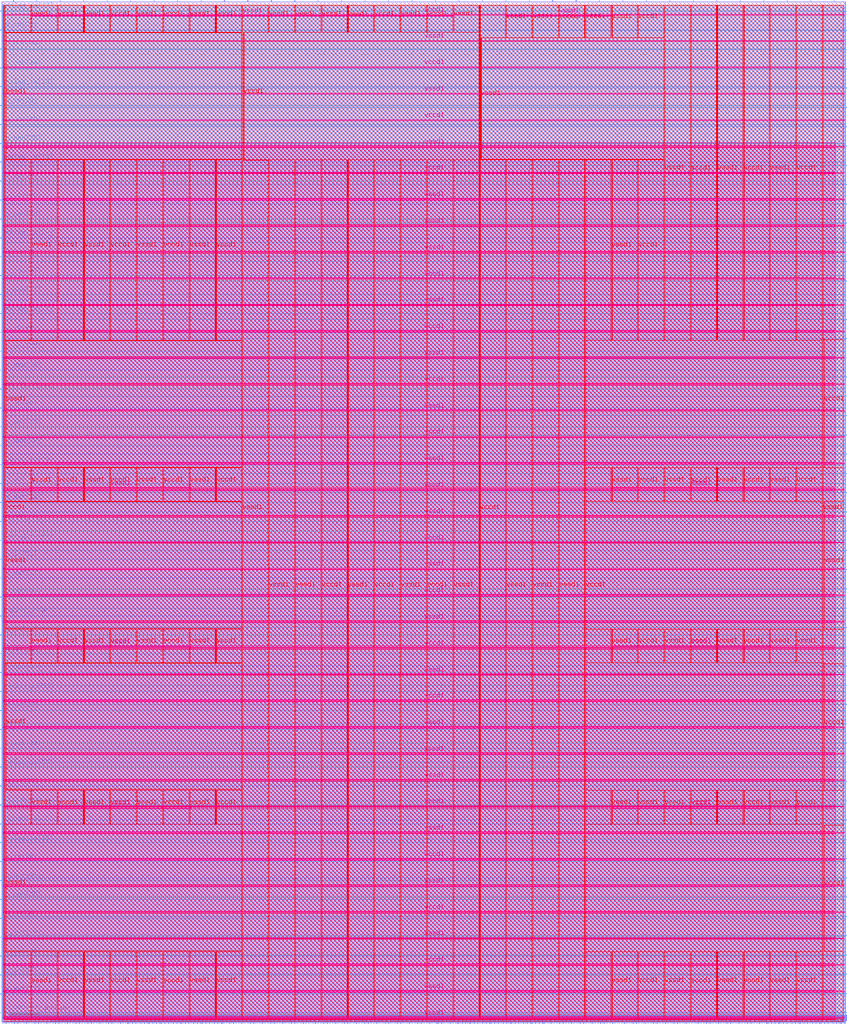
<source format=lef>
VERSION 5.7 ;
  NOWIREEXTENSIONATPIN ON ;
  DIVIDERCHAR "/" ;
  BUSBITCHARS "[]" ;
MACRO user_project_wrapper1
  CLASS BLOCK ;
  FOREIGN user_project_wrapper1 ;
  ORIGIN 0.000 0.000 ;
  SIZE 2880.000 BY 3480.000 ;
  PIN analog_io[0]
    DIRECTION INOUT ;
    USE SIGNAL ;
    PORT
      LAYER met3 ;
        RECT 2879.000 1410.740 2884.800 1411.940 ;
    END
  END analog_io[0]
  PIN analog_io[10]
    DIRECTION INOUT ;
    USE SIGNAL ;
    PORT
      LAYER met2 ;
        RECT 2199.210 3479.000 2199.770 3484.800 ;
    END
  END analog_io[10]
  PIN analog_io[11]
    DIRECTION INOUT ;
    USE SIGNAL ;
    PORT
      LAYER met2 ;
        RECT 1879.510 3479.000 1880.070 3484.800 ;
    END
  END analog_io[11]
  PIN analog_io[12]
    DIRECTION INOUT ;
    USE SIGNAL ;
    PORT
      LAYER met2 ;
        RECT 1559.350 3479.000 1559.910 3484.800 ;
    END
  END analog_io[12]
  PIN analog_io[13]
    DIRECTION INOUT ;
    USE SIGNAL ;
    PORT
      LAYER met2 ;
        RECT 1239.190 3479.000 1239.750 3484.800 ;
    END
  END analog_io[13]
  PIN analog_io[14]
    DIRECTION INOUT ;
    USE SIGNAL ;
    PORT
      LAYER met2 ;
        RECT 919.490 3479.000 920.050 3484.800 ;
    END
  END analog_io[14]
  PIN analog_io[15]
    DIRECTION INOUT ;
    USE SIGNAL ;
    PORT
      LAYER met2 ;
        RECT 599.330 3479.000 599.890 3484.800 ;
    END
  END analog_io[15]
  PIN analog_io[16]
    DIRECTION INOUT ;
    USE SIGNAL ;
    PORT
      LAYER met2 ;
        RECT 279.170 3479.000 279.730 3484.800 ;
    END
  END analog_io[16]
  PIN analog_io[17]
    DIRECTION INOUT ;
    USE SIGNAL ;
    PORT
      LAYER met3 ;
        RECT -4.800 3447.340 1.000 3448.540 ;
    END
  END analog_io[17]
  PIN analog_io[18]
    DIRECTION INOUT ;
    USE SIGNAL ;
    PORT
      LAYER met3 ;
        RECT -4.800 3189.620 1.000 3190.820 ;
    END
  END analog_io[18]
  PIN analog_io[19]
    DIRECTION INOUT ;
    USE SIGNAL ;
    PORT
      LAYER met3 ;
        RECT -4.800 2931.900 1.000 2933.100 ;
    END
  END analog_io[19]
  PIN analog_io[1]
    DIRECTION INOUT ;
    USE SIGNAL ;
    PORT
      LAYER met3 ;
        RECT 2879.000 1673.900 2884.800 1675.100 ;
    END
  END analog_io[1]
  PIN analog_io[20]
    DIRECTION INOUT ;
    USE SIGNAL ;
    PORT
      LAYER met3 ;
        RECT -4.800 2673.500 1.000 2674.700 ;
    END
  END analog_io[20]
  PIN analog_io[21]
    DIRECTION INOUT ;
    USE SIGNAL ;
    PORT
      LAYER met3 ;
        RECT -4.800 2415.780 1.000 2416.980 ;
    END
  END analog_io[21]
  PIN analog_io[22]
    DIRECTION INOUT ;
    USE SIGNAL ;
    PORT
      LAYER met3 ;
        RECT -4.800 2158.060 1.000 2159.260 ;
    END
  END analog_io[22]
  PIN analog_io[23]
    DIRECTION INOUT ;
    USE SIGNAL ;
    PORT
      LAYER met3 ;
        RECT -4.800 1900.340 1.000 1901.540 ;
    END
  END analog_io[23]
  PIN analog_io[24]
    DIRECTION INOUT ;
    USE SIGNAL ;
    PORT
      LAYER met3 ;
        RECT -4.800 1642.620 1.000 1643.820 ;
    END
  END analog_io[24]
  PIN analog_io[25]
    DIRECTION INOUT ;
    USE SIGNAL ;
    PORT
      LAYER met3 ;
        RECT -4.800 1384.900 1.000 1386.100 ;
    END
  END analog_io[25]
  PIN analog_io[26]
    DIRECTION INOUT ;
    USE SIGNAL ;
    PORT
      LAYER met3 ;
        RECT -4.800 1127.180 1.000 1128.380 ;
    END
  END analog_io[26]
  PIN analog_io[27]
    DIRECTION INOUT ;
    USE SIGNAL ;
    PORT
      LAYER met3 ;
        RECT -4.800 869.460 1.000 870.660 ;
    END
  END analog_io[27]
  PIN analog_io[28]
    DIRECTION INOUT ;
    USE SIGNAL ;
    PORT
      LAYER met3 ;
        RECT -4.800 611.740 1.000 612.940 ;
    END
  END analog_io[28]
  PIN analog_io[2]
    DIRECTION INOUT ;
    USE SIGNAL ;
    PORT
      LAYER met3 ;
        RECT 2879.000 1936.380 2884.800 1937.580 ;
    END
  END analog_io[2]
  PIN analog_io[3]
    DIRECTION INOUT ;
    USE SIGNAL ;
    PORT
      LAYER met3 ;
        RECT 2879.000 2198.860 2884.800 2200.060 ;
    END
  END analog_io[3]
  PIN analog_io[4]
    DIRECTION INOUT ;
    USE SIGNAL ;
    PORT
      LAYER met3 ;
        RECT 2879.000 2461.340 2884.800 2462.540 ;
    END
  END analog_io[4]
  PIN analog_io[5]
    DIRECTION INOUT ;
    USE SIGNAL ;
    PORT
      LAYER met3 ;
        RECT 2879.000 2724.500 2884.800 2725.700 ;
    END
  END analog_io[5]
  PIN analog_io[6]
    DIRECTION INOUT ;
    USE SIGNAL ;
    PORT
      LAYER met3 ;
        RECT 2879.000 2986.980 2884.800 2988.180 ;
    END
  END analog_io[6]
  PIN analog_io[7]
    DIRECTION INOUT ;
    USE SIGNAL ;
    PORT
      LAYER met3 ;
        RECT 2879.000 3249.460 2884.800 3250.660 ;
    END
  END analog_io[7]
  PIN analog_io[8]
    DIRECTION INOUT ;
    USE SIGNAL ;
    PORT
      LAYER met2 ;
        RECT 2839.530 3479.000 2840.090 3484.800 ;
    END
  END analog_io[8]
  PIN analog_io[9]
    DIRECTION INOUT ;
    USE SIGNAL ;
    PORT
      LAYER met2 ;
        RECT 2519.370 3479.000 2519.930 3484.800 ;
    END
  END analog_io[9]
  PIN io_in[0]
    DIRECTION INPUT ;
    USE SIGNAL ;
    PORT
      LAYER met3 ;
        RECT 2879.000 32.380 2884.800 33.580 ;
    END
  END io_in[0]
  PIN io_in[10]
    DIRECTION INPUT ;
    USE SIGNAL ;
    PORT
      LAYER met3 ;
        RECT 2879.000 2264.820 2884.800 2266.020 ;
    END
  END io_in[10]
  PIN io_in[11]
    DIRECTION INPUT ;
    USE SIGNAL ;
    PORT
      LAYER met3 ;
        RECT 2879.000 2527.300 2884.800 2528.500 ;
    END
  END io_in[11]
  PIN io_in[12]
    DIRECTION INPUT ;
    USE SIGNAL ;
    PORT
      LAYER met3 ;
        RECT 2879.000 2789.780 2884.800 2790.980 ;
    END
  END io_in[12]
  PIN io_in[13]
    DIRECTION INPUT ;
    USE SIGNAL ;
    PORT
      LAYER met3 ;
        RECT 2879.000 3052.940 2884.800 3054.140 ;
    END
  END io_in[13]
  PIN io_in[14]
    DIRECTION INPUT ;
    USE SIGNAL ;
    PORT
      LAYER met3 ;
        RECT 2879.000 3315.420 2884.800 3316.620 ;
    END
  END io_in[14]
  PIN io_in[15]
    DIRECTION INPUT ;
    USE SIGNAL ;
    PORT
      LAYER met2 ;
        RECT 2759.490 3479.000 2760.050 3484.800 ;
    END
  END io_in[15]
  PIN io_in[16]
    DIRECTION INPUT ;
    USE SIGNAL ;
    PORT
      LAYER met2 ;
        RECT 2439.330 3479.000 2439.890 3484.800 ;
    END
  END io_in[16]
  PIN io_in[17]
    DIRECTION INPUT ;
    USE SIGNAL ;
    PORT
      LAYER met2 ;
        RECT 2119.170 3479.000 2119.730 3484.800 ;
    END
  END io_in[17]
  PIN io_in[18]
    DIRECTION INPUT ;
    USE SIGNAL ;
    PORT
      LAYER met2 ;
        RECT 1799.470 3479.000 1800.030 3484.800 ;
    END
  END io_in[18]
  PIN io_in[19]
    DIRECTION INPUT ;
    USE SIGNAL ;
    PORT
      LAYER met2 ;
        RECT 1479.310 3479.000 1479.870 3484.800 ;
    END
  END io_in[19]
  PIN io_in[1]
    DIRECTION INPUT ;
    USE SIGNAL ;
    PORT
      LAYER met3 ;
        RECT 2879.000 228.900 2884.800 230.100 ;
    END
  END io_in[1]
  PIN io_in[20]
    DIRECTION INPUT ;
    USE SIGNAL ;
    PORT
      LAYER met2 ;
        RECT 1159.150 3479.000 1159.710 3484.800 ;
    END
  END io_in[20]
  PIN io_in[21]
    DIRECTION INPUT ;
    USE SIGNAL ;
    PORT
      LAYER met2 ;
        RECT 839.450 3479.000 840.010 3484.800 ;
    END
  END io_in[21]
  PIN io_in[22]
    DIRECTION INPUT ;
    USE SIGNAL ;
    PORT
      LAYER met2 ;
        RECT 519.290 3479.000 519.850 3484.800 ;
    END
  END io_in[22]
  PIN io_in[23]
    DIRECTION INPUT ;
    USE SIGNAL ;
    PORT
      LAYER met2 ;
        RECT 199.130 3479.000 199.690 3484.800 ;
    END
  END io_in[23]
  PIN io_in[24]
    DIRECTION INPUT ;
    USE SIGNAL ;
    PORT
      LAYER met3 ;
        RECT -4.800 3382.740 1.000 3383.940 ;
    END
  END io_in[24]
  PIN io_in[25]
    DIRECTION INPUT ;
    USE SIGNAL ;
    PORT
      LAYER met3 ;
        RECT -4.800 3125.020 1.000 3126.220 ;
    END
  END io_in[25]
  PIN io_in[26]
    DIRECTION INPUT ;
    USE SIGNAL ;
    PORT
      LAYER met3 ;
        RECT -4.800 2867.300 1.000 2868.500 ;
    END
  END io_in[26]
  PIN io_in[27]
    DIRECTION INPUT ;
    USE SIGNAL ;
    PORT
      LAYER met3 ;
        RECT -4.800 2609.580 1.000 2610.780 ;
    END
  END io_in[27]
  PIN io_in[28]
    DIRECTION INPUT ;
    USE SIGNAL ;
    PORT
      LAYER met3 ;
        RECT -4.800 2351.860 1.000 2353.060 ;
    END
  END io_in[28]
  PIN io_in[29]
    DIRECTION INPUT ;
    USE SIGNAL ;
    PORT
      LAYER met3 ;
        RECT -4.800 2093.460 1.000 2094.660 ;
    END
  END io_in[29]
  PIN io_in[2]
    DIRECTION INPUT ;
    USE SIGNAL ;
    PORT
      LAYER met3 ;
        RECT 2879.000 426.100 2884.800 427.300 ;
    END
  END io_in[2]
  PIN io_in[30]
    DIRECTION INPUT ;
    USE SIGNAL ;
    PORT
      LAYER met3 ;
        RECT -4.800 1835.740 1.000 1836.940 ;
    END
  END io_in[30]
  PIN io_in[31]
    DIRECTION INPUT ;
    USE SIGNAL ;
    PORT
      LAYER met3 ;
        RECT -4.800 1578.020 1.000 1579.220 ;
    END
  END io_in[31]
  PIN io_in[32]
    DIRECTION INPUT ;
    USE SIGNAL ;
    PORT
      LAYER met3 ;
        RECT -4.800 1320.300 1.000 1321.500 ;
    END
  END io_in[32]
  PIN io_in[33]
    DIRECTION INPUT ;
    USE SIGNAL ;
    PORT
      LAYER met3 ;
        RECT -4.800 1062.580 1.000 1063.780 ;
    END
  END io_in[33]
  PIN io_in[34]
    DIRECTION INPUT ;
    USE SIGNAL ;
    PORT
      LAYER met3 ;
        RECT -4.800 804.860 1.000 806.060 ;
    END
  END io_in[34]
  PIN io_in[35]
    DIRECTION INPUT ;
    USE SIGNAL ;
    PORT
      LAYER met3 ;
        RECT -4.800 547.140 1.000 548.340 ;
    END
  END io_in[35]
  PIN io_in[36]
    DIRECTION INPUT ;
    USE SIGNAL ;
    PORT
      LAYER met3 ;
        RECT -4.800 353.340 1.000 354.540 ;
    END
  END io_in[36]
  PIN io_in[37]
    DIRECTION INPUT ;
    USE SIGNAL ;
    PORT
      LAYER met3 ;
        RECT -4.800 160.220 1.000 161.420 ;
    END
  END io_in[37]
  PIN io_in[3]
    DIRECTION INPUT ;
    USE SIGNAL ;
    PORT
      LAYER met3 ;
        RECT 2879.000 623.300 2884.800 624.500 ;
    END
  END io_in[3]
  PIN io_in[4]
    DIRECTION INPUT ;
    USE SIGNAL ;
    PORT
      LAYER met3 ;
        RECT 2879.000 819.820 2884.800 821.020 ;
    END
  END io_in[4]
  PIN io_in[5]
    DIRECTION INPUT ;
    USE SIGNAL ;
    PORT
      LAYER met3 ;
        RECT 2879.000 1017.020 2884.800 1018.220 ;
    END
  END io_in[5]
  PIN io_in[6]
    DIRECTION INPUT ;
    USE SIGNAL ;
    PORT
      LAYER met3 ;
        RECT 2879.000 1214.220 2884.800 1215.420 ;
    END
  END io_in[6]
  PIN io_in[7]
    DIRECTION INPUT ;
    USE SIGNAL ;
    PORT
      LAYER met3 ;
        RECT 2879.000 1476.700 2884.800 1477.900 ;
    END
  END io_in[7]
  PIN io_in[8]
    DIRECTION INPUT ;
    USE SIGNAL ;
    PORT
      LAYER met3 ;
        RECT 2879.000 1739.180 2884.800 1740.380 ;
    END
  END io_in[8]
  PIN io_in[9]
    DIRECTION INPUT ;
    USE SIGNAL ;
    PORT
      LAYER met3 ;
        RECT 2879.000 2001.660 2884.800 2002.860 ;
    END
  END io_in[9]
  PIN io_oeb[0]
    DIRECTION OUTPUT TRISTATE ;
    USE SIGNAL ;
    PORT
      LAYER met3 ;
        RECT 2879.000 163.620 2884.800 164.820 ;
    END
  END io_oeb[0]
  PIN io_oeb[10]
    DIRECTION OUTPUT TRISTATE ;
    USE SIGNAL ;
    PORT
      LAYER met3 ;
        RECT 2879.000 2396.060 2884.800 2397.260 ;
    END
  END io_oeb[10]
  PIN io_oeb[11]
    DIRECTION OUTPUT TRISTATE ;
    USE SIGNAL ;
    PORT
      LAYER met3 ;
        RECT 2879.000 2658.540 2884.800 2659.740 ;
    END
  END io_oeb[11]
  PIN io_oeb[12]
    DIRECTION OUTPUT TRISTATE ;
    USE SIGNAL ;
    PORT
      LAYER met3 ;
        RECT 2879.000 2921.020 2884.800 2922.220 ;
    END
  END io_oeb[12]
  PIN io_oeb[13]
    DIRECTION OUTPUT TRISTATE ;
    USE SIGNAL ;
    PORT
      LAYER met3 ;
        RECT 2879.000 3184.180 2884.800 3185.380 ;
    END
  END io_oeb[13]
  PIN io_oeb[14]
    DIRECTION OUTPUT TRISTATE ;
    USE SIGNAL ;
    PORT
      LAYER met3 ;
        RECT 2879.000 3446.660 2884.800 3447.860 ;
    END
  END io_oeb[14]
  PIN io_oeb[15]
    DIRECTION OUTPUT TRISTATE ;
    USE SIGNAL ;
    PORT
      LAYER met2 ;
        RECT 2599.410 3479.000 2599.970 3484.800 ;
    END
  END io_oeb[15]
  PIN io_oeb[16]
    DIRECTION OUTPUT TRISTATE ;
    USE SIGNAL ;
    PORT
      LAYER met2 ;
        RECT 2279.250 3479.000 2279.810 3484.800 ;
    END
  END io_oeb[16]
  PIN io_oeb[17]
    DIRECTION OUTPUT TRISTATE ;
    USE SIGNAL ;
    PORT
      LAYER met2 ;
        RECT 1959.550 3479.000 1960.110 3484.800 ;
    END
  END io_oeb[17]
  PIN io_oeb[18]
    DIRECTION OUTPUT TRISTATE ;
    USE SIGNAL ;
    PORT
      LAYER met2 ;
        RECT 1639.390 3479.000 1639.950 3484.800 ;
    END
  END io_oeb[18]
  PIN io_oeb[19]
    DIRECTION OUTPUT TRISTATE ;
    USE SIGNAL ;
    PORT
      LAYER met2 ;
        RECT 1319.230 3479.000 1319.790 3484.800 ;
    END
  END io_oeb[19]
  PIN io_oeb[1]
    DIRECTION OUTPUT TRISTATE ;
    USE SIGNAL ;
    PORT
      LAYER met3 ;
        RECT 2879.000 360.140 2884.800 361.340 ;
    END
  END io_oeb[1]
  PIN io_oeb[20]
    DIRECTION OUTPUT TRISTATE ;
    USE SIGNAL ;
    PORT
      LAYER met2 ;
        RECT 999.530 3479.000 1000.090 3484.800 ;
    END
  END io_oeb[20]
  PIN io_oeb[21]
    DIRECTION OUTPUT TRISTATE ;
    USE SIGNAL ;
    PORT
      LAYER met2 ;
        RECT 679.370 3479.000 679.930 3484.800 ;
    END
  END io_oeb[21]
  PIN io_oeb[22]
    DIRECTION OUTPUT TRISTATE ;
    USE SIGNAL ;
    PORT
      LAYER met2 ;
        RECT 359.210 3479.000 359.770 3484.800 ;
    END
  END io_oeb[22]
  PIN io_oeb[23]
    DIRECTION OUTPUT TRISTATE ;
    USE SIGNAL ;
    PORT
      LAYER met2 ;
        RECT 39.510 3479.000 40.070 3484.800 ;
    END
  END io_oeb[23]
  PIN io_oeb[24]
    DIRECTION OUTPUT TRISTATE ;
    USE SIGNAL ;
    PORT
      LAYER met3 ;
        RECT -4.800 3253.540 1.000 3254.740 ;
    END
  END io_oeb[24]
  PIN io_oeb[25]
    DIRECTION OUTPUT TRISTATE ;
    USE SIGNAL ;
    PORT
      LAYER met3 ;
        RECT -4.800 2995.820 1.000 2997.020 ;
    END
  END io_oeb[25]
  PIN io_oeb[26]
    DIRECTION OUTPUT TRISTATE ;
    USE SIGNAL ;
    PORT
      LAYER met3 ;
        RECT -4.800 2738.100 1.000 2739.300 ;
    END
  END io_oeb[26]
  PIN io_oeb[27]
    DIRECTION OUTPUT TRISTATE ;
    USE SIGNAL ;
    PORT
      LAYER met3 ;
        RECT -4.800 2480.380 1.000 2481.580 ;
    END
  END io_oeb[27]
  PIN io_oeb[28]
    DIRECTION OUTPUT TRISTATE ;
    USE SIGNAL ;
    PORT
      LAYER met3 ;
        RECT -4.800 2222.660 1.000 2223.860 ;
    END
  END io_oeb[28]
  PIN io_oeb[29]
    DIRECTION OUTPUT TRISTATE ;
    USE SIGNAL ;
    PORT
      LAYER met3 ;
        RECT -4.800 1964.940 1.000 1966.140 ;
    END
  END io_oeb[29]
  PIN io_oeb[2]
    DIRECTION OUTPUT TRISTATE ;
    USE SIGNAL ;
    PORT
      LAYER met3 ;
        RECT 2879.000 557.340 2884.800 558.540 ;
    END
  END io_oeb[2]
  PIN io_oeb[30]
    DIRECTION OUTPUT TRISTATE ;
    USE SIGNAL ;
    PORT
      LAYER met3 ;
        RECT -4.800 1707.220 1.000 1708.420 ;
    END
  END io_oeb[30]
  PIN io_oeb[31]
    DIRECTION OUTPUT TRISTATE ;
    USE SIGNAL ;
    PORT
      LAYER met3 ;
        RECT -4.800 1449.500 1.000 1450.700 ;
    END
  END io_oeb[31]
  PIN io_oeb[32]
    DIRECTION OUTPUT TRISTATE ;
    USE SIGNAL ;
    PORT
      LAYER met3 ;
        RECT -4.800 1191.780 1.000 1192.980 ;
    END
  END io_oeb[32]
  PIN io_oeb[33]
    DIRECTION OUTPUT TRISTATE ;
    USE SIGNAL ;
    PORT
      LAYER met3 ;
        RECT -4.800 933.380 1.000 934.580 ;
    END
  END io_oeb[33]
  PIN io_oeb[34]
    DIRECTION OUTPUT TRISTATE ;
    USE SIGNAL ;
    PORT
      LAYER met3 ;
        RECT -4.800 675.660 1.000 676.860 ;
    END
  END io_oeb[34]
  PIN io_oeb[35]
    DIRECTION OUTPUT TRISTATE ;
    USE SIGNAL ;
    PORT
      LAYER met3 ;
        RECT -4.800 417.940 1.000 419.140 ;
    END
  END io_oeb[35]
  PIN io_oeb[36]
    DIRECTION OUTPUT TRISTATE ;
    USE SIGNAL ;
    PORT
      LAYER met3 ;
        RECT -4.800 224.820 1.000 226.020 ;
    END
  END io_oeb[36]
  PIN io_oeb[37]
    DIRECTION OUTPUT TRISTATE ;
    USE SIGNAL ;
    PORT
      LAYER met3 ;
        RECT -4.800 31.700 1.000 32.900 ;
    END
  END io_oeb[37]
  PIN io_oeb[3]
    DIRECTION OUTPUT TRISTATE ;
    USE SIGNAL ;
    PORT
      LAYER met3 ;
        RECT 2879.000 754.540 2884.800 755.740 ;
    END
  END io_oeb[3]
  PIN io_oeb[4]
    DIRECTION OUTPUT TRISTATE ;
    USE SIGNAL ;
    PORT
      LAYER met3 ;
        RECT 2879.000 951.060 2884.800 952.260 ;
    END
  END io_oeb[4]
  PIN io_oeb[5]
    DIRECTION OUTPUT TRISTATE ;
    USE SIGNAL ;
    PORT
      LAYER met3 ;
        RECT 2879.000 1148.260 2884.800 1149.460 ;
    END
  END io_oeb[5]
  PIN io_oeb[6]
    DIRECTION OUTPUT TRISTATE ;
    USE SIGNAL ;
    PORT
      LAYER met3 ;
        RECT 2879.000 1345.460 2884.800 1346.660 ;
    END
  END io_oeb[6]
  PIN io_oeb[7]
    DIRECTION OUTPUT TRISTATE ;
    USE SIGNAL ;
    PORT
      LAYER met3 ;
        RECT 2879.000 1607.940 2884.800 1609.140 ;
    END
  END io_oeb[7]
  PIN io_oeb[8]
    DIRECTION OUTPUT TRISTATE ;
    USE SIGNAL ;
    PORT
      LAYER met3 ;
        RECT 2879.000 1870.420 2884.800 1871.620 ;
    END
  END io_oeb[8]
  PIN io_oeb[9]
    DIRECTION OUTPUT TRISTATE ;
    USE SIGNAL ;
    PORT
      LAYER met3 ;
        RECT 2879.000 2133.580 2884.800 2134.780 ;
    END
  END io_oeb[9]
  PIN io_out[0]
    DIRECTION OUTPUT TRISTATE ;
    USE SIGNAL ;
    PORT
      LAYER met3 ;
        RECT 2879.000 97.660 2884.800 98.860 ;
    END
  END io_out[0]
  PIN io_out[10]
    DIRECTION OUTPUT TRISTATE ;
    USE SIGNAL ;
    PORT
      LAYER met3 ;
        RECT 2879.000 2330.100 2884.800 2331.300 ;
    END
  END io_out[10]
  PIN io_out[11]
    DIRECTION OUTPUT TRISTATE ;
    USE SIGNAL ;
    PORT
      LAYER met3 ;
        RECT 2879.000 2593.260 2884.800 2594.460 ;
    END
  END io_out[11]
  PIN io_out[12]
    DIRECTION OUTPUT TRISTATE ;
    USE SIGNAL ;
    PORT
      LAYER met3 ;
        RECT 2879.000 2855.740 2884.800 2856.940 ;
    END
  END io_out[12]
  PIN io_out[13]
    DIRECTION OUTPUT TRISTATE ;
    USE SIGNAL ;
    PORT
      LAYER met3 ;
        RECT 2879.000 3118.220 2884.800 3119.420 ;
    END
  END io_out[13]
  PIN io_out[14]
    DIRECTION OUTPUT TRISTATE ;
    USE SIGNAL ;
    PORT
      LAYER met3 ;
        RECT 2879.000 3380.700 2884.800 3381.900 ;
    END
  END io_out[14]
  PIN io_out[15]
    DIRECTION OUTPUT TRISTATE ;
    USE SIGNAL ;
    PORT
      LAYER met2 ;
        RECT 2679.450 3479.000 2680.010 3484.800 ;
    END
  END io_out[15]
  PIN io_out[16]
    DIRECTION OUTPUT TRISTATE ;
    USE SIGNAL ;
    PORT
      LAYER met2 ;
        RECT 2359.290 3479.000 2359.850 3484.800 ;
    END
  END io_out[16]
  PIN io_out[17]
    DIRECTION OUTPUT TRISTATE ;
    USE SIGNAL ;
    PORT
      LAYER met2 ;
        RECT 2039.130 3479.000 2039.690 3484.800 ;
    END
  END io_out[17]
  PIN io_out[18]
    DIRECTION OUTPUT TRISTATE ;
    USE SIGNAL ;
    PORT
      LAYER met2 ;
        RECT 1719.430 3479.000 1719.990 3484.800 ;
    END
  END io_out[18]
  PIN io_out[19]
    DIRECTION OUTPUT TRISTATE ;
    USE SIGNAL ;
    PORT
      LAYER met2 ;
        RECT 1399.270 3479.000 1399.830 3484.800 ;
    END
  END io_out[19]
  PIN io_out[1]
    DIRECTION OUTPUT TRISTATE ;
    USE SIGNAL ;
    PORT
      LAYER met3 ;
        RECT 2879.000 294.860 2884.800 296.060 ;
    END
  END io_out[1]
  PIN io_out[20]
    DIRECTION OUTPUT TRISTATE ;
    USE SIGNAL ;
    PORT
      LAYER met2 ;
        RECT 1079.110 3479.000 1079.670 3484.800 ;
    END
  END io_out[20]
  PIN io_out[21]
    DIRECTION OUTPUT TRISTATE ;
    USE SIGNAL ;
    PORT
      LAYER met2 ;
        RECT 759.410 3479.000 759.970 3484.800 ;
    END
  END io_out[21]
  PIN io_out[22]
    DIRECTION OUTPUT TRISTATE ;
    USE SIGNAL ;
    PORT
      LAYER met2 ;
        RECT 439.250 3479.000 439.810 3484.800 ;
    END
  END io_out[22]
  PIN io_out[23]
    DIRECTION OUTPUT TRISTATE ;
    USE SIGNAL ;
    PORT
      LAYER met2 ;
        RECT 119.090 3479.000 119.650 3484.800 ;
    END
  END io_out[23]
  PIN io_out[24]
    DIRECTION OUTPUT TRISTATE ;
    USE SIGNAL ;
    PORT
      LAYER met3 ;
        RECT -4.800 3318.140 1.000 3319.340 ;
    END
  END io_out[24]
  PIN io_out[25]
    DIRECTION OUTPUT TRISTATE ;
    USE SIGNAL ;
    PORT
      LAYER met3 ;
        RECT -4.800 3060.420 1.000 3061.620 ;
    END
  END io_out[25]
  PIN io_out[26]
    DIRECTION OUTPUT TRISTATE ;
    USE SIGNAL ;
    PORT
      LAYER met3 ;
        RECT -4.800 2802.700 1.000 2803.900 ;
    END
  END io_out[26]
  PIN io_out[27]
    DIRECTION OUTPUT TRISTATE ;
    USE SIGNAL ;
    PORT
      LAYER met3 ;
        RECT -4.800 2544.980 1.000 2546.180 ;
    END
  END io_out[27]
  PIN io_out[28]
    DIRECTION OUTPUT TRISTATE ;
    USE SIGNAL ;
    PORT
      LAYER met3 ;
        RECT -4.800 2287.260 1.000 2288.460 ;
    END
  END io_out[28]
  PIN io_out[29]
    DIRECTION OUTPUT TRISTATE ;
    USE SIGNAL ;
    PORT
      LAYER met3 ;
        RECT -4.800 2029.540 1.000 2030.740 ;
    END
  END io_out[29]
  PIN io_out[2]
    DIRECTION OUTPUT TRISTATE ;
    USE SIGNAL ;
    PORT
      LAYER met3 ;
        RECT 2879.000 491.380 2884.800 492.580 ;
    END
  END io_out[2]
  PIN io_out[30]
    DIRECTION OUTPUT TRISTATE ;
    USE SIGNAL ;
    PORT
      LAYER met3 ;
        RECT -4.800 1771.820 1.000 1773.020 ;
    END
  END io_out[30]
  PIN io_out[31]
    DIRECTION OUTPUT TRISTATE ;
    USE SIGNAL ;
    PORT
      LAYER met3 ;
        RECT -4.800 1513.420 1.000 1514.620 ;
    END
  END io_out[31]
  PIN io_out[32]
    DIRECTION OUTPUT TRISTATE ;
    USE SIGNAL ;
    PORT
      LAYER met3 ;
        RECT -4.800 1255.700 1.000 1256.900 ;
    END
  END io_out[32]
  PIN io_out[33]
    DIRECTION OUTPUT TRISTATE ;
    USE SIGNAL ;
    PORT
      LAYER met3 ;
        RECT -4.800 997.980 1.000 999.180 ;
    END
  END io_out[33]
  PIN io_out[34]
    DIRECTION OUTPUT TRISTATE ;
    USE SIGNAL ;
    PORT
      LAYER met3 ;
        RECT -4.800 740.260 1.000 741.460 ;
    END
  END io_out[34]
  PIN io_out[35]
    DIRECTION OUTPUT TRISTATE ;
    USE SIGNAL ;
    PORT
      LAYER met3 ;
        RECT -4.800 482.540 1.000 483.740 ;
    END
  END io_out[35]
  PIN io_out[36]
    DIRECTION OUTPUT TRISTATE ;
    USE SIGNAL ;
    PORT
      LAYER met3 ;
        RECT -4.800 289.420 1.000 290.620 ;
    END
  END io_out[36]
  PIN io_out[37]
    DIRECTION OUTPUT TRISTATE ;
    USE SIGNAL ;
    PORT
      LAYER met3 ;
        RECT -4.800 95.620 1.000 96.820 ;
    END
  END io_out[37]
  PIN io_out[3]
    DIRECTION OUTPUT TRISTATE ;
    USE SIGNAL ;
    PORT
      LAYER met3 ;
        RECT 2879.000 688.580 2884.800 689.780 ;
    END
  END io_out[3]
  PIN io_out[4]
    DIRECTION OUTPUT TRISTATE ;
    USE SIGNAL ;
    PORT
      LAYER met3 ;
        RECT 2879.000 885.780 2884.800 886.980 ;
    END
  END io_out[4]
  PIN io_out[5]
    DIRECTION OUTPUT TRISTATE ;
    USE SIGNAL ;
    PORT
      LAYER met3 ;
        RECT 2879.000 1082.980 2884.800 1084.180 ;
    END
  END io_out[5]
  PIN io_out[6]
    DIRECTION OUTPUT TRISTATE ;
    USE SIGNAL ;
    PORT
      LAYER met3 ;
        RECT 2879.000 1279.500 2884.800 1280.700 ;
    END
  END io_out[6]
  PIN io_out[7]
    DIRECTION OUTPUT TRISTATE ;
    USE SIGNAL ;
    PORT
      LAYER met3 ;
        RECT 2879.000 1542.660 2884.800 1543.860 ;
    END
  END io_out[7]
  PIN io_out[8]
    DIRECTION OUTPUT TRISTATE ;
    USE SIGNAL ;
    PORT
      LAYER met3 ;
        RECT 2879.000 1805.140 2884.800 1806.340 ;
    END
  END io_out[8]
  PIN io_out[9]
    DIRECTION OUTPUT TRISTATE ;
    USE SIGNAL ;
    PORT
      LAYER met3 ;
        RECT 2879.000 2067.620 2884.800 2068.820 ;
    END
  END io_out[9]
  PIN la_data_in[0]
    DIRECTION INPUT ;
    USE SIGNAL ;
    PORT
      LAYER met2 ;
        RECT 620.490 -4.800 621.050 1.000 ;
    END
  END la_data_in[0]
  PIN la_data_in[100]
    DIRECTION INPUT ;
    USE SIGNAL ;
    PORT
      LAYER met2 ;
        RECT 2369.410 -4.800 2369.970 1.000 ;
    END
  END la_data_in[100]
  PIN la_data_in[101]
    DIRECTION INPUT ;
    USE SIGNAL ;
    PORT
      LAYER met2 ;
        RECT 2386.890 -4.800 2387.450 1.000 ;
    END
  END la_data_in[101]
  PIN la_data_in[102]
    DIRECTION INPUT ;
    USE SIGNAL ;
    PORT
      LAYER met2 ;
        RECT 2404.370 -4.800 2404.930 1.000 ;
    END
  END la_data_in[102]
  PIN la_data_in[103]
    DIRECTION INPUT ;
    USE SIGNAL ;
    PORT
      LAYER met2 ;
        RECT 2421.850 -4.800 2422.410 1.000 ;
    END
  END la_data_in[103]
  PIN la_data_in[104]
    DIRECTION INPUT ;
    USE SIGNAL ;
    PORT
      LAYER met2 ;
        RECT 2439.330 -4.800 2439.890 1.000 ;
    END
  END la_data_in[104]
  PIN la_data_in[105]
    DIRECTION INPUT ;
    USE SIGNAL ;
    PORT
      LAYER met2 ;
        RECT 2456.810 -4.800 2457.370 1.000 ;
    END
  END la_data_in[105]
  PIN la_data_in[106]
    DIRECTION INPUT ;
    USE SIGNAL ;
    PORT
      LAYER met2 ;
        RECT 2474.290 -4.800 2474.850 1.000 ;
    END
  END la_data_in[106]
  PIN la_data_in[107]
    DIRECTION INPUT ;
    USE SIGNAL ;
    PORT
      LAYER met2 ;
        RECT 2491.770 -4.800 2492.330 1.000 ;
    END
  END la_data_in[107]
  PIN la_data_in[108]
    DIRECTION INPUT ;
    USE SIGNAL ;
    PORT
      LAYER met2 ;
        RECT 2509.250 -4.800 2509.810 1.000 ;
    END
  END la_data_in[108]
  PIN la_data_in[109]
    DIRECTION INPUT ;
    USE SIGNAL ;
    PORT
      LAYER met2 ;
        RECT 2526.730 -4.800 2527.290 1.000 ;
    END
  END la_data_in[109]
  PIN la_data_in[10]
    DIRECTION INPUT ;
    USE SIGNAL ;
    PORT
      LAYER met2 ;
        RECT 795.290 -4.800 795.850 1.000 ;
    END
  END la_data_in[10]
  PIN la_data_in[110]
    DIRECTION INPUT ;
    USE SIGNAL ;
    PORT
      LAYER met2 ;
        RECT 2544.210 -4.800 2544.770 1.000 ;
    END
  END la_data_in[110]
  PIN la_data_in[111]
    DIRECTION INPUT ;
    USE SIGNAL ;
    PORT
      LAYER met2 ;
        RECT 2561.690 -4.800 2562.250 1.000 ;
    END
  END la_data_in[111]
  PIN la_data_in[112]
    DIRECTION INPUT ;
    USE SIGNAL ;
    PORT
      LAYER met2 ;
        RECT 2579.170 -4.800 2579.730 1.000 ;
    END
  END la_data_in[112]
  PIN la_data_in[113]
    DIRECTION INPUT ;
    USE SIGNAL ;
    PORT
      LAYER met2 ;
        RECT 2596.650 -4.800 2597.210 1.000 ;
    END
  END la_data_in[113]
  PIN la_data_in[114]
    DIRECTION INPUT ;
    USE SIGNAL ;
    PORT
      LAYER met2 ;
        RECT 2614.130 -4.800 2614.690 1.000 ;
    END
  END la_data_in[114]
  PIN la_data_in[115]
    DIRECTION INPUT ;
    USE SIGNAL ;
    PORT
      LAYER met2 ;
        RECT 2632.070 -4.800 2632.630 1.000 ;
    END
  END la_data_in[115]
  PIN la_data_in[116]
    DIRECTION INPUT ;
    USE SIGNAL ;
    PORT
      LAYER met2 ;
        RECT 2649.550 -4.800 2650.110 1.000 ;
    END
  END la_data_in[116]
  PIN la_data_in[117]
    DIRECTION INPUT ;
    USE SIGNAL ;
    PORT
      LAYER met2 ;
        RECT 2667.030 -4.800 2667.590 1.000 ;
    END
  END la_data_in[117]
  PIN la_data_in[118]
    DIRECTION INPUT ;
    USE SIGNAL ;
    PORT
      LAYER met2 ;
        RECT 2684.510 -4.800 2685.070 1.000 ;
    END
  END la_data_in[118]
  PIN la_data_in[119]
    DIRECTION INPUT ;
    USE SIGNAL ;
    PORT
      LAYER met2 ;
        RECT 2701.990 -4.800 2702.550 1.000 ;
    END
  END la_data_in[119]
  PIN la_data_in[11]
    DIRECTION INPUT ;
    USE SIGNAL ;
    PORT
      LAYER met2 ;
        RECT 812.770 -4.800 813.330 1.000 ;
    END
  END la_data_in[11]
  PIN la_data_in[120]
    DIRECTION INPUT ;
    USE SIGNAL ;
    PORT
      LAYER met2 ;
        RECT 2719.470 -4.800 2720.030 1.000 ;
    END
  END la_data_in[120]
  PIN la_data_in[121]
    DIRECTION INPUT ;
    USE SIGNAL ;
    PORT
      LAYER met2 ;
        RECT 2736.950 -4.800 2737.510 1.000 ;
    END
  END la_data_in[121]
  PIN la_data_in[122]
    DIRECTION INPUT ;
    USE SIGNAL ;
    PORT
      LAYER met2 ;
        RECT 2754.430 -4.800 2754.990 1.000 ;
    END
  END la_data_in[122]
  PIN la_data_in[123]
    DIRECTION INPUT ;
    USE SIGNAL ;
    PORT
      LAYER met2 ;
        RECT 2771.910 -4.800 2772.470 1.000 ;
    END
  END la_data_in[123]
  PIN la_data_in[124]
    DIRECTION INPUT ;
    USE SIGNAL ;
    PORT
      LAYER met2 ;
        RECT 2789.390 -4.800 2789.950 1.000 ;
    END
  END la_data_in[124]
  PIN la_data_in[125]
    DIRECTION INPUT ;
    USE SIGNAL ;
    PORT
      LAYER met2 ;
        RECT 2806.870 -4.800 2807.430 1.000 ;
    END
  END la_data_in[125]
  PIN la_data_in[126]
    DIRECTION INPUT ;
    USE SIGNAL ;
    PORT
      LAYER met2 ;
        RECT 2824.350 -4.800 2824.910 1.000 ;
    END
  END la_data_in[126]
  PIN la_data_in[127]
    DIRECTION INPUT ;
    USE SIGNAL ;
    PORT
      LAYER met2 ;
        RECT 2841.830 -4.800 2842.390 1.000 ;
    END
  END la_data_in[127]
  PIN la_data_in[12]
    DIRECTION INPUT ;
    USE SIGNAL ;
    PORT
      LAYER met2 ;
        RECT 830.250 -4.800 830.810 1.000 ;
    END
  END la_data_in[12]
  PIN la_data_in[13]
    DIRECTION INPUT ;
    USE SIGNAL ;
    PORT
      LAYER met2 ;
        RECT 847.730 -4.800 848.290 1.000 ;
    END
  END la_data_in[13]
  PIN la_data_in[14]
    DIRECTION INPUT ;
    USE SIGNAL ;
    PORT
      LAYER met2 ;
        RECT 865.210 -4.800 865.770 1.000 ;
    END
  END la_data_in[14]
  PIN la_data_in[15]
    DIRECTION INPUT ;
    USE SIGNAL ;
    PORT
      LAYER met2 ;
        RECT 882.690 -4.800 883.250 1.000 ;
    END
  END la_data_in[15]
  PIN la_data_in[16]
    DIRECTION INPUT ;
    USE SIGNAL ;
    PORT
      LAYER met2 ;
        RECT 900.170 -4.800 900.730 1.000 ;
    END
  END la_data_in[16]
  PIN la_data_in[17]
    DIRECTION INPUT ;
    USE SIGNAL ;
    PORT
      LAYER met2 ;
        RECT 917.650 -4.800 918.210 1.000 ;
    END
  END la_data_in[17]
  PIN la_data_in[18]
    DIRECTION INPUT ;
    USE SIGNAL ;
    PORT
      LAYER met2 ;
        RECT 935.130 -4.800 935.690 1.000 ;
    END
  END la_data_in[18]
  PIN la_data_in[19]
    DIRECTION INPUT ;
    USE SIGNAL ;
    PORT
      LAYER met2 ;
        RECT 952.610 -4.800 953.170 1.000 ;
    END
  END la_data_in[19]
  PIN la_data_in[1]
    DIRECTION INPUT ;
    USE SIGNAL ;
    PORT
      LAYER met2 ;
        RECT 637.970 -4.800 638.530 1.000 ;
    END
  END la_data_in[1]
  PIN la_data_in[20]
    DIRECTION INPUT ;
    USE SIGNAL ;
    PORT
      LAYER met2 ;
        RECT 970.090 -4.800 970.650 1.000 ;
    END
  END la_data_in[20]
  PIN la_data_in[21]
    DIRECTION INPUT ;
    USE SIGNAL ;
    PORT
      LAYER met2 ;
        RECT 987.570 -4.800 988.130 1.000 ;
    END
  END la_data_in[21]
  PIN la_data_in[22]
    DIRECTION INPUT ;
    USE SIGNAL ;
    PORT
      LAYER met2 ;
        RECT 1005.050 -4.800 1005.610 1.000 ;
    END
  END la_data_in[22]
  PIN la_data_in[23]
    DIRECTION INPUT ;
    USE SIGNAL ;
    PORT
      LAYER met2 ;
        RECT 1022.530 -4.800 1023.090 1.000 ;
    END
  END la_data_in[23]
  PIN la_data_in[24]
    DIRECTION INPUT ;
    USE SIGNAL ;
    PORT
      LAYER met2 ;
        RECT 1040.010 -4.800 1040.570 1.000 ;
    END
  END la_data_in[24]
  PIN la_data_in[25]
    DIRECTION INPUT ;
    USE SIGNAL ;
    PORT
      LAYER met2 ;
        RECT 1057.950 -4.800 1058.510 1.000 ;
    END
  END la_data_in[25]
  PIN la_data_in[26]
    DIRECTION INPUT ;
    USE SIGNAL ;
    PORT
      LAYER met2 ;
        RECT 1075.430 -4.800 1075.990 1.000 ;
    END
  END la_data_in[26]
  PIN la_data_in[27]
    DIRECTION INPUT ;
    USE SIGNAL ;
    PORT
      LAYER met2 ;
        RECT 1092.910 -4.800 1093.470 1.000 ;
    END
  END la_data_in[27]
  PIN la_data_in[28]
    DIRECTION INPUT ;
    USE SIGNAL ;
    PORT
      LAYER met2 ;
        RECT 1110.390 -4.800 1110.950 1.000 ;
    END
  END la_data_in[28]
  PIN la_data_in[29]
    DIRECTION INPUT ;
    USE SIGNAL ;
    PORT
      LAYER met2 ;
        RECT 1127.870 -4.800 1128.430 1.000 ;
    END
  END la_data_in[29]
  PIN la_data_in[2]
    DIRECTION INPUT ;
    USE SIGNAL ;
    PORT
      LAYER met2 ;
        RECT 655.450 -4.800 656.010 1.000 ;
    END
  END la_data_in[2]
  PIN la_data_in[30]
    DIRECTION INPUT ;
    USE SIGNAL ;
    PORT
      LAYER met2 ;
        RECT 1145.350 -4.800 1145.910 1.000 ;
    END
  END la_data_in[30]
  PIN la_data_in[31]
    DIRECTION INPUT ;
    USE SIGNAL ;
    PORT
      LAYER met2 ;
        RECT 1162.830 -4.800 1163.390 1.000 ;
    END
  END la_data_in[31]
  PIN la_data_in[32]
    DIRECTION INPUT ;
    USE SIGNAL ;
    PORT
      LAYER met2 ;
        RECT 1180.310 -4.800 1180.870 1.000 ;
    END
  END la_data_in[32]
  PIN la_data_in[33]
    DIRECTION INPUT ;
    USE SIGNAL ;
    PORT
      LAYER met2 ;
        RECT 1197.790 -4.800 1198.350 1.000 ;
    END
  END la_data_in[33]
  PIN la_data_in[34]
    DIRECTION INPUT ;
    USE SIGNAL ;
    PORT
      LAYER met2 ;
        RECT 1215.270 -4.800 1215.830 1.000 ;
    END
  END la_data_in[34]
  PIN la_data_in[35]
    DIRECTION INPUT ;
    USE SIGNAL ;
    PORT
      LAYER met2 ;
        RECT 1232.750 -4.800 1233.310 1.000 ;
    END
  END la_data_in[35]
  PIN la_data_in[36]
    DIRECTION INPUT ;
    USE SIGNAL ;
    PORT
      LAYER met2 ;
        RECT 1250.230 -4.800 1250.790 1.000 ;
    END
  END la_data_in[36]
  PIN la_data_in[37]
    DIRECTION INPUT ;
    USE SIGNAL ;
    PORT
      LAYER met2 ;
        RECT 1267.710 -4.800 1268.270 1.000 ;
    END
  END la_data_in[37]
  PIN la_data_in[38]
    DIRECTION INPUT ;
    USE SIGNAL ;
    PORT
      LAYER met2 ;
        RECT 1285.190 -4.800 1285.750 1.000 ;
    END
  END la_data_in[38]
  PIN la_data_in[39]
    DIRECTION INPUT ;
    USE SIGNAL ;
    PORT
      LAYER met2 ;
        RECT 1302.670 -4.800 1303.230 1.000 ;
    END
  END la_data_in[39]
  PIN la_data_in[3]
    DIRECTION INPUT ;
    USE SIGNAL ;
    PORT
      LAYER met2 ;
        RECT 672.930 -4.800 673.490 1.000 ;
    END
  END la_data_in[3]
  PIN la_data_in[40]
    DIRECTION INPUT ;
    USE SIGNAL ;
    PORT
      LAYER met2 ;
        RECT 1320.150 -4.800 1320.710 1.000 ;
    END
  END la_data_in[40]
  PIN la_data_in[41]
    DIRECTION INPUT ;
    USE SIGNAL ;
    PORT
      LAYER met2 ;
        RECT 1337.630 -4.800 1338.190 1.000 ;
    END
  END la_data_in[41]
  PIN la_data_in[42]
    DIRECTION INPUT ;
    USE SIGNAL ;
    PORT
      LAYER met2 ;
        RECT 1355.110 -4.800 1355.670 1.000 ;
    END
  END la_data_in[42]
  PIN la_data_in[43]
    DIRECTION INPUT ;
    USE SIGNAL ;
    PORT
      LAYER met2 ;
        RECT 1372.590 -4.800 1373.150 1.000 ;
    END
  END la_data_in[43]
  PIN la_data_in[44]
    DIRECTION INPUT ;
    USE SIGNAL ;
    PORT
      LAYER met2 ;
        RECT 1390.070 -4.800 1390.630 1.000 ;
    END
  END la_data_in[44]
  PIN la_data_in[45]
    DIRECTION INPUT ;
    USE SIGNAL ;
    PORT
      LAYER met2 ;
        RECT 1407.550 -4.800 1408.110 1.000 ;
    END
  END la_data_in[45]
  PIN la_data_in[46]
    DIRECTION INPUT ;
    USE SIGNAL ;
    PORT
      LAYER met2 ;
        RECT 1425.030 -4.800 1425.590 1.000 ;
    END
  END la_data_in[46]
  PIN la_data_in[47]
    DIRECTION INPUT ;
    USE SIGNAL ;
    PORT
      LAYER met2 ;
        RECT 1442.510 -4.800 1443.070 1.000 ;
    END
  END la_data_in[47]
  PIN la_data_in[48]
    DIRECTION INPUT ;
    USE SIGNAL ;
    PORT
      LAYER met2 ;
        RECT 1459.990 -4.800 1460.550 1.000 ;
    END
  END la_data_in[48]
  PIN la_data_in[49]
    DIRECTION INPUT ;
    USE SIGNAL ;
    PORT
      LAYER met2 ;
        RECT 1477.470 -4.800 1478.030 1.000 ;
    END
  END la_data_in[49]
  PIN la_data_in[4]
    DIRECTION INPUT ;
    USE SIGNAL ;
    PORT
      LAYER met2 ;
        RECT 690.410 -4.800 690.970 1.000 ;
    END
  END la_data_in[4]
  PIN la_data_in[50]
    DIRECTION INPUT ;
    USE SIGNAL ;
    PORT
      LAYER met2 ;
        RECT 1494.950 -4.800 1495.510 1.000 ;
    END
  END la_data_in[50]
  PIN la_data_in[51]
    DIRECTION INPUT ;
    USE SIGNAL ;
    PORT
      LAYER met2 ;
        RECT 1512.430 -4.800 1512.990 1.000 ;
    END
  END la_data_in[51]
  PIN la_data_in[52]
    DIRECTION INPUT ;
    USE SIGNAL ;
    PORT
      LAYER met2 ;
        RECT 1529.910 -4.800 1530.470 1.000 ;
    END
  END la_data_in[52]
  PIN la_data_in[53]
    DIRECTION INPUT ;
    USE SIGNAL ;
    PORT
      LAYER met2 ;
        RECT 1547.390 -4.800 1547.950 1.000 ;
    END
  END la_data_in[53]
  PIN la_data_in[54]
    DIRECTION INPUT ;
    USE SIGNAL ;
    PORT
      LAYER met2 ;
        RECT 1564.870 -4.800 1565.430 1.000 ;
    END
  END la_data_in[54]
  PIN la_data_in[55]
    DIRECTION INPUT ;
    USE SIGNAL ;
    PORT
      LAYER met2 ;
        RECT 1582.350 -4.800 1582.910 1.000 ;
    END
  END la_data_in[55]
  PIN la_data_in[56]
    DIRECTION INPUT ;
    USE SIGNAL ;
    PORT
      LAYER met2 ;
        RECT 1599.830 -4.800 1600.390 1.000 ;
    END
  END la_data_in[56]
  PIN la_data_in[57]
    DIRECTION INPUT ;
    USE SIGNAL ;
    PORT
      LAYER met2 ;
        RECT 1617.310 -4.800 1617.870 1.000 ;
    END
  END la_data_in[57]
  PIN la_data_in[58]
    DIRECTION INPUT ;
    USE SIGNAL ;
    PORT
      LAYER met2 ;
        RECT 1634.790 -4.800 1635.350 1.000 ;
    END
  END la_data_in[58]
  PIN la_data_in[59]
    DIRECTION INPUT ;
    USE SIGNAL ;
    PORT
      LAYER met2 ;
        RECT 1652.270 -4.800 1652.830 1.000 ;
    END
  END la_data_in[59]
  PIN la_data_in[5]
    DIRECTION INPUT ;
    USE SIGNAL ;
    PORT
      LAYER met2 ;
        RECT 707.890 -4.800 708.450 1.000 ;
    END
  END la_data_in[5]
  PIN la_data_in[60]
    DIRECTION INPUT ;
    USE SIGNAL ;
    PORT
      LAYER met2 ;
        RECT 1669.750 -4.800 1670.310 1.000 ;
    END
  END la_data_in[60]
  PIN la_data_in[61]
    DIRECTION INPUT ;
    USE SIGNAL ;
    PORT
      LAYER met2 ;
        RECT 1687.230 -4.800 1687.790 1.000 ;
    END
  END la_data_in[61]
  PIN la_data_in[62]
    DIRECTION INPUT ;
    USE SIGNAL ;
    PORT
      LAYER met2 ;
        RECT 1704.710 -4.800 1705.270 1.000 ;
    END
  END la_data_in[62]
  PIN la_data_in[63]
    DIRECTION INPUT ;
    USE SIGNAL ;
    PORT
      LAYER met2 ;
        RECT 1722.190 -4.800 1722.750 1.000 ;
    END
  END la_data_in[63]
  PIN la_data_in[64]
    DIRECTION INPUT ;
    USE SIGNAL ;
    PORT
      LAYER met2 ;
        RECT 1739.670 -4.800 1740.230 1.000 ;
    END
  END la_data_in[64]
  PIN la_data_in[65]
    DIRECTION INPUT ;
    USE SIGNAL ;
    PORT
      LAYER met2 ;
        RECT 1757.150 -4.800 1757.710 1.000 ;
    END
  END la_data_in[65]
  PIN la_data_in[66]
    DIRECTION INPUT ;
    USE SIGNAL ;
    PORT
      LAYER met2 ;
        RECT 1774.630 -4.800 1775.190 1.000 ;
    END
  END la_data_in[66]
  PIN la_data_in[67]
    DIRECTION INPUT ;
    USE SIGNAL ;
    PORT
      LAYER met2 ;
        RECT 1792.110 -4.800 1792.670 1.000 ;
    END
  END la_data_in[67]
  PIN la_data_in[68]
    DIRECTION INPUT ;
    USE SIGNAL ;
    PORT
      LAYER met2 ;
        RECT 1809.590 -4.800 1810.150 1.000 ;
    END
  END la_data_in[68]
  PIN la_data_in[69]
    DIRECTION INPUT ;
    USE SIGNAL ;
    PORT
      LAYER met2 ;
        RECT 1827.070 -4.800 1827.630 1.000 ;
    END
  END la_data_in[69]
  PIN la_data_in[6]
    DIRECTION INPUT ;
    USE SIGNAL ;
    PORT
      LAYER met2 ;
        RECT 725.370 -4.800 725.930 1.000 ;
    END
  END la_data_in[6]
  PIN la_data_in[70]
    DIRECTION INPUT ;
    USE SIGNAL ;
    PORT
      LAYER met2 ;
        RECT 1845.010 -4.800 1845.570 1.000 ;
    END
  END la_data_in[70]
  PIN la_data_in[71]
    DIRECTION INPUT ;
    USE SIGNAL ;
    PORT
      LAYER met2 ;
        RECT 1862.490 -4.800 1863.050 1.000 ;
    END
  END la_data_in[71]
  PIN la_data_in[72]
    DIRECTION INPUT ;
    USE SIGNAL ;
    PORT
      LAYER met2 ;
        RECT 1879.970 -4.800 1880.530 1.000 ;
    END
  END la_data_in[72]
  PIN la_data_in[73]
    DIRECTION INPUT ;
    USE SIGNAL ;
    PORT
      LAYER met2 ;
        RECT 1897.450 -4.800 1898.010 1.000 ;
    END
  END la_data_in[73]
  PIN la_data_in[74]
    DIRECTION INPUT ;
    USE SIGNAL ;
    PORT
      LAYER met2 ;
        RECT 1914.930 -4.800 1915.490 1.000 ;
    END
  END la_data_in[74]
  PIN la_data_in[75]
    DIRECTION INPUT ;
    USE SIGNAL ;
    PORT
      LAYER met2 ;
        RECT 1932.410 -4.800 1932.970 1.000 ;
    END
  END la_data_in[75]
  PIN la_data_in[76]
    DIRECTION INPUT ;
    USE SIGNAL ;
    PORT
      LAYER met2 ;
        RECT 1949.890 -4.800 1950.450 1.000 ;
    END
  END la_data_in[76]
  PIN la_data_in[77]
    DIRECTION INPUT ;
    USE SIGNAL ;
    PORT
      LAYER met2 ;
        RECT 1967.370 -4.800 1967.930 1.000 ;
    END
  END la_data_in[77]
  PIN la_data_in[78]
    DIRECTION INPUT ;
    USE SIGNAL ;
    PORT
      LAYER met2 ;
        RECT 1984.850 -4.800 1985.410 1.000 ;
    END
  END la_data_in[78]
  PIN la_data_in[79]
    DIRECTION INPUT ;
    USE SIGNAL ;
    PORT
      LAYER met2 ;
        RECT 2002.330 -4.800 2002.890 1.000 ;
    END
  END la_data_in[79]
  PIN la_data_in[7]
    DIRECTION INPUT ;
    USE SIGNAL ;
    PORT
      LAYER met2 ;
        RECT 742.850 -4.800 743.410 1.000 ;
    END
  END la_data_in[7]
  PIN la_data_in[80]
    DIRECTION INPUT ;
    USE SIGNAL ;
    PORT
      LAYER met2 ;
        RECT 2019.810 -4.800 2020.370 1.000 ;
    END
  END la_data_in[80]
  PIN la_data_in[81]
    DIRECTION INPUT ;
    USE SIGNAL ;
    PORT
      LAYER met2 ;
        RECT 2037.290 -4.800 2037.850 1.000 ;
    END
  END la_data_in[81]
  PIN la_data_in[82]
    DIRECTION INPUT ;
    USE SIGNAL ;
    PORT
      LAYER met2 ;
        RECT 2054.770 -4.800 2055.330 1.000 ;
    END
  END la_data_in[82]
  PIN la_data_in[83]
    DIRECTION INPUT ;
    USE SIGNAL ;
    PORT
      LAYER met2 ;
        RECT 2072.250 -4.800 2072.810 1.000 ;
    END
  END la_data_in[83]
  PIN la_data_in[84]
    DIRECTION INPUT ;
    USE SIGNAL ;
    PORT
      LAYER met2 ;
        RECT 2089.730 -4.800 2090.290 1.000 ;
    END
  END la_data_in[84]
  PIN la_data_in[85]
    DIRECTION INPUT ;
    USE SIGNAL ;
    PORT
      LAYER met2 ;
        RECT 2107.210 -4.800 2107.770 1.000 ;
    END
  END la_data_in[85]
  PIN la_data_in[86]
    DIRECTION INPUT ;
    USE SIGNAL ;
    PORT
      LAYER met2 ;
        RECT 2124.690 -4.800 2125.250 1.000 ;
    END
  END la_data_in[86]
  PIN la_data_in[87]
    DIRECTION INPUT ;
    USE SIGNAL ;
    PORT
      LAYER met2 ;
        RECT 2142.170 -4.800 2142.730 1.000 ;
    END
  END la_data_in[87]
  PIN la_data_in[88]
    DIRECTION INPUT ;
    USE SIGNAL ;
    PORT
      LAYER met2 ;
        RECT 2159.650 -4.800 2160.210 1.000 ;
    END
  END la_data_in[88]
  PIN la_data_in[89]
    DIRECTION INPUT ;
    USE SIGNAL ;
    PORT
      LAYER met2 ;
        RECT 2177.130 -4.800 2177.690 1.000 ;
    END
  END la_data_in[89]
  PIN la_data_in[8]
    DIRECTION INPUT ;
    USE SIGNAL ;
    PORT
      LAYER met2 ;
        RECT 760.330 -4.800 760.890 1.000 ;
    END
  END la_data_in[8]
  PIN la_data_in[90]
    DIRECTION INPUT ;
    USE SIGNAL ;
    PORT
      LAYER met2 ;
        RECT 2194.610 -4.800 2195.170 1.000 ;
    END
  END la_data_in[90]
  PIN la_data_in[91]
    DIRECTION INPUT ;
    USE SIGNAL ;
    PORT
      LAYER met2 ;
        RECT 2212.090 -4.800 2212.650 1.000 ;
    END
  END la_data_in[91]
  PIN la_data_in[92]
    DIRECTION INPUT ;
    USE SIGNAL ;
    PORT
      LAYER met2 ;
        RECT 2229.570 -4.800 2230.130 1.000 ;
    END
  END la_data_in[92]
  PIN la_data_in[93]
    DIRECTION INPUT ;
    USE SIGNAL ;
    PORT
      LAYER met2 ;
        RECT 2247.050 -4.800 2247.610 1.000 ;
    END
  END la_data_in[93]
  PIN la_data_in[94]
    DIRECTION INPUT ;
    USE SIGNAL ;
    PORT
      LAYER met2 ;
        RECT 2264.530 -4.800 2265.090 1.000 ;
    END
  END la_data_in[94]
  PIN la_data_in[95]
    DIRECTION INPUT ;
    USE SIGNAL ;
    PORT
      LAYER met2 ;
        RECT 2282.010 -4.800 2282.570 1.000 ;
    END
  END la_data_in[95]
  PIN la_data_in[96]
    DIRECTION INPUT ;
    USE SIGNAL ;
    PORT
      LAYER met2 ;
        RECT 2299.490 -4.800 2300.050 1.000 ;
    END
  END la_data_in[96]
  PIN la_data_in[97]
    DIRECTION INPUT ;
    USE SIGNAL ;
    PORT
      LAYER met2 ;
        RECT 2316.970 -4.800 2317.530 1.000 ;
    END
  END la_data_in[97]
  PIN la_data_in[98]
    DIRECTION INPUT ;
    USE SIGNAL ;
    PORT
      LAYER met2 ;
        RECT 2334.450 -4.800 2335.010 1.000 ;
    END
  END la_data_in[98]
  PIN la_data_in[99]
    DIRECTION INPUT ;
    USE SIGNAL ;
    PORT
      LAYER met2 ;
        RECT 2351.930 -4.800 2352.490 1.000 ;
    END
  END la_data_in[99]
  PIN la_data_in[9]
    DIRECTION INPUT ;
    USE SIGNAL ;
    PORT
      LAYER met2 ;
        RECT 777.810 -4.800 778.370 1.000 ;
    END
  END la_data_in[9]
  PIN la_data_out[0]
    DIRECTION OUTPUT TRISTATE ;
    USE SIGNAL ;
    PORT
      LAYER met2 ;
        RECT 626.470 -4.800 627.030 1.000 ;
    END
  END la_data_out[0]
  PIN la_data_out[100]
    DIRECTION OUTPUT TRISTATE ;
    USE SIGNAL ;
    PORT
      LAYER met2 ;
        RECT 2375.390 -4.800 2375.950 1.000 ;
    END
  END la_data_out[100]
  PIN la_data_out[101]
    DIRECTION OUTPUT TRISTATE ;
    USE SIGNAL ;
    PORT
      LAYER met2 ;
        RECT 2392.870 -4.800 2393.430 1.000 ;
    END
  END la_data_out[101]
  PIN la_data_out[102]
    DIRECTION OUTPUT TRISTATE ;
    USE SIGNAL ;
    PORT
      LAYER met2 ;
        RECT 2410.350 -4.800 2410.910 1.000 ;
    END
  END la_data_out[102]
  PIN la_data_out[103]
    DIRECTION OUTPUT TRISTATE ;
    USE SIGNAL ;
    PORT
      LAYER met2 ;
        RECT 2427.830 -4.800 2428.390 1.000 ;
    END
  END la_data_out[103]
  PIN la_data_out[104]
    DIRECTION OUTPUT TRISTATE ;
    USE SIGNAL ;
    PORT
      LAYER met2 ;
        RECT 2445.310 -4.800 2445.870 1.000 ;
    END
  END la_data_out[104]
  PIN la_data_out[105]
    DIRECTION OUTPUT TRISTATE ;
    USE SIGNAL ;
    PORT
      LAYER met2 ;
        RECT 2462.790 -4.800 2463.350 1.000 ;
    END
  END la_data_out[105]
  PIN la_data_out[106]
    DIRECTION OUTPUT TRISTATE ;
    USE SIGNAL ;
    PORT
      LAYER met2 ;
        RECT 2480.270 -4.800 2480.830 1.000 ;
    END
  END la_data_out[106]
  PIN la_data_out[107]
    DIRECTION OUTPUT TRISTATE ;
    USE SIGNAL ;
    PORT
      LAYER met2 ;
        RECT 2497.750 -4.800 2498.310 1.000 ;
    END
  END la_data_out[107]
  PIN la_data_out[108]
    DIRECTION OUTPUT TRISTATE ;
    USE SIGNAL ;
    PORT
      LAYER met2 ;
        RECT 2515.230 -4.800 2515.790 1.000 ;
    END
  END la_data_out[108]
  PIN la_data_out[109]
    DIRECTION OUTPUT TRISTATE ;
    USE SIGNAL ;
    PORT
      LAYER met2 ;
        RECT 2532.710 -4.800 2533.270 1.000 ;
    END
  END la_data_out[109]
  PIN la_data_out[10]
    DIRECTION OUTPUT TRISTATE ;
    USE SIGNAL ;
    PORT
      LAYER met2 ;
        RECT 801.270 -4.800 801.830 1.000 ;
    END
  END la_data_out[10]
  PIN la_data_out[110]
    DIRECTION OUTPUT TRISTATE ;
    USE SIGNAL ;
    PORT
      LAYER met2 ;
        RECT 2550.190 -4.800 2550.750 1.000 ;
    END
  END la_data_out[110]
  PIN la_data_out[111]
    DIRECTION OUTPUT TRISTATE ;
    USE SIGNAL ;
    PORT
      LAYER met2 ;
        RECT 2567.670 -4.800 2568.230 1.000 ;
    END
  END la_data_out[111]
  PIN la_data_out[112]
    DIRECTION OUTPUT TRISTATE ;
    USE SIGNAL ;
    PORT
      LAYER met2 ;
        RECT 2585.150 -4.800 2585.710 1.000 ;
    END
  END la_data_out[112]
  PIN la_data_out[113]
    DIRECTION OUTPUT TRISTATE ;
    USE SIGNAL ;
    PORT
      LAYER met2 ;
        RECT 2602.630 -4.800 2603.190 1.000 ;
    END
  END la_data_out[113]
  PIN la_data_out[114]
    DIRECTION OUTPUT TRISTATE ;
    USE SIGNAL ;
    PORT
      LAYER met2 ;
        RECT 2620.110 -4.800 2620.670 1.000 ;
    END
  END la_data_out[114]
  PIN la_data_out[115]
    DIRECTION OUTPUT TRISTATE ;
    USE SIGNAL ;
    PORT
      LAYER met2 ;
        RECT 2637.590 -4.800 2638.150 1.000 ;
    END
  END la_data_out[115]
  PIN la_data_out[116]
    DIRECTION OUTPUT TRISTATE ;
    USE SIGNAL ;
    PORT
      LAYER met2 ;
        RECT 2655.070 -4.800 2655.630 1.000 ;
    END
  END la_data_out[116]
  PIN la_data_out[117]
    DIRECTION OUTPUT TRISTATE ;
    USE SIGNAL ;
    PORT
      LAYER met2 ;
        RECT 2672.550 -4.800 2673.110 1.000 ;
    END
  END la_data_out[117]
  PIN la_data_out[118]
    DIRECTION OUTPUT TRISTATE ;
    USE SIGNAL ;
    PORT
      LAYER met2 ;
        RECT 2690.030 -4.800 2690.590 1.000 ;
    END
  END la_data_out[118]
  PIN la_data_out[119]
    DIRECTION OUTPUT TRISTATE ;
    USE SIGNAL ;
    PORT
      LAYER met2 ;
        RECT 2707.510 -4.800 2708.070 1.000 ;
    END
  END la_data_out[119]
  PIN la_data_out[11]
    DIRECTION OUTPUT TRISTATE ;
    USE SIGNAL ;
    PORT
      LAYER met2 ;
        RECT 818.750 -4.800 819.310 1.000 ;
    END
  END la_data_out[11]
  PIN la_data_out[120]
    DIRECTION OUTPUT TRISTATE ;
    USE SIGNAL ;
    PORT
      LAYER met2 ;
        RECT 2724.990 -4.800 2725.550 1.000 ;
    END
  END la_data_out[120]
  PIN la_data_out[121]
    DIRECTION OUTPUT TRISTATE ;
    USE SIGNAL ;
    PORT
      LAYER met2 ;
        RECT 2742.470 -4.800 2743.030 1.000 ;
    END
  END la_data_out[121]
  PIN la_data_out[122]
    DIRECTION OUTPUT TRISTATE ;
    USE SIGNAL ;
    PORT
      LAYER met2 ;
        RECT 2759.950 -4.800 2760.510 1.000 ;
    END
  END la_data_out[122]
  PIN la_data_out[123]
    DIRECTION OUTPUT TRISTATE ;
    USE SIGNAL ;
    PORT
      LAYER met2 ;
        RECT 2777.430 -4.800 2777.990 1.000 ;
    END
  END la_data_out[123]
  PIN la_data_out[124]
    DIRECTION OUTPUT TRISTATE ;
    USE SIGNAL ;
    PORT
      LAYER met2 ;
        RECT 2794.910 -4.800 2795.470 1.000 ;
    END
  END la_data_out[124]
  PIN la_data_out[125]
    DIRECTION OUTPUT TRISTATE ;
    USE SIGNAL ;
    PORT
      LAYER met2 ;
        RECT 2812.390 -4.800 2812.950 1.000 ;
    END
  END la_data_out[125]
  PIN la_data_out[126]
    DIRECTION OUTPUT TRISTATE ;
    USE SIGNAL ;
    PORT
      LAYER met2 ;
        RECT 2829.870 -4.800 2830.430 1.000 ;
    END
  END la_data_out[126]
  PIN la_data_out[127]
    DIRECTION OUTPUT TRISTATE ;
    USE SIGNAL ;
    PORT
      LAYER met2 ;
        RECT 2847.350 -4.800 2847.910 1.000 ;
    END
  END la_data_out[127]
  PIN la_data_out[12]
    DIRECTION OUTPUT TRISTATE ;
    USE SIGNAL ;
    PORT
      LAYER met2 ;
        RECT 836.230 -4.800 836.790 1.000 ;
    END
  END la_data_out[12]
  PIN la_data_out[13]
    DIRECTION OUTPUT TRISTATE ;
    USE SIGNAL ;
    PORT
      LAYER met2 ;
        RECT 853.710 -4.800 854.270 1.000 ;
    END
  END la_data_out[13]
  PIN la_data_out[14]
    DIRECTION OUTPUT TRISTATE ;
    USE SIGNAL ;
    PORT
      LAYER met2 ;
        RECT 871.190 -4.800 871.750 1.000 ;
    END
  END la_data_out[14]
  PIN la_data_out[15]
    DIRECTION OUTPUT TRISTATE ;
    USE SIGNAL ;
    PORT
      LAYER met2 ;
        RECT 888.670 -4.800 889.230 1.000 ;
    END
  END la_data_out[15]
  PIN la_data_out[16]
    DIRECTION OUTPUT TRISTATE ;
    USE SIGNAL ;
    PORT
      LAYER met2 ;
        RECT 906.150 -4.800 906.710 1.000 ;
    END
  END la_data_out[16]
  PIN la_data_out[17]
    DIRECTION OUTPUT TRISTATE ;
    USE SIGNAL ;
    PORT
      LAYER met2 ;
        RECT 923.630 -4.800 924.190 1.000 ;
    END
  END la_data_out[17]
  PIN la_data_out[18]
    DIRECTION OUTPUT TRISTATE ;
    USE SIGNAL ;
    PORT
      LAYER met2 ;
        RECT 941.110 -4.800 941.670 1.000 ;
    END
  END la_data_out[18]
  PIN la_data_out[19]
    DIRECTION OUTPUT TRISTATE ;
    USE SIGNAL ;
    PORT
      LAYER met2 ;
        RECT 958.590 -4.800 959.150 1.000 ;
    END
  END la_data_out[19]
  PIN la_data_out[1]
    DIRECTION OUTPUT TRISTATE ;
    USE SIGNAL ;
    PORT
      LAYER met2 ;
        RECT 643.950 -4.800 644.510 1.000 ;
    END
  END la_data_out[1]
  PIN la_data_out[20]
    DIRECTION OUTPUT TRISTATE ;
    USE SIGNAL ;
    PORT
      LAYER met2 ;
        RECT 976.070 -4.800 976.630 1.000 ;
    END
  END la_data_out[20]
  PIN la_data_out[21]
    DIRECTION OUTPUT TRISTATE ;
    USE SIGNAL ;
    PORT
      LAYER met2 ;
        RECT 993.550 -4.800 994.110 1.000 ;
    END
  END la_data_out[21]
  PIN la_data_out[22]
    DIRECTION OUTPUT TRISTATE ;
    USE SIGNAL ;
    PORT
      LAYER met2 ;
        RECT 1011.030 -4.800 1011.590 1.000 ;
    END
  END la_data_out[22]
  PIN la_data_out[23]
    DIRECTION OUTPUT TRISTATE ;
    USE SIGNAL ;
    PORT
      LAYER met2 ;
        RECT 1028.510 -4.800 1029.070 1.000 ;
    END
  END la_data_out[23]
  PIN la_data_out[24]
    DIRECTION OUTPUT TRISTATE ;
    USE SIGNAL ;
    PORT
      LAYER met2 ;
        RECT 1045.990 -4.800 1046.550 1.000 ;
    END
  END la_data_out[24]
  PIN la_data_out[25]
    DIRECTION OUTPUT TRISTATE ;
    USE SIGNAL ;
    PORT
      LAYER met2 ;
        RECT 1063.470 -4.800 1064.030 1.000 ;
    END
  END la_data_out[25]
  PIN la_data_out[26]
    DIRECTION OUTPUT TRISTATE ;
    USE SIGNAL ;
    PORT
      LAYER met2 ;
        RECT 1080.950 -4.800 1081.510 1.000 ;
    END
  END la_data_out[26]
  PIN la_data_out[27]
    DIRECTION OUTPUT TRISTATE ;
    USE SIGNAL ;
    PORT
      LAYER met2 ;
        RECT 1098.430 -4.800 1098.990 1.000 ;
    END
  END la_data_out[27]
  PIN la_data_out[28]
    DIRECTION OUTPUT TRISTATE ;
    USE SIGNAL ;
    PORT
      LAYER met2 ;
        RECT 1115.910 -4.800 1116.470 1.000 ;
    END
  END la_data_out[28]
  PIN la_data_out[29]
    DIRECTION OUTPUT TRISTATE ;
    USE SIGNAL ;
    PORT
      LAYER met2 ;
        RECT 1133.390 -4.800 1133.950 1.000 ;
    END
  END la_data_out[29]
  PIN la_data_out[2]
    DIRECTION OUTPUT TRISTATE ;
    USE SIGNAL ;
    PORT
      LAYER met2 ;
        RECT 661.430 -4.800 661.990 1.000 ;
    END
  END la_data_out[2]
  PIN la_data_out[30]
    DIRECTION OUTPUT TRISTATE ;
    USE SIGNAL ;
    PORT
      LAYER met2 ;
        RECT 1150.870 -4.800 1151.430 1.000 ;
    END
  END la_data_out[30]
  PIN la_data_out[31]
    DIRECTION OUTPUT TRISTATE ;
    USE SIGNAL ;
    PORT
      LAYER met2 ;
        RECT 1168.350 -4.800 1168.910 1.000 ;
    END
  END la_data_out[31]
  PIN la_data_out[32]
    DIRECTION OUTPUT TRISTATE ;
    USE SIGNAL ;
    PORT
      LAYER met2 ;
        RECT 1185.830 -4.800 1186.390 1.000 ;
    END
  END la_data_out[32]
  PIN la_data_out[33]
    DIRECTION OUTPUT TRISTATE ;
    USE SIGNAL ;
    PORT
      LAYER met2 ;
        RECT 1203.310 -4.800 1203.870 1.000 ;
    END
  END la_data_out[33]
  PIN la_data_out[34]
    DIRECTION OUTPUT TRISTATE ;
    USE SIGNAL ;
    PORT
      LAYER met2 ;
        RECT 1220.790 -4.800 1221.350 1.000 ;
    END
  END la_data_out[34]
  PIN la_data_out[35]
    DIRECTION OUTPUT TRISTATE ;
    USE SIGNAL ;
    PORT
      LAYER met2 ;
        RECT 1238.270 -4.800 1238.830 1.000 ;
    END
  END la_data_out[35]
  PIN la_data_out[36]
    DIRECTION OUTPUT TRISTATE ;
    USE SIGNAL ;
    PORT
      LAYER met2 ;
        RECT 1255.750 -4.800 1256.310 1.000 ;
    END
  END la_data_out[36]
  PIN la_data_out[37]
    DIRECTION OUTPUT TRISTATE ;
    USE SIGNAL ;
    PORT
      LAYER met2 ;
        RECT 1273.230 -4.800 1273.790 1.000 ;
    END
  END la_data_out[37]
  PIN la_data_out[38]
    DIRECTION OUTPUT TRISTATE ;
    USE SIGNAL ;
    PORT
      LAYER met2 ;
        RECT 1290.710 -4.800 1291.270 1.000 ;
    END
  END la_data_out[38]
  PIN la_data_out[39]
    DIRECTION OUTPUT TRISTATE ;
    USE SIGNAL ;
    PORT
      LAYER met2 ;
        RECT 1308.190 -4.800 1308.750 1.000 ;
    END
  END la_data_out[39]
  PIN la_data_out[3]
    DIRECTION OUTPUT TRISTATE ;
    USE SIGNAL ;
    PORT
      LAYER met2 ;
        RECT 678.910 -4.800 679.470 1.000 ;
    END
  END la_data_out[3]
  PIN la_data_out[40]
    DIRECTION OUTPUT TRISTATE ;
    USE SIGNAL ;
    PORT
      LAYER met2 ;
        RECT 1326.130 -4.800 1326.690 1.000 ;
    END
  END la_data_out[40]
  PIN la_data_out[41]
    DIRECTION OUTPUT TRISTATE ;
    USE SIGNAL ;
    PORT
      LAYER met2 ;
        RECT 1343.610 -4.800 1344.170 1.000 ;
    END
  END la_data_out[41]
  PIN la_data_out[42]
    DIRECTION OUTPUT TRISTATE ;
    USE SIGNAL ;
    PORT
      LAYER met2 ;
        RECT 1361.090 -4.800 1361.650 1.000 ;
    END
  END la_data_out[42]
  PIN la_data_out[43]
    DIRECTION OUTPUT TRISTATE ;
    USE SIGNAL ;
    PORT
      LAYER met2 ;
        RECT 1378.570 -4.800 1379.130 1.000 ;
    END
  END la_data_out[43]
  PIN la_data_out[44]
    DIRECTION OUTPUT TRISTATE ;
    USE SIGNAL ;
    PORT
      LAYER met2 ;
        RECT 1396.050 -4.800 1396.610 1.000 ;
    END
  END la_data_out[44]
  PIN la_data_out[45]
    DIRECTION OUTPUT TRISTATE ;
    USE SIGNAL ;
    PORT
      LAYER met2 ;
        RECT 1413.530 -4.800 1414.090 1.000 ;
    END
  END la_data_out[45]
  PIN la_data_out[46]
    DIRECTION OUTPUT TRISTATE ;
    USE SIGNAL ;
    PORT
      LAYER met2 ;
        RECT 1431.010 -4.800 1431.570 1.000 ;
    END
  END la_data_out[46]
  PIN la_data_out[47]
    DIRECTION OUTPUT TRISTATE ;
    USE SIGNAL ;
    PORT
      LAYER met2 ;
        RECT 1448.490 -4.800 1449.050 1.000 ;
    END
  END la_data_out[47]
  PIN la_data_out[48]
    DIRECTION OUTPUT TRISTATE ;
    USE SIGNAL ;
    PORT
      LAYER met2 ;
        RECT 1465.970 -4.800 1466.530 1.000 ;
    END
  END la_data_out[48]
  PIN la_data_out[49]
    DIRECTION OUTPUT TRISTATE ;
    USE SIGNAL ;
    PORT
      LAYER met2 ;
        RECT 1483.450 -4.800 1484.010 1.000 ;
    END
  END la_data_out[49]
  PIN la_data_out[4]
    DIRECTION OUTPUT TRISTATE ;
    USE SIGNAL ;
    PORT
      LAYER met2 ;
        RECT 696.390 -4.800 696.950 1.000 ;
    END
  END la_data_out[4]
  PIN la_data_out[50]
    DIRECTION OUTPUT TRISTATE ;
    USE SIGNAL ;
    PORT
      LAYER met2 ;
        RECT 1500.930 -4.800 1501.490 1.000 ;
    END
  END la_data_out[50]
  PIN la_data_out[51]
    DIRECTION OUTPUT TRISTATE ;
    USE SIGNAL ;
    PORT
      LAYER met2 ;
        RECT 1518.410 -4.800 1518.970 1.000 ;
    END
  END la_data_out[51]
  PIN la_data_out[52]
    DIRECTION OUTPUT TRISTATE ;
    USE SIGNAL ;
    PORT
      LAYER met2 ;
        RECT 1535.890 -4.800 1536.450 1.000 ;
    END
  END la_data_out[52]
  PIN la_data_out[53]
    DIRECTION OUTPUT TRISTATE ;
    USE SIGNAL ;
    PORT
      LAYER met2 ;
        RECT 1553.370 -4.800 1553.930 1.000 ;
    END
  END la_data_out[53]
  PIN la_data_out[54]
    DIRECTION OUTPUT TRISTATE ;
    USE SIGNAL ;
    PORT
      LAYER met2 ;
        RECT 1570.850 -4.800 1571.410 1.000 ;
    END
  END la_data_out[54]
  PIN la_data_out[55]
    DIRECTION OUTPUT TRISTATE ;
    USE SIGNAL ;
    PORT
      LAYER met2 ;
        RECT 1588.330 -4.800 1588.890 1.000 ;
    END
  END la_data_out[55]
  PIN la_data_out[56]
    DIRECTION OUTPUT TRISTATE ;
    USE SIGNAL ;
    PORT
      LAYER met2 ;
        RECT 1605.810 -4.800 1606.370 1.000 ;
    END
  END la_data_out[56]
  PIN la_data_out[57]
    DIRECTION OUTPUT TRISTATE ;
    USE SIGNAL ;
    PORT
      LAYER met2 ;
        RECT 1623.290 -4.800 1623.850 1.000 ;
    END
  END la_data_out[57]
  PIN la_data_out[58]
    DIRECTION OUTPUT TRISTATE ;
    USE SIGNAL ;
    PORT
      LAYER met2 ;
        RECT 1640.770 -4.800 1641.330 1.000 ;
    END
  END la_data_out[58]
  PIN la_data_out[59]
    DIRECTION OUTPUT TRISTATE ;
    USE SIGNAL ;
    PORT
      LAYER met2 ;
        RECT 1658.250 -4.800 1658.810 1.000 ;
    END
  END la_data_out[59]
  PIN la_data_out[5]
    DIRECTION OUTPUT TRISTATE ;
    USE SIGNAL ;
    PORT
      LAYER met2 ;
        RECT 713.870 -4.800 714.430 1.000 ;
    END
  END la_data_out[5]
  PIN la_data_out[60]
    DIRECTION OUTPUT TRISTATE ;
    USE SIGNAL ;
    PORT
      LAYER met2 ;
        RECT 1675.730 -4.800 1676.290 1.000 ;
    END
  END la_data_out[60]
  PIN la_data_out[61]
    DIRECTION OUTPUT TRISTATE ;
    USE SIGNAL ;
    PORT
      LAYER met2 ;
        RECT 1693.210 -4.800 1693.770 1.000 ;
    END
  END la_data_out[61]
  PIN la_data_out[62]
    DIRECTION OUTPUT TRISTATE ;
    USE SIGNAL ;
    PORT
      LAYER met2 ;
        RECT 1710.690 -4.800 1711.250 1.000 ;
    END
  END la_data_out[62]
  PIN la_data_out[63]
    DIRECTION OUTPUT TRISTATE ;
    USE SIGNAL ;
    PORT
      LAYER met2 ;
        RECT 1728.170 -4.800 1728.730 1.000 ;
    END
  END la_data_out[63]
  PIN la_data_out[64]
    DIRECTION OUTPUT TRISTATE ;
    USE SIGNAL ;
    PORT
      LAYER met2 ;
        RECT 1745.650 -4.800 1746.210 1.000 ;
    END
  END la_data_out[64]
  PIN la_data_out[65]
    DIRECTION OUTPUT TRISTATE ;
    USE SIGNAL ;
    PORT
      LAYER met2 ;
        RECT 1763.130 -4.800 1763.690 1.000 ;
    END
  END la_data_out[65]
  PIN la_data_out[66]
    DIRECTION OUTPUT TRISTATE ;
    USE SIGNAL ;
    PORT
      LAYER met2 ;
        RECT 1780.610 -4.800 1781.170 1.000 ;
    END
  END la_data_out[66]
  PIN la_data_out[67]
    DIRECTION OUTPUT TRISTATE ;
    USE SIGNAL ;
    PORT
      LAYER met2 ;
        RECT 1798.090 -4.800 1798.650 1.000 ;
    END
  END la_data_out[67]
  PIN la_data_out[68]
    DIRECTION OUTPUT TRISTATE ;
    USE SIGNAL ;
    PORT
      LAYER met2 ;
        RECT 1815.570 -4.800 1816.130 1.000 ;
    END
  END la_data_out[68]
  PIN la_data_out[69]
    DIRECTION OUTPUT TRISTATE ;
    USE SIGNAL ;
    PORT
      LAYER met2 ;
        RECT 1833.050 -4.800 1833.610 1.000 ;
    END
  END la_data_out[69]
  PIN la_data_out[6]
    DIRECTION OUTPUT TRISTATE ;
    USE SIGNAL ;
    PORT
      LAYER met2 ;
        RECT 731.350 -4.800 731.910 1.000 ;
    END
  END la_data_out[6]
  PIN la_data_out[70]
    DIRECTION OUTPUT TRISTATE ;
    USE SIGNAL ;
    PORT
      LAYER met2 ;
        RECT 1850.530 -4.800 1851.090 1.000 ;
    END
  END la_data_out[70]
  PIN la_data_out[71]
    DIRECTION OUTPUT TRISTATE ;
    USE SIGNAL ;
    PORT
      LAYER met2 ;
        RECT 1868.010 -4.800 1868.570 1.000 ;
    END
  END la_data_out[71]
  PIN la_data_out[72]
    DIRECTION OUTPUT TRISTATE ;
    USE SIGNAL ;
    PORT
      LAYER met2 ;
        RECT 1885.490 -4.800 1886.050 1.000 ;
    END
  END la_data_out[72]
  PIN la_data_out[73]
    DIRECTION OUTPUT TRISTATE ;
    USE SIGNAL ;
    PORT
      LAYER met2 ;
        RECT 1902.970 -4.800 1903.530 1.000 ;
    END
  END la_data_out[73]
  PIN la_data_out[74]
    DIRECTION OUTPUT TRISTATE ;
    USE SIGNAL ;
    PORT
      LAYER met2 ;
        RECT 1920.450 -4.800 1921.010 1.000 ;
    END
  END la_data_out[74]
  PIN la_data_out[75]
    DIRECTION OUTPUT TRISTATE ;
    USE SIGNAL ;
    PORT
      LAYER met2 ;
        RECT 1937.930 -4.800 1938.490 1.000 ;
    END
  END la_data_out[75]
  PIN la_data_out[76]
    DIRECTION OUTPUT TRISTATE ;
    USE SIGNAL ;
    PORT
      LAYER met2 ;
        RECT 1955.410 -4.800 1955.970 1.000 ;
    END
  END la_data_out[76]
  PIN la_data_out[77]
    DIRECTION OUTPUT TRISTATE ;
    USE SIGNAL ;
    PORT
      LAYER met2 ;
        RECT 1972.890 -4.800 1973.450 1.000 ;
    END
  END la_data_out[77]
  PIN la_data_out[78]
    DIRECTION OUTPUT TRISTATE ;
    USE SIGNAL ;
    PORT
      LAYER met2 ;
        RECT 1990.370 -4.800 1990.930 1.000 ;
    END
  END la_data_out[78]
  PIN la_data_out[79]
    DIRECTION OUTPUT TRISTATE ;
    USE SIGNAL ;
    PORT
      LAYER met2 ;
        RECT 2007.850 -4.800 2008.410 1.000 ;
    END
  END la_data_out[79]
  PIN la_data_out[7]
    DIRECTION OUTPUT TRISTATE ;
    USE SIGNAL ;
    PORT
      LAYER met2 ;
        RECT 748.830 -4.800 749.390 1.000 ;
    END
  END la_data_out[7]
  PIN la_data_out[80]
    DIRECTION OUTPUT TRISTATE ;
    USE SIGNAL ;
    PORT
      LAYER met2 ;
        RECT 2025.330 -4.800 2025.890 1.000 ;
    END
  END la_data_out[80]
  PIN la_data_out[81]
    DIRECTION OUTPUT TRISTATE ;
    USE SIGNAL ;
    PORT
      LAYER met2 ;
        RECT 2042.810 -4.800 2043.370 1.000 ;
    END
  END la_data_out[81]
  PIN la_data_out[82]
    DIRECTION OUTPUT TRISTATE ;
    USE SIGNAL ;
    PORT
      LAYER met2 ;
        RECT 2060.290 -4.800 2060.850 1.000 ;
    END
  END la_data_out[82]
  PIN la_data_out[83]
    DIRECTION OUTPUT TRISTATE ;
    USE SIGNAL ;
    PORT
      LAYER met2 ;
        RECT 2077.770 -4.800 2078.330 1.000 ;
    END
  END la_data_out[83]
  PIN la_data_out[84]
    DIRECTION OUTPUT TRISTATE ;
    USE SIGNAL ;
    PORT
      LAYER met2 ;
        RECT 2095.250 -4.800 2095.810 1.000 ;
    END
  END la_data_out[84]
  PIN la_data_out[85]
    DIRECTION OUTPUT TRISTATE ;
    USE SIGNAL ;
    PORT
      LAYER met2 ;
        RECT 2113.190 -4.800 2113.750 1.000 ;
    END
  END la_data_out[85]
  PIN la_data_out[86]
    DIRECTION OUTPUT TRISTATE ;
    USE SIGNAL ;
    PORT
      LAYER met2 ;
        RECT 2130.670 -4.800 2131.230 1.000 ;
    END
  END la_data_out[86]
  PIN la_data_out[87]
    DIRECTION OUTPUT TRISTATE ;
    USE SIGNAL ;
    PORT
      LAYER met2 ;
        RECT 2148.150 -4.800 2148.710 1.000 ;
    END
  END la_data_out[87]
  PIN la_data_out[88]
    DIRECTION OUTPUT TRISTATE ;
    USE SIGNAL ;
    PORT
      LAYER met2 ;
        RECT 2165.630 -4.800 2166.190 1.000 ;
    END
  END la_data_out[88]
  PIN la_data_out[89]
    DIRECTION OUTPUT TRISTATE ;
    USE SIGNAL ;
    PORT
      LAYER met2 ;
        RECT 2183.110 -4.800 2183.670 1.000 ;
    END
  END la_data_out[89]
  PIN la_data_out[8]
    DIRECTION OUTPUT TRISTATE ;
    USE SIGNAL ;
    PORT
      LAYER met2 ;
        RECT 766.310 -4.800 766.870 1.000 ;
    END
  END la_data_out[8]
  PIN la_data_out[90]
    DIRECTION OUTPUT TRISTATE ;
    USE SIGNAL ;
    PORT
      LAYER met2 ;
        RECT 2200.590 -4.800 2201.150 1.000 ;
    END
  END la_data_out[90]
  PIN la_data_out[91]
    DIRECTION OUTPUT TRISTATE ;
    USE SIGNAL ;
    PORT
      LAYER met2 ;
        RECT 2218.070 -4.800 2218.630 1.000 ;
    END
  END la_data_out[91]
  PIN la_data_out[92]
    DIRECTION OUTPUT TRISTATE ;
    USE SIGNAL ;
    PORT
      LAYER met2 ;
        RECT 2235.550 -4.800 2236.110 1.000 ;
    END
  END la_data_out[92]
  PIN la_data_out[93]
    DIRECTION OUTPUT TRISTATE ;
    USE SIGNAL ;
    PORT
      LAYER met2 ;
        RECT 2253.030 -4.800 2253.590 1.000 ;
    END
  END la_data_out[93]
  PIN la_data_out[94]
    DIRECTION OUTPUT TRISTATE ;
    USE SIGNAL ;
    PORT
      LAYER met2 ;
        RECT 2270.510 -4.800 2271.070 1.000 ;
    END
  END la_data_out[94]
  PIN la_data_out[95]
    DIRECTION OUTPUT TRISTATE ;
    USE SIGNAL ;
    PORT
      LAYER met2 ;
        RECT 2287.990 -4.800 2288.550 1.000 ;
    END
  END la_data_out[95]
  PIN la_data_out[96]
    DIRECTION OUTPUT TRISTATE ;
    USE SIGNAL ;
    PORT
      LAYER met2 ;
        RECT 2305.470 -4.800 2306.030 1.000 ;
    END
  END la_data_out[96]
  PIN la_data_out[97]
    DIRECTION OUTPUT TRISTATE ;
    USE SIGNAL ;
    PORT
      LAYER met2 ;
        RECT 2322.950 -4.800 2323.510 1.000 ;
    END
  END la_data_out[97]
  PIN la_data_out[98]
    DIRECTION OUTPUT TRISTATE ;
    USE SIGNAL ;
    PORT
      LAYER met2 ;
        RECT 2340.430 -4.800 2340.990 1.000 ;
    END
  END la_data_out[98]
  PIN la_data_out[99]
    DIRECTION OUTPUT TRISTATE ;
    USE SIGNAL ;
    PORT
      LAYER met2 ;
        RECT 2357.910 -4.800 2358.470 1.000 ;
    END
  END la_data_out[99]
  PIN la_data_out[9]
    DIRECTION OUTPUT TRISTATE ;
    USE SIGNAL ;
    PORT
      LAYER met2 ;
        RECT 783.790 -4.800 784.350 1.000 ;
    END
  END la_data_out[9]
  PIN la_oenb[0]
    DIRECTION INPUT ;
    USE SIGNAL ;
    PORT
      LAYER met2 ;
        RECT 631.990 -4.800 632.550 1.000 ;
    END
  END la_oenb[0]
  PIN la_oenb[100]
    DIRECTION INPUT ;
    USE SIGNAL ;
    PORT
      LAYER met2 ;
        RECT 2381.370 -4.800 2381.930 1.000 ;
    END
  END la_oenb[100]
  PIN la_oenb[101]
    DIRECTION INPUT ;
    USE SIGNAL ;
    PORT
      LAYER met2 ;
        RECT 2398.850 -4.800 2399.410 1.000 ;
    END
  END la_oenb[101]
  PIN la_oenb[102]
    DIRECTION INPUT ;
    USE SIGNAL ;
    PORT
      LAYER met2 ;
        RECT 2416.330 -4.800 2416.890 1.000 ;
    END
  END la_oenb[102]
  PIN la_oenb[103]
    DIRECTION INPUT ;
    USE SIGNAL ;
    PORT
      LAYER met2 ;
        RECT 2433.810 -4.800 2434.370 1.000 ;
    END
  END la_oenb[103]
  PIN la_oenb[104]
    DIRECTION INPUT ;
    USE SIGNAL ;
    PORT
      LAYER met2 ;
        RECT 2451.290 -4.800 2451.850 1.000 ;
    END
  END la_oenb[104]
  PIN la_oenb[105]
    DIRECTION INPUT ;
    USE SIGNAL ;
    PORT
      LAYER met2 ;
        RECT 2468.770 -4.800 2469.330 1.000 ;
    END
  END la_oenb[105]
  PIN la_oenb[106]
    DIRECTION INPUT ;
    USE SIGNAL ;
    PORT
      LAYER met2 ;
        RECT 2486.250 -4.800 2486.810 1.000 ;
    END
  END la_oenb[106]
  PIN la_oenb[107]
    DIRECTION INPUT ;
    USE SIGNAL ;
    PORT
      LAYER met2 ;
        RECT 2503.730 -4.800 2504.290 1.000 ;
    END
  END la_oenb[107]
  PIN la_oenb[108]
    DIRECTION INPUT ;
    USE SIGNAL ;
    PORT
      LAYER met2 ;
        RECT 2521.210 -4.800 2521.770 1.000 ;
    END
  END la_oenb[108]
  PIN la_oenb[109]
    DIRECTION INPUT ;
    USE SIGNAL ;
    PORT
      LAYER met2 ;
        RECT 2538.690 -4.800 2539.250 1.000 ;
    END
  END la_oenb[109]
  PIN la_oenb[10]
    DIRECTION INPUT ;
    USE SIGNAL ;
    PORT
      LAYER met2 ;
        RECT 807.250 -4.800 807.810 1.000 ;
    END
  END la_oenb[10]
  PIN la_oenb[110]
    DIRECTION INPUT ;
    USE SIGNAL ;
    PORT
      LAYER met2 ;
        RECT 2556.170 -4.800 2556.730 1.000 ;
    END
  END la_oenb[110]
  PIN la_oenb[111]
    DIRECTION INPUT ;
    USE SIGNAL ;
    PORT
      LAYER met2 ;
        RECT 2573.650 -4.800 2574.210 1.000 ;
    END
  END la_oenb[111]
  PIN la_oenb[112]
    DIRECTION INPUT ;
    USE SIGNAL ;
    PORT
      LAYER met2 ;
        RECT 2591.130 -4.800 2591.690 1.000 ;
    END
  END la_oenb[112]
  PIN la_oenb[113]
    DIRECTION INPUT ;
    USE SIGNAL ;
    PORT
      LAYER met2 ;
        RECT 2608.610 -4.800 2609.170 1.000 ;
    END
  END la_oenb[113]
  PIN la_oenb[114]
    DIRECTION INPUT ;
    USE SIGNAL ;
    PORT
      LAYER met2 ;
        RECT 2626.090 -4.800 2626.650 1.000 ;
    END
  END la_oenb[114]
  PIN la_oenb[115]
    DIRECTION INPUT ;
    USE SIGNAL ;
    PORT
      LAYER met2 ;
        RECT 2643.570 -4.800 2644.130 1.000 ;
    END
  END la_oenb[115]
  PIN la_oenb[116]
    DIRECTION INPUT ;
    USE SIGNAL ;
    PORT
      LAYER met2 ;
        RECT 2661.050 -4.800 2661.610 1.000 ;
    END
  END la_oenb[116]
  PIN la_oenb[117]
    DIRECTION INPUT ;
    USE SIGNAL ;
    PORT
      LAYER met2 ;
        RECT 2678.530 -4.800 2679.090 1.000 ;
    END
  END la_oenb[117]
  PIN la_oenb[118]
    DIRECTION INPUT ;
    USE SIGNAL ;
    PORT
      LAYER met2 ;
        RECT 2696.010 -4.800 2696.570 1.000 ;
    END
  END la_oenb[118]
  PIN la_oenb[119]
    DIRECTION INPUT ;
    USE SIGNAL ;
    PORT
      LAYER met2 ;
        RECT 2713.490 -4.800 2714.050 1.000 ;
    END
  END la_oenb[119]
  PIN la_oenb[11]
    DIRECTION INPUT ;
    USE SIGNAL ;
    PORT
      LAYER met2 ;
        RECT 824.730 -4.800 825.290 1.000 ;
    END
  END la_oenb[11]
  PIN la_oenb[120]
    DIRECTION INPUT ;
    USE SIGNAL ;
    PORT
      LAYER met2 ;
        RECT 2730.970 -4.800 2731.530 1.000 ;
    END
  END la_oenb[120]
  PIN la_oenb[121]
    DIRECTION INPUT ;
    USE SIGNAL ;
    PORT
      LAYER met2 ;
        RECT 2748.450 -4.800 2749.010 1.000 ;
    END
  END la_oenb[121]
  PIN la_oenb[122]
    DIRECTION INPUT ;
    USE SIGNAL ;
    PORT
      LAYER met2 ;
        RECT 2765.930 -4.800 2766.490 1.000 ;
    END
  END la_oenb[122]
  PIN la_oenb[123]
    DIRECTION INPUT ;
    USE SIGNAL ;
    PORT
      LAYER met2 ;
        RECT 2783.410 -4.800 2783.970 1.000 ;
    END
  END la_oenb[123]
  PIN la_oenb[124]
    DIRECTION INPUT ;
    USE SIGNAL ;
    PORT
      LAYER met2 ;
        RECT 2800.890 -4.800 2801.450 1.000 ;
    END
  END la_oenb[124]
  PIN la_oenb[125]
    DIRECTION INPUT ;
    USE SIGNAL ;
    PORT
      LAYER met2 ;
        RECT 2818.370 -4.800 2818.930 1.000 ;
    END
  END la_oenb[125]
  PIN la_oenb[126]
    DIRECTION INPUT ;
    USE SIGNAL ;
    PORT
      LAYER met2 ;
        RECT 2835.850 -4.800 2836.410 1.000 ;
    END
  END la_oenb[126]
  PIN la_oenb[127]
    DIRECTION INPUT ;
    USE SIGNAL ;
    PORT
      LAYER met2 ;
        RECT 2853.330 -4.800 2853.890 1.000 ;
    END
  END la_oenb[127]
  PIN la_oenb[12]
    DIRECTION INPUT ;
    USE SIGNAL ;
    PORT
      LAYER met2 ;
        RECT 842.210 -4.800 842.770 1.000 ;
    END
  END la_oenb[12]
  PIN la_oenb[13]
    DIRECTION INPUT ;
    USE SIGNAL ;
    PORT
      LAYER met2 ;
        RECT 859.690 -4.800 860.250 1.000 ;
    END
  END la_oenb[13]
  PIN la_oenb[14]
    DIRECTION INPUT ;
    USE SIGNAL ;
    PORT
      LAYER met2 ;
        RECT 877.170 -4.800 877.730 1.000 ;
    END
  END la_oenb[14]
  PIN la_oenb[15]
    DIRECTION INPUT ;
    USE SIGNAL ;
    PORT
      LAYER met2 ;
        RECT 894.650 -4.800 895.210 1.000 ;
    END
  END la_oenb[15]
  PIN la_oenb[16]
    DIRECTION INPUT ;
    USE SIGNAL ;
    PORT
      LAYER met2 ;
        RECT 912.130 -4.800 912.690 1.000 ;
    END
  END la_oenb[16]
  PIN la_oenb[17]
    DIRECTION INPUT ;
    USE SIGNAL ;
    PORT
      LAYER met2 ;
        RECT 929.610 -4.800 930.170 1.000 ;
    END
  END la_oenb[17]
  PIN la_oenb[18]
    DIRECTION INPUT ;
    USE SIGNAL ;
    PORT
      LAYER met2 ;
        RECT 947.090 -4.800 947.650 1.000 ;
    END
  END la_oenb[18]
  PIN la_oenb[19]
    DIRECTION INPUT ;
    USE SIGNAL ;
    PORT
      LAYER met2 ;
        RECT 964.570 -4.800 965.130 1.000 ;
    END
  END la_oenb[19]
  PIN la_oenb[1]
    DIRECTION INPUT ;
    USE SIGNAL ;
    PORT
      LAYER met2 ;
        RECT 649.470 -4.800 650.030 1.000 ;
    END
  END la_oenb[1]
  PIN la_oenb[20]
    DIRECTION INPUT ;
    USE SIGNAL ;
    PORT
      LAYER met2 ;
        RECT 982.050 -4.800 982.610 1.000 ;
    END
  END la_oenb[20]
  PIN la_oenb[21]
    DIRECTION INPUT ;
    USE SIGNAL ;
    PORT
      LAYER met2 ;
        RECT 999.530 -4.800 1000.090 1.000 ;
    END
  END la_oenb[21]
  PIN la_oenb[22]
    DIRECTION INPUT ;
    USE SIGNAL ;
    PORT
      LAYER met2 ;
        RECT 1017.010 -4.800 1017.570 1.000 ;
    END
  END la_oenb[22]
  PIN la_oenb[23]
    DIRECTION INPUT ;
    USE SIGNAL ;
    PORT
      LAYER met2 ;
        RECT 1034.490 -4.800 1035.050 1.000 ;
    END
  END la_oenb[23]
  PIN la_oenb[24]
    DIRECTION INPUT ;
    USE SIGNAL ;
    PORT
      LAYER met2 ;
        RECT 1051.970 -4.800 1052.530 1.000 ;
    END
  END la_oenb[24]
  PIN la_oenb[25]
    DIRECTION INPUT ;
    USE SIGNAL ;
    PORT
      LAYER met2 ;
        RECT 1069.450 -4.800 1070.010 1.000 ;
    END
  END la_oenb[25]
  PIN la_oenb[26]
    DIRECTION INPUT ;
    USE SIGNAL ;
    PORT
      LAYER met2 ;
        RECT 1086.930 -4.800 1087.490 1.000 ;
    END
  END la_oenb[26]
  PIN la_oenb[27]
    DIRECTION INPUT ;
    USE SIGNAL ;
    PORT
      LAYER met2 ;
        RECT 1104.410 -4.800 1104.970 1.000 ;
    END
  END la_oenb[27]
  PIN la_oenb[28]
    DIRECTION INPUT ;
    USE SIGNAL ;
    PORT
      LAYER met2 ;
        RECT 1121.890 -4.800 1122.450 1.000 ;
    END
  END la_oenb[28]
  PIN la_oenb[29]
    DIRECTION INPUT ;
    USE SIGNAL ;
    PORT
      LAYER met2 ;
        RECT 1139.370 -4.800 1139.930 1.000 ;
    END
  END la_oenb[29]
  PIN la_oenb[2]
    DIRECTION INPUT ;
    USE SIGNAL ;
    PORT
      LAYER met2 ;
        RECT 666.950 -4.800 667.510 1.000 ;
    END
  END la_oenb[2]
  PIN la_oenb[30]
    DIRECTION INPUT ;
    USE SIGNAL ;
    PORT
      LAYER met2 ;
        RECT 1156.850 -4.800 1157.410 1.000 ;
    END
  END la_oenb[30]
  PIN la_oenb[31]
    DIRECTION INPUT ;
    USE SIGNAL ;
    PORT
      LAYER met2 ;
        RECT 1174.330 -4.800 1174.890 1.000 ;
    END
  END la_oenb[31]
  PIN la_oenb[32]
    DIRECTION INPUT ;
    USE SIGNAL ;
    PORT
      LAYER met2 ;
        RECT 1191.810 -4.800 1192.370 1.000 ;
    END
  END la_oenb[32]
  PIN la_oenb[33]
    DIRECTION INPUT ;
    USE SIGNAL ;
    PORT
      LAYER met2 ;
        RECT 1209.290 -4.800 1209.850 1.000 ;
    END
  END la_oenb[33]
  PIN la_oenb[34]
    DIRECTION INPUT ;
    USE SIGNAL ;
    PORT
      LAYER met2 ;
        RECT 1226.770 -4.800 1227.330 1.000 ;
    END
  END la_oenb[34]
  PIN la_oenb[35]
    DIRECTION INPUT ;
    USE SIGNAL ;
    PORT
      LAYER met2 ;
        RECT 1244.250 -4.800 1244.810 1.000 ;
    END
  END la_oenb[35]
  PIN la_oenb[36]
    DIRECTION INPUT ;
    USE SIGNAL ;
    PORT
      LAYER met2 ;
        RECT 1261.730 -4.800 1262.290 1.000 ;
    END
  END la_oenb[36]
  PIN la_oenb[37]
    DIRECTION INPUT ;
    USE SIGNAL ;
    PORT
      LAYER met2 ;
        RECT 1279.210 -4.800 1279.770 1.000 ;
    END
  END la_oenb[37]
  PIN la_oenb[38]
    DIRECTION INPUT ;
    USE SIGNAL ;
    PORT
      LAYER met2 ;
        RECT 1296.690 -4.800 1297.250 1.000 ;
    END
  END la_oenb[38]
  PIN la_oenb[39]
    DIRECTION INPUT ;
    USE SIGNAL ;
    PORT
      LAYER met2 ;
        RECT 1314.170 -4.800 1314.730 1.000 ;
    END
  END la_oenb[39]
  PIN la_oenb[3]
    DIRECTION INPUT ;
    USE SIGNAL ;
    PORT
      LAYER met2 ;
        RECT 684.430 -4.800 684.990 1.000 ;
    END
  END la_oenb[3]
  PIN la_oenb[40]
    DIRECTION INPUT ;
    USE SIGNAL ;
    PORT
      LAYER met2 ;
        RECT 1331.650 -4.800 1332.210 1.000 ;
    END
  END la_oenb[40]
  PIN la_oenb[41]
    DIRECTION INPUT ;
    USE SIGNAL ;
    PORT
      LAYER met2 ;
        RECT 1349.130 -4.800 1349.690 1.000 ;
    END
  END la_oenb[41]
  PIN la_oenb[42]
    DIRECTION INPUT ;
    USE SIGNAL ;
    PORT
      LAYER met2 ;
        RECT 1366.610 -4.800 1367.170 1.000 ;
    END
  END la_oenb[42]
  PIN la_oenb[43]
    DIRECTION INPUT ;
    USE SIGNAL ;
    PORT
      LAYER met2 ;
        RECT 1384.090 -4.800 1384.650 1.000 ;
    END
  END la_oenb[43]
  PIN la_oenb[44]
    DIRECTION INPUT ;
    USE SIGNAL ;
    PORT
      LAYER met2 ;
        RECT 1401.570 -4.800 1402.130 1.000 ;
    END
  END la_oenb[44]
  PIN la_oenb[45]
    DIRECTION INPUT ;
    USE SIGNAL ;
    PORT
      LAYER met2 ;
        RECT 1419.050 -4.800 1419.610 1.000 ;
    END
  END la_oenb[45]
  PIN la_oenb[46]
    DIRECTION INPUT ;
    USE SIGNAL ;
    PORT
      LAYER met2 ;
        RECT 1436.530 -4.800 1437.090 1.000 ;
    END
  END la_oenb[46]
  PIN la_oenb[47]
    DIRECTION INPUT ;
    USE SIGNAL ;
    PORT
      LAYER met2 ;
        RECT 1454.010 -4.800 1454.570 1.000 ;
    END
  END la_oenb[47]
  PIN la_oenb[48]
    DIRECTION INPUT ;
    USE SIGNAL ;
    PORT
      LAYER met2 ;
        RECT 1471.490 -4.800 1472.050 1.000 ;
    END
  END la_oenb[48]
  PIN la_oenb[49]
    DIRECTION INPUT ;
    USE SIGNAL ;
    PORT
      LAYER met2 ;
        RECT 1488.970 -4.800 1489.530 1.000 ;
    END
  END la_oenb[49]
  PIN la_oenb[4]
    DIRECTION INPUT ;
    USE SIGNAL ;
    PORT
      LAYER met2 ;
        RECT 701.910 -4.800 702.470 1.000 ;
    END
  END la_oenb[4]
  PIN la_oenb[50]
    DIRECTION INPUT ;
    USE SIGNAL ;
    PORT
      LAYER met2 ;
        RECT 1506.450 -4.800 1507.010 1.000 ;
    END
  END la_oenb[50]
  PIN la_oenb[51]
    DIRECTION INPUT ;
    USE SIGNAL ;
    PORT
      LAYER met2 ;
        RECT 1523.930 -4.800 1524.490 1.000 ;
    END
  END la_oenb[51]
  PIN la_oenb[52]
    DIRECTION INPUT ;
    USE SIGNAL ;
    PORT
      LAYER met2 ;
        RECT 1541.410 -4.800 1541.970 1.000 ;
    END
  END la_oenb[52]
  PIN la_oenb[53]
    DIRECTION INPUT ;
    USE SIGNAL ;
    PORT
      LAYER met2 ;
        RECT 1558.890 -4.800 1559.450 1.000 ;
    END
  END la_oenb[53]
  PIN la_oenb[54]
    DIRECTION INPUT ;
    USE SIGNAL ;
    PORT
      LAYER met2 ;
        RECT 1576.830 -4.800 1577.390 1.000 ;
    END
  END la_oenb[54]
  PIN la_oenb[55]
    DIRECTION INPUT ;
    USE SIGNAL ;
    PORT
      LAYER met2 ;
        RECT 1594.310 -4.800 1594.870 1.000 ;
    END
  END la_oenb[55]
  PIN la_oenb[56]
    DIRECTION INPUT ;
    USE SIGNAL ;
    PORT
      LAYER met2 ;
        RECT 1611.790 -4.800 1612.350 1.000 ;
    END
  END la_oenb[56]
  PIN la_oenb[57]
    DIRECTION INPUT ;
    USE SIGNAL ;
    PORT
      LAYER met2 ;
        RECT 1629.270 -4.800 1629.830 1.000 ;
    END
  END la_oenb[57]
  PIN la_oenb[58]
    DIRECTION INPUT ;
    USE SIGNAL ;
    PORT
      LAYER met2 ;
        RECT 1646.750 -4.800 1647.310 1.000 ;
    END
  END la_oenb[58]
  PIN la_oenb[59]
    DIRECTION INPUT ;
    USE SIGNAL ;
    PORT
      LAYER met2 ;
        RECT 1664.230 -4.800 1664.790 1.000 ;
    END
  END la_oenb[59]
  PIN la_oenb[5]
    DIRECTION INPUT ;
    USE SIGNAL ;
    PORT
      LAYER met2 ;
        RECT 719.390 -4.800 719.950 1.000 ;
    END
  END la_oenb[5]
  PIN la_oenb[60]
    DIRECTION INPUT ;
    USE SIGNAL ;
    PORT
      LAYER met2 ;
        RECT 1681.710 -4.800 1682.270 1.000 ;
    END
  END la_oenb[60]
  PIN la_oenb[61]
    DIRECTION INPUT ;
    USE SIGNAL ;
    PORT
      LAYER met2 ;
        RECT 1699.190 -4.800 1699.750 1.000 ;
    END
  END la_oenb[61]
  PIN la_oenb[62]
    DIRECTION INPUT ;
    USE SIGNAL ;
    PORT
      LAYER met2 ;
        RECT 1716.670 -4.800 1717.230 1.000 ;
    END
  END la_oenb[62]
  PIN la_oenb[63]
    DIRECTION INPUT ;
    USE SIGNAL ;
    PORT
      LAYER met2 ;
        RECT 1734.150 -4.800 1734.710 1.000 ;
    END
  END la_oenb[63]
  PIN la_oenb[64]
    DIRECTION INPUT ;
    USE SIGNAL ;
    PORT
      LAYER met2 ;
        RECT 1751.630 -4.800 1752.190 1.000 ;
    END
  END la_oenb[64]
  PIN la_oenb[65]
    DIRECTION INPUT ;
    USE SIGNAL ;
    PORT
      LAYER met2 ;
        RECT 1769.110 -4.800 1769.670 1.000 ;
    END
  END la_oenb[65]
  PIN la_oenb[66]
    DIRECTION INPUT ;
    USE SIGNAL ;
    PORT
      LAYER met2 ;
        RECT 1786.590 -4.800 1787.150 1.000 ;
    END
  END la_oenb[66]
  PIN la_oenb[67]
    DIRECTION INPUT ;
    USE SIGNAL ;
    PORT
      LAYER met2 ;
        RECT 1804.070 -4.800 1804.630 1.000 ;
    END
  END la_oenb[67]
  PIN la_oenb[68]
    DIRECTION INPUT ;
    USE SIGNAL ;
    PORT
      LAYER met2 ;
        RECT 1821.550 -4.800 1822.110 1.000 ;
    END
  END la_oenb[68]
  PIN la_oenb[69]
    DIRECTION INPUT ;
    USE SIGNAL ;
    PORT
      LAYER met2 ;
        RECT 1839.030 -4.800 1839.590 1.000 ;
    END
  END la_oenb[69]
  PIN la_oenb[6]
    DIRECTION INPUT ;
    USE SIGNAL ;
    PORT
      LAYER met2 ;
        RECT 736.870 -4.800 737.430 1.000 ;
    END
  END la_oenb[6]
  PIN la_oenb[70]
    DIRECTION INPUT ;
    USE SIGNAL ;
    PORT
      LAYER met2 ;
        RECT 1856.510 -4.800 1857.070 1.000 ;
    END
  END la_oenb[70]
  PIN la_oenb[71]
    DIRECTION INPUT ;
    USE SIGNAL ;
    PORT
      LAYER met2 ;
        RECT 1873.990 -4.800 1874.550 1.000 ;
    END
  END la_oenb[71]
  PIN la_oenb[72]
    DIRECTION INPUT ;
    USE SIGNAL ;
    PORT
      LAYER met2 ;
        RECT 1891.470 -4.800 1892.030 1.000 ;
    END
  END la_oenb[72]
  PIN la_oenb[73]
    DIRECTION INPUT ;
    USE SIGNAL ;
    PORT
      LAYER met2 ;
        RECT 1908.950 -4.800 1909.510 1.000 ;
    END
  END la_oenb[73]
  PIN la_oenb[74]
    DIRECTION INPUT ;
    USE SIGNAL ;
    PORT
      LAYER met2 ;
        RECT 1926.430 -4.800 1926.990 1.000 ;
    END
  END la_oenb[74]
  PIN la_oenb[75]
    DIRECTION INPUT ;
    USE SIGNAL ;
    PORT
      LAYER met2 ;
        RECT 1943.910 -4.800 1944.470 1.000 ;
    END
  END la_oenb[75]
  PIN la_oenb[76]
    DIRECTION INPUT ;
    USE SIGNAL ;
    PORT
      LAYER met2 ;
        RECT 1961.390 -4.800 1961.950 1.000 ;
    END
  END la_oenb[76]
  PIN la_oenb[77]
    DIRECTION INPUT ;
    USE SIGNAL ;
    PORT
      LAYER met2 ;
        RECT 1978.870 -4.800 1979.430 1.000 ;
    END
  END la_oenb[77]
  PIN la_oenb[78]
    DIRECTION INPUT ;
    USE SIGNAL ;
    PORT
      LAYER met2 ;
        RECT 1996.350 -4.800 1996.910 1.000 ;
    END
  END la_oenb[78]
  PIN la_oenb[79]
    DIRECTION INPUT ;
    USE SIGNAL ;
    PORT
      LAYER met2 ;
        RECT 2013.830 -4.800 2014.390 1.000 ;
    END
  END la_oenb[79]
  PIN la_oenb[7]
    DIRECTION INPUT ;
    USE SIGNAL ;
    PORT
      LAYER met2 ;
        RECT 754.350 -4.800 754.910 1.000 ;
    END
  END la_oenb[7]
  PIN la_oenb[80]
    DIRECTION INPUT ;
    USE SIGNAL ;
    PORT
      LAYER met2 ;
        RECT 2031.310 -4.800 2031.870 1.000 ;
    END
  END la_oenb[80]
  PIN la_oenb[81]
    DIRECTION INPUT ;
    USE SIGNAL ;
    PORT
      LAYER met2 ;
        RECT 2048.790 -4.800 2049.350 1.000 ;
    END
  END la_oenb[81]
  PIN la_oenb[82]
    DIRECTION INPUT ;
    USE SIGNAL ;
    PORT
      LAYER met2 ;
        RECT 2066.270 -4.800 2066.830 1.000 ;
    END
  END la_oenb[82]
  PIN la_oenb[83]
    DIRECTION INPUT ;
    USE SIGNAL ;
    PORT
      LAYER met2 ;
        RECT 2083.750 -4.800 2084.310 1.000 ;
    END
  END la_oenb[83]
  PIN la_oenb[84]
    DIRECTION INPUT ;
    USE SIGNAL ;
    PORT
      LAYER met2 ;
        RECT 2101.230 -4.800 2101.790 1.000 ;
    END
  END la_oenb[84]
  PIN la_oenb[85]
    DIRECTION INPUT ;
    USE SIGNAL ;
    PORT
      LAYER met2 ;
        RECT 2118.710 -4.800 2119.270 1.000 ;
    END
  END la_oenb[85]
  PIN la_oenb[86]
    DIRECTION INPUT ;
    USE SIGNAL ;
    PORT
      LAYER met2 ;
        RECT 2136.190 -4.800 2136.750 1.000 ;
    END
  END la_oenb[86]
  PIN la_oenb[87]
    DIRECTION INPUT ;
    USE SIGNAL ;
    PORT
      LAYER met2 ;
        RECT 2153.670 -4.800 2154.230 1.000 ;
    END
  END la_oenb[87]
  PIN la_oenb[88]
    DIRECTION INPUT ;
    USE SIGNAL ;
    PORT
      LAYER met2 ;
        RECT 2171.150 -4.800 2171.710 1.000 ;
    END
  END la_oenb[88]
  PIN la_oenb[89]
    DIRECTION INPUT ;
    USE SIGNAL ;
    PORT
      LAYER met2 ;
        RECT 2188.630 -4.800 2189.190 1.000 ;
    END
  END la_oenb[89]
  PIN la_oenb[8]
    DIRECTION INPUT ;
    USE SIGNAL ;
    PORT
      LAYER met2 ;
        RECT 771.830 -4.800 772.390 1.000 ;
    END
  END la_oenb[8]
  PIN la_oenb[90]
    DIRECTION INPUT ;
    USE SIGNAL ;
    PORT
      LAYER met2 ;
        RECT 2206.110 -4.800 2206.670 1.000 ;
    END
  END la_oenb[90]
  PIN la_oenb[91]
    DIRECTION INPUT ;
    USE SIGNAL ;
    PORT
      LAYER met2 ;
        RECT 2223.590 -4.800 2224.150 1.000 ;
    END
  END la_oenb[91]
  PIN la_oenb[92]
    DIRECTION INPUT ;
    USE SIGNAL ;
    PORT
      LAYER met2 ;
        RECT 2241.070 -4.800 2241.630 1.000 ;
    END
  END la_oenb[92]
  PIN la_oenb[93]
    DIRECTION INPUT ;
    USE SIGNAL ;
    PORT
      LAYER met2 ;
        RECT 2258.550 -4.800 2259.110 1.000 ;
    END
  END la_oenb[93]
  PIN la_oenb[94]
    DIRECTION INPUT ;
    USE SIGNAL ;
    PORT
      LAYER met2 ;
        RECT 2276.030 -4.800 2276.590 1.000 ;
    END
  END la_oenb[94]
  PIN la_oenb[95]
    DIRECTION INPUT ;
    USE SIGNAL ;
    PORT
      LAYER met2 ;
        RECT 2293.510 -4.800 2294.070 1.000 ;
    END
  END la_oenb[95]
  PIN la_oenb[96]
    DIRECTION INPUT ;
    USE SIGNAL ;
    PORT
      LAYER met2 ;
        RECT 2310.990 -4.800 2311.550 1.000 ;
    END
  END la_oenb[96]
  PIN la_oenb[97]
    DIRECTION INPUT ;
    USE SIGNAL ;
    PORT
      LAYER met2 ;
        RECT 2328.470 -4.800 2329.030 1.000 ;
    END
  END la_oenb[97]
  PIN la_oenb[98]
    DIRECTION INPUT ;
    USE SIGNAL ;
    PORT
      LAYER met2 ;
        RECT 2345.950 -4.800 2346.510 1.000 ;
    END
  END la_oenb[98]
  PIN la_oenb[99]
    DIRECTION INPUT ;
    USE SIGNAL ;
    PORT
      LAYER met2 ;
        RECT 2363.890 -4.800 2364.450 1.000 ;
    END
  END la_oenb[99]
  PIN la_oenb[9]
    DIRECTION INPUT ;
    USE SIGNAL ;
    PORT
      LAYER met2 ;
        RECT 789.770 -4.800 790.330 1.000 ;
    END
  END la_oenb[9]
  PIN user_clock2
    DIRECTION INPUT ;
    USE SIGNAL ;
    PORT
      LAYER met2 ;
        RECT 2859.310 -4.800 2859.870 1.000 ;
    END
  END user_clock2
  PIN user_irq[0]
    DIRECTION OUTPUT TRISTATE ;
    USE SIGNAL ;
    PORT
      LAYER met2 ;
        RECT 2864.830 -4.800 2865.390 1.000 ;
    END
  END user_irq[0]
  PIN user_irq[1]
    DIRECTION OUTPUT TRISTATE ;
    USE SIGNAL ;
    PORT
      LAYER met2 ;
        RECT 2870.810 -4.800 2871.370 1.000 ;
    END
  END user_irq[1]
  PIN user_irq[2]
    DIRECTION OUTPUT TRISTATE ;
    USE SIGNAL ;
    PORT
      LAYER met2 ;
        RECT 2876.790 -4.800 2877.350 1.000 ;
    END
  END user_irq[2]
  PIN vccd1
    DIRECTION INPUT ;
    USE POWER ;
    PORT
      LAYER met5 ;
        RECT 5.520 14.090 2874.080 17.190 ;
    END
    PORT
      LAYER met5 ;
        RECT 5.520 194.090 2874.080 197.190 ;
    END
    PORT
      LAYER met5 ;
        RECT 5.520 374.090 2874.080 377.190 ;
    END
    PORT
      LAYER met5 ;
        RECT 5.520 554.090 2874.080 557.190 ;
    END
    PORT
      LAYER met5 ;
        RECT 5.520 734.090 2874.080 737.190 ;
    END
    PORT
      LAYER met5 ;
        RECT 5.520 914.090 2874.080 917.190 ;
    END
    PORT
      LAYER met5 ;
        RECT 5.520 1094.090 2874.080 1097.190 ;
    END
    PORT
      LAYER met5 ;
        RECT 5.520 1274.090 2874.080 1277.190 ;
    END
    PORT
      LAYER met5 ;
        RECT 5.520 1454.090 2874.080 1457.190 ;
    END
    PORT
      LAYER met5 ;
        RECT 5.520 1634.090 2874.080 1637.190 ;
    END
    PORT
      LAYER met5 ;
        RECT 5.520 1814.090 2874.080 1817.190 ;
    END
    PORT
      LAYER met5 ;
        RECT 5.520 1994.090 2874.080 1997.190 ;
    END
    PORT
      LAYER met5 ;
        RECT 5.520 2174.090 2874.080 2177.190 ;
    END
    PORT
      LAYER met5 ;
        RECT 5.520 2354.090 2874.080 2357.190 ;
    END
    PORT
      LAYER met5 ;
        RECT 5.520 2534.090 2874.080 2537.190 ;
    END
    PORT
      LAYER met5 ;
        RECT 5.520 2714.090 2874.080 2717.190 ;
    END
    PORT
      LAYER met5 ;
        RECT 5.520 2894.090 2874.080 2897.190 ;
    END
    PORT
      LAYER met5 ;
        RECT 5.520 3074.090 2874.080 3077.190 ;
    END
    PORT
      LAYER met5 ;
        RECT 5.520 3254.090 2874.080 3257.190 ;
    END
    PORT
      LAYER met5 ;
        RECT 5.520 3434.090 2874.080 3437.190 ;
    END
    PORT
      LAYER met4 ;
        RECT 188.970 10.640 192.070 240.240 ;
    END
    PORT
      LAYER met4 ;
        RECT 368.970 10.640 372.070 240.240 ;
    END
    PORT
      LAYER met4 ;
        RECT 548.970 10.640 552.070 240.240 ;
    END
    PORT
      LAYER met4 ;
        RECT 728.970 10.640 732.070 240.240 ;
    END
    PORT
      LAYER met4 ;
        RECT 2168.970 10.640 2172.070 240.240 ;
    END
    PORT
      LAYER met4 ;
        RECT 2348.970 10.640 2352.070 240.240 ;
    END
    PORT
      LAYER met4 ;
        RECT 2528.970 10.640 2532.070 240.240 ;
    END
    PORT
      LAYER met4 ;
        RECT 2708.970 10.640 2712.070 240.240 ;
    END
    PORT
      LAYER met4 ;
        RECT 2802.470 241.840 2805.570 672.080 ;
    END
    PORT
      LAYER met4 ;
        RECT 188.970 676.300 192.070 790.240 ;
    END
    PORT
      LAYER met4 ;
        RECT 368.970 676.300 372.070 790.240 ;
    END
    PORT
      LAYER met4 ;
        RECT 548.970 676.300 552.070 790.240 ;
    END
    PORT
      LAYER met4 ;
        RECT 728.970 676.300 732.070 790.240 ;
    END
    PORT
      LAYER met4 ;
        RECT 2168.970 676.300 2172.070 790.240 ;
    END
    PORT
      LAYER met4 ;
        RECT 2348.970 676.300 2352.070 790.240 ;
    END
    PORT
      LAYER met4 ;
        RECT 2528.970 676.300 2532.070 790.240 ;
    END
    PORT
      LAYER met4 ;
        RECT 2708.970 676.300 2712.070 790.240 ;
    END
    PORT
      LAYER met4 ;
        RECT 2802.470 791.280 2805.570 1221.520 ;
    END
    PORT
      LAYER met4 ;
        RECT 188.970 1226.300 192.070 1340.240 ;
    END
    PORT
      LAYER met4 ;
        RECT 368.970 1226.300 372.070 1340.240 ;
    END
    PORT
      LAYER met4 ;
        RECT 548.970 1226.300 552.070 1340.240 ;
    END
    PORT
      LAYER met4 ;
        RECT 728.970 1226.300 732.070 1340.240 ;
    END
    PORT
      LAYER met4 ;
        RECT 2168.970 1226.300 2172.070 1340.240 ;
    END
    PORT
      LAYER met4 ;
        RECT 2348.970 1226.300 2352.070 1340.240 ;
    END
    PORT
      LAYER met4 ;
        RECT 2528.970 1226.300 2532.070 1340.240 ;
    END
    PORT
      LAYER met4 ;
        RECT 2708.970 1226.300 2712.070 1340.240 ;
    END
    PORT
      LAYER met4 ;
        RECT 2802.470 1340.720 2805.570 1776.400 ;
    END
    PORT
      LAYER met4 ;
        RECT 188.970 1776.300 192.070 1890.240 ;
    END
    PORT
      LAYER met4 ;
        RECT 368.970 1776.300 372.070 1890.240 ;
    END
    PORT
      LAYER met4 ;
        RECT 548.970 1776.300 552.070 1890.240 ;
    END
    PORT
      LAYER met4 ;
        RECT 728.970 1776.300 732.070 1890.240 ;
    END
    PORT
      LAYER met4 ;
        RECT 2168.970 1776.300 2172.070 1890.240 ;
    END
    PORT
      LAYER met4 ;
        RECT 2348.970 1776.300 2352.070 1890.240 ;
    END
    PORT
      LAYER met4 ;
        RECT 2528.970 1776.300 2532.070 1890.240 ;
    END
    PORT
      LAYER met4 ;
        RECT 2708.970 1776.300 2712.070 1890.240 ;
    END
    PORT
      LAYER met4 ;
        RECT 2802.470 1890.160 2805.570 2325.840 ;
    END
    PORT
      LAYER met4 ;
        RECT 188.970 2326.300 192.070 2940.240 ;
    END
    PORT
      LAYER met4 ;
        RECT 368.970 2326.300 372.070 2940.240 ;
    END
    PORT
      LAYER met4 ;
        RECT 548.970 2326.300 552.070 2940.240 ;
    END
    PORT
      LAYER met4 ;
        RECT 728.970 2326.300 732.070 2940.240 ;
    END
    PORT
      LAYER met4 ;
        RECT 908.970 10.640 912.070 2940.240 ;
    END
    PORT
      LAYER met4 ;
        RECT 1088.970 10.640 1092.070 2940.240 ;
    END
    PORT
      LAYER met4 ;
        RECT 1268.970 10.640 1272.070 2940.240 ;
    END
    PORT
      LAYER met4 ;
        RECT 1448.970 10.640 1452.070 2940.240 ;
    END
    PORT
      LAYER met4 ;
        RECT 1808.970 10.640 1812.070 2940.240 ;
    END
    PORT
      LAYER met4 ;
        RECT 1988.970 10.640 1992.070 2940.240 ;
    END
    PORT
      LAYER met4 ;
        RECT 2168.970 2326.300 2172.070 2940.240 ;
    END
    PORT
      LAYER met4 ;
        RECT 822.470 2940.080 825.570 3375.760 ;
    END
    PORT
      LAYER met4 ;
        RECT 8.970 10.640 12.070 3468.240 ;
    END
    PORT
      LAYER met4 ;
        RECT 188.970 3376.300 192.070 3468.240 ;
    END
    PORT
      LAYER met4 ;
        RECT 368.970 3376.300 372.070 3468.240 ;
    END
    PORT
      LAYER met4 ;
        RECT 548.970 3376.300 552.070 3468.240 ;
    END
    PORT
      LAYER met4 ;
        RECT 728.970 3376.300 732.070 3468.240 ;
    END
    PORT
      LAYER met4 ;
        RECT 908.970 3376.300 912.070 3468.240 ;
    END
    PORT
      LAYER met4 ;
        RECT 1088.970 3376.300 1092.070 3468.240 ;
    END
    PORT
      LAYER met4 ;
        RECT 1268.970 3376.300 1272.070 3468.240 ;
    END
    PORT
      LAYER met4 ;
        RECT 1448.970 3376.300 1452.070 3468.240 ;
    END
    PORT
      LAYER met4 ;
        RECT 1628.970 10.640 1632.070 3468.240 ;
    END
    PORT
      LAYER met4 ;
        RECT 1808.970 3357.260 1812.070 3468.240 ;
    END
    PORT
      LAYER met4 ;
        RECT 1988.970 3357.260 1992.070 3468.240 ;
    END
    PORT
      LAYER met4 ;
        RECT 2168.970 3357.260 2172.070 3468.240 ;
    END
    PORT
      LAYER met4 ;
        RECT 2348.970 2326.300 2352.070 3468.240 ;
    END
    PORT
      LAYER met4 ;
        RECT 2528.970 2326.300 2532.070 3468.240 ;
    END
    PORT
      LAYER met4 ;
        RECT 2708.970 2326.300 2712.070 3468.240 ;
    END
  END vccd1
  PIN vssd1
    DIRECTION INPUT ;
    USE GROUND ;
    PORT
      LAYER met5 ;
        RECT 5.520 104.090 2874.080 107.190 ;
    END
    PORT
      LAYER met5 ;
        RECT 5.520 284.090 2874.080 287.190 ;
    END
    PORT
      LAYER met5 ;
        RECT 5.520 464.090 2874.080 467.190 ;
    END
    PORT
      LAYER met5 ;
        RECT 5.520 644.090 2874.080 647.190 ;
    END
    PORT
      LAYER met5 ;
        RECT 98.970 729.390 642.070 732.490 ;
    END
    PORT
      LAYER met5 ;
        RECT 2078.970 729.390 2622.070 732.490 ;
    END
    PORT
      LAYER met5 ;
        RECT 5.520 824.090 2874.080 827.190 ;
    END
    PORT
      LAYER met5 ;
        RECT 5.520 1004.090 2874.080 1007.190 ;
    END
    PORT
      LAYER met5 ;
        RECT 5.520 1184.090 2874.080 1187.190 ;
    END
    PORT
      LAYER met5 ;
        RECT 98.970 1278.790 642.070 1281.890 ;
    END
    PORT
      LAYER met5 ;
        RECT 2078.970 1278.790 2622.070 1281.890 ;
    END
    PORT
      LAYER met5 ;
        RECT 5.520 1364.090 2874.080 1367.190 ;
    END
    PORT
      LAYER met5 ;
        RECT 5.520 1544.090 2874.080 1547.190 ;
    END
    PORT
      LAYER met5 ;
        RECT 5.520 1724.090 2874.080 1727.190 ;
    END
    PORT
      LAYER met5 ;
        RECT 98.970 1818.790 642.070 1821.890 ;
    END
    PORT
      LAYER met5 ;
        RECT 2078.970 1818.790 2622.070 1821.890 ;
    END
    PORT
      LAYER met5 ;
        RECT 5.520 1904.090 2874.080 1907.190 ;
    END
    PORT
      LAYER met5 ;
        RECT 5.520 2084.090 2874.080 2087.190 ;
    END
    PORT
      LAYER met5 ;
        RECT 5.520 2264.090 2874.080 2267.190 ;
    END
    PORT
      LAYER met5 ;
        RECT 5.520 2444.090 2874.080 2447.190 ;
    END
    PORT
      LAYER met5 ;
        RECT 5.520 2624.090 2874.080 2627.190 ;
    END
    PORT
      LAYER met5 ;
        RECT 5.520 2804.090 2874.080 2807.190 ;
    END
    PORT
      LAYER met5 ;
        RECT 5.520 2984.090 2874.080 2987.190 ;
    END
    PORT
      LAYER met5 ;
        RECT 5.520 3164.090 2874.080 3167.190 ;
    END
    PORT
      LAYER met5 ;
        RECT 5.520 3344.090 2874.080 3347.190 ;
    END
    PORT
      LAYER met5 ;
        RECT 98.970 3429.390 1542.070 3432.490 ;
    END
    PORT
      LAYER met5 ;
        RECT 1718.970 3429.390 2082.070 3432.490 ;
    END
    PORT
      LAYER met4 ;
        RECT 98.970 10.640 102.070 240.240 ;
    END
    PORT
      LAYER met4 ;
        RECT 278.970 10.640 282.070 240.240 ;
    END
    PORT
      LAYER met4 ;
        RECT 458.970 10.640 462.070 240.240 ;
    END
    PORT
      LAYER met4 ;
        RECT 638.970 10.640 642.070 240.240 ;
    END
    PORT
      LAYER met4 ;
        RECT 2078.970 10.640 2082.070 240.240 ;
    END
    PORT
      LAYER met4 ;
        RECT 2258.970 10.640 2262.070 240.240 ;
    END
    PORT
      LAYER met4 ;
        RECT 2438.970 10.640 2442.070 240.240 ;
    END
    PORT
      LAYER met4 ;
        RECT 2618.970 10.640 2622.070 240.240 ;
    END
    PORT
      LAYER met4 ;
        RECT 12.470 244.560 15.570 674.800 ;
    END
    PORT
      LAYER met4 ;
        RECT 98.970 676.300 102.070 790.240 ;
    END
    PORT
      LAYER met4 ;
        RECT 278.970 676.300 282.070 790.240 ;
    END
    PORT
      LAYER met4 ;
        RECT 458.970 676.300 462.070 790.240 ;
    END
    PORT
      LAYER met4 ;
        RECT 638.970 676.300 642.070 790.240 ;
    END
    PORT
      LAYER met4 ;
        RECT 2078.970 676.300 2082.070 790.240 ;
    END
    PORT
      LAYER met4 ;
        RECT 2258.970 676.300 2262.070 790.240 ;
    END
    PORT
      LAYER met4 ;
        RECT 2438.970 676.300 2442.070 790.240 ;
    END
    PORT
      LAYER met4 ;
        RECT 2618.970 676.300 2622.070 790.240 ;
    END
    PORT
      LAYER met4 ;
        RECT 12.470 794.000 15.570 1224.240 ;
    END
    PORT
      LAYER met4 ;
        RECT 98.970 1226.300 102.070 1340.240 ;
    END
    PORT
      LAYER met4 ;
        RECT 278.970 1226.300 282.070 1340.240 ;
    END
    PORT
      LAYER met4 ;
        RECT 458.970 1226.300 462.070 1340.240 ;
    END
    PORT
      LAYER met4 ;
        RECT 638.970 1226.300 642.070 1340.240 ;
    END
    PORT
      LAYER met4 ;
        RECT 2078.970 1226.300 2082.070 1340.240 ;
    END
    PORT
      LAYER met4 ;
        RECT 2258.970 1226.300 2262.070 1340.240 ;
    END
    PORT
      LAYER met4 ;
        RECT 2438.970 1226.300 2442.070 1340.240 ;
    END
    PORT
      LAYER met4 ;
        RECT 2618.970 1226.300 2622.070 1340.240 ;
    END
    PORT
      LAYER met4 ;
        RECT 12.470 1343.440 15.570 1773.680 ;
    END
    PORT
      LAYER met4 ;
        RECT 98.970 1776.300 102.070 1890.240 ;
    END
    PORT
      LAYER met4 ;
        RECT 278.970 1776.300 282.070 1890.240 ;
    END
    PORT
      LAYER met4 ;
        RECT 458.970 1776.300 462.070 1890.240 ;
    END
    PORT
      LAYER met4 ;
        RECT 638.970 1776.300 642.070 1890.240 ;
    END
    PORT
      LAYER met4 ;
        RECT 2078.970 1776.300 2082.070 1890.240 ;
    END
    PORT
      LAYER met4 ;
        RECT 2258.970 1776.300 2262.070 1890.240 ;
    END
    PORT
      LAYER met4 ;
        RECT 2438.970 1776.300 2442.070 1890.240 ;
    END
    PORT
      LAYER met4 ;
        RECT 2618.970 1776.300 2622.070 1890.240 ;
    END
    PORT
      LAYER met4 ;
        RECT 12.470 1892.880 15.570 2323.120 ;
    END
    PORT
      LAYER met4 ;
        RECT 98.970 2326.300 102.070 2940.240 ;
    END
    PORT
      LAYER met4 ;
        RECT 278.970 2326.300 282.070 2940.240 ;
    END
    PORT
      LAYER met4 ;
        RECT 458.970 2326.300 462.070 2940.240 ;
    END
    PORT
      LAYER met4 ;
        RECT 638.970 2326.300 642.070 2940.240 ;
    END
    PORT
      LAYER met4 ;
        RECT 998.970 10.640 1002.070 2940.240 ;
    END
    PORT
      LAYER met4 ;
        RECT 1178.970 10.640 1182.070 2940.240 ;
    END
    PORT
      LAYER met4 ;
        RECT 1358.970 10.640 1362.070 2940.240 ;
    END
    PORT
      LAYER met4 ;
        RECT 1538.970 10.640 1542.070 2940.240 ;
    END
    PORT
      LAYER met4 ;
        RECT 1718.970 10.640 1722.070 2940.240 ;
    END
    PORT
      LAYER met4 ;
        RECT 1898.970 10.640 1902.070 2940.240 ;
    END
    PORT
      LAYER met4 ;
        RECT 2078.970 2326.300 2082.070 2940.240 ;
    END
    PORT
      LAYER met4 ;
        RECT 1632.470 2942.800 1635.570 3356.720 ;
    END
    PORT
      LAYER met4 ;
        RECT 12.470 2942.800 15.570 3373.040 ;
    END
    PORT
      LAYER met4 ;
        RECT 98.970 3376.300 102.070 3468.240 ;
    END
    PORT
      LAYER met4 ;
        RECT 278.970 3376.300 282.070 3468.240 ;
    END
    PORT
      LAYER met4 ;
        RECT 458.970 3376.300 462.070 3468.240 ;
    END
    PORT
      LAYER met4 ;
        RECT 638.970 3376.300 642.070 3468.240 ;
    END
    PORT
      LAYER met4 ;
        RECT 818.970 10.640 822.070 3468.240 ;
    END
    PORT
      LAYER met4 ;
        RECT 998.970 3376.300 1002.070 3468.240 ;
    END
    PORT
      LAYER met4 ;
        RECT 1178.970 3376.300 1182.070 3468.240 ;
    END
    PORT
      LAYER met4 ;
        RECT 1358.970 3376.300 1362.070 3468.240 ;
    END
    PORT
      LAYER met4 ;
        RECT 1538.970 3376.300 1542.070 3468.240 ;
    END
    PORT
      LAYER met4 ;
        RECT 1718.970 3357.260 1722.070 3468.240 ;
    END
    PORT
      LAYER met4 ;
        RECT 1898.970 3357.260 1902.070 3468.240 ;
    END
    PORT
      LAYER met4 ;
        RECT 2078.970 3357.260 2082.070 3468.240 ;
    END
    PORT
      LAYER met4 ;
        RECT 2258.970 2326.300 2262.070 3468.240 ;
    END
    PORT
      LAYER met4 ;
        RECT 2438.970 2326.300 2442.070 3468.240 ;
    END
    PORT
      LAYER met4 ;
        RECT 2618.970 2326.300 2622.070 3468.240 ;
    END
    PORT
      LAYER met4 ;
        RECT 2798.970 10.640 2802.070 3468.240 ;
    END
  END vssd1
  PIN wb_clk_i
    DIRECTION INPUT ;
    USE SIGNAL ;
    PORT
      LAYER met2 ;
        RECT 2.710 -4.800 3.270 1.000 ;
    END
  END wb_clk_i
  PIN wb_rst_i
    DIRECTION INPUT ;
    USE SIGNAL ;
    PORT
      LAYER met2 ;
        RECT 8.230 -4.800 8.790 1.000 ;
    END
  END wb_rst_i
  PIN wbs_ack_o
    DIRECTION OUTPUT TRISTATE ;
    USE SIGNAL ;
    PORT
      LAYER met2 ;
        RECT 14.210 -4.800 14.770 1.000 ;
    END
  END wbs_ack_o
  PIN wbs_adr_i[0]
    DIRECTION INPUT ;
    USE SIGNAL ;
    PORT
      LAYER met2 ;
        RECT 37.670 -4.800 38.230 1.000 ;
    END
  END wbs_adr_i[0]
  PIN wbs_adr_i[10]
    DIRECTION INPUT ;
    USE SIGNAL ;
    PORT
      LAYER met2 ;
        RECT 235.470 -4.800 236.030 1.000 ;
    END
  END wbs_adr_i[10]
  PIN wbs_adr_i[11]
    DIRECTION INPUT ;
    USE SIGNAL ;
    PORT
      LAYER met2 ;
        RECT 252.950 -4.800 253.510 1.000 ;
    END
  END wbs_adr_i[11]
  PIN wbs_adr_i[12]
    DIRECTION INPUT ;
    USE SIGNAL ;
    PORT
      LAYER met2 ;
        RECT 270.890 -4.800 271.450 1.000 ;
    END
  END wbs_adr_i[12]
  PIN wbs_adr_i[13]
    DIRECTION INPUT ;
    USE SIGNAL ;
    PORT
      LAYER met2 ;
        RECT 288.370 -4.800 288.930 1.000 ;
    END
  END wbs_adr_i[13]
  PIN wbs_adr_i[14]
    DIRECTION INPUT ;
    USE SIGNAL ;
    PORT
      LAYER met2 ;
        RECT 305.850 -4.800 306.410 1.000 ;
    END
  END wbs_adr_i[14]
  PIN wbs_adr_i[15]
    DIRECTION INPUT ;
    USE SIGNAL ;
    PORT
      LAYER met2 ;
        RECT 323.330 -4.800 323.890 1.000 ;
    END
  END wbs_adr_i[15]
  PIN wbs_adr_i[16]
    DIRECTION INPUT ;
    USE SIGNAL ;
    PORT
      LAYER met2 ;
        RECT 340.810 -4.800 341.370 1.000 ;
    END
  END wbs_adr_i[16]
  PIN wbs_adr_i[17]
    DIRECTION INPUT ;
    USE SIGNAL ;
    PORT
      LAYER met2 ;
        RECT 358.290 -4.800 358.850 1.000 ;
    END
  END wbs_adr_i[17]
  PIN wbs_adr_i[18]
    DIRECTION INPUT ;
    USE SIGNAL ;
    PORT
      LAYER met2 ;
        RECT 375.770 -4.800 376.330 1.000 ;
    END
  END wbs_adr_i[18]
  PIN wbs_adr_i[19]
    DIRECTION INPUT ;
    USE SIGNAL ;
    PORT
      LAYER met2 ;
        RECT 393.250 -4.800 393.810 1.000 ;
    END
  END wbs_adr_i[19]
  PIN wbs_adr_i[1]
    DIRECTION INPUT ;
    USE SIGNAL ;
    PORT
      LAYER met2 ;
        RECT 60.670 -4.800 61.230 1.000 ;
    END
  END wbs_adr_i[1]
  PIN wbs_adr_i[20]
    DIRECTION INPUT ;
    USE SIGNAL ;
    PORT
      LAYER met2 ;
        RECT 410.730 -4.800 411.290 1.000 ;
    END
  END wbs_adr_i[20]
  PIN wbs_adr_i[21]
    DIRECTION INPUT ;
    USE SIGNAL ;
    PORT
      LAYER met2 ;
        RECT 428.210 -4.800 428.770 1.000 ;
    END
  END wbs_adr_i[21]
  PIN wbs_adr_i[22]
    DIRECTION INPUT ;
    USE SIGNAL ;
    PORT
      LAYER met2 ;
        RECT 445.690 -4.800 446.250 1.000 ;
    END
  END wbs_adr_i[22]
  PIN wbs_adr_i[23]
    DIRECTION INPUT ;
    USE SIGNAL ;
    PORT
      LAYER met2 ;
        RECT 463.170 -4.800 463.730 1.000 ;
    END
  END wbs_adr_i[23]
  PIN wbs_adr_i[24]
    DIRECTION INPUT ;
    USE SIGNAL ;
    PORT
      LAYER met2 ;
        RECT 480.650 -4.800 481.210 1.000 ;
    END
  END wbs_adr_i[24]
  PIN wbs_adr_i[25]
    DIRECTION INPUT ;
    USE SIGNAL ;
    PORT
      LAYER met2 ;
        RECT 498.130 -4.800 498.690 1.000 ;
    END
  END wbs_adr_i[25]
  PIN wbs_adr_i[26]
    DIRECTION INPUT ;
    USE SIGNAL ;
    PORT
      LAYER met2 ;
        RECT 515.610 -4.800 516.170 1.000 ;
    END
  END wbs_adr_i[26]
  PIN wbs_adr_i[27]
    DIRECTION INPUT ;
    USE SIGNAL ;
    PORT
      LAYER met2 ;
        RECT 533.090 -4.800 533.650 1.000 ;
    END
  END wbs_adr_i[27]
  PIN wbs_adr_i[28]
    DIRECTION INPUT ;
    USE SIGNAL ;
    PORT
      LAYER met2 ;
        RECT 550.570 -4.800 551.130 1.000 ;
    END
  END wbs_adr_i[28]
  PIN wbs_adr_i[29]
    DIRECTION INPUT ;
    USE SIGNAL ;
    PORT
      LAYER met2 ;
        RECT 568.050 -4.800 568.610 1.000 ;
    END
  END wbs_adr_i[29]
  PIN wbs_adr_i[2]
    DIRECTION INPUT ;
    USE SIGNAL ;
    PORT
      LAYER met2 ;
        RECT 84.130 -4.800 84.690 1.000 ;
    END
  END wbs_adr_i[2]
  PIN wbs_adr_i[30]
    DIRECTION INPUT ;
    USE SIGNAL ;
    PORT
      LAYER met2 ;
        RECT 585.530 -4.800 586.090 1.000 ;
    END
  END wbs_adr_i[30]
  PIN wbs_adr_i[31]
    DIRECTION INPUT ;
    USE SIGNAL ;
    PORT
      LAYER met2 ;
        RECT 603.010 -4.800 603.570 1.000 ;
    END
  END wbs_adr_i[31]
  PIN wbs_adr_i[3]
    DIRECTION INPUT ;
    USE SIGNAL ;
    PORT
      LAYER met2 ;
        RECT 107.590 -4.800 108.150 1.000 ;
    END
  END wbs_adr_i[3]
  PIN wbs_adr_i[4]
    DIRECTION INPUT ;
    USE SIGNAL ;
    PORT
      LAYER met2 ;
        RECT 130.590 -4.800 131.150 1.000 ;
    END
  END wbs_adr_i[4]
  PIN wbs_adr_i[5]
    DIRECTION INPUT ;
    USE SIGNAL ;
    PORT
      LAYER met2 ;
        RECT 148.070 -4.800 148.630 1.000 ;
    END
  END wbs_adr_i[5]
  PIN wbs_adr_i[6]
    DIRECTION INPUT ;
    USE SIGNAL ;
    PORT
      LAYER met2 ;
        RECT 165.550 -4.800 166.110 1.000 ;
    END
  END wbs_adr_i[6]
  PIN wbs_adr_i[7]
    DIRECTION INPUT ;
    USE SIGNAL ;
    PORT
      LAYER met2 ;
        RECT 183.030 -4.800 183.590 1.000 ;
    END
  END wbs_adr_i[7]
  PIN wbs_adr_i[8]
    DIRECTION INPUT ;
    USE SIGNAL ;
    PORT
      LAYER met2 ;
        RECT 200.510 -4.800 201.070 1.000 ;
    END
  END wbs_adr_i[8]
  PIN wbs_adr_i[9]
    DIRECTION INPUT ;
    USE SIGNAL ;
    PORT
      LAYER met2 ;
        RECT 217.990 -4.800 218.550 1.000 ;
    END
  END wbs_adr_i[9]
  PIN wbs_cyc_i
    DIRECTION INPUT ;
    USE SIGNAL ;
    PORT
      LAYER met2 ;
        RECT 20.190 -4.800 20.750 1.000 ;
    END
  END wbs_cyc_i
  PIN wbs_dat_i[0]
    DIRECTION INPUT ;
    USE SIGNAL ;
    PORT
      LAYER met2 ;
        RECT 43.190 -4.800 43.750 1.000 ;
    END
  END wbs_dat_i[0]
  PIN wbs_dat_i[10]
    DIRECTION INPUT ;
    USE SIGNAL ;
    PORT
      LAYER met2 ;
        RECT 241.450 -4.800 242.010 1.000 ;
    END
  END wbs_dat_i[10]
  PIN wbs_dat_i[11]
    DIRECTION INPUT ;
    USE SIGNAL ;
    PORT
      LAYER met2 ;
        RECT 258.930 -4.800 259.490 1.000 ;
    END
  END wbs_dat_i[11]
  PIN wbs_dat_i[12]
    DIRECTION INPUT ;
    USE SIGNAL ;
    PORT
      LAYER met2 ;
        RECT 276.410 -4.800 276.970 1.000 ;
    END
  END wbs_dat_i[12]
  PIN wbs_dat_i[13]
    DIRECTION INPUT ;
    USE SIGNAL ;
    PORT
      LAYER met2 ;
        RECT 293.890 -4.800 294.450 1.000 ;
    END
  END wbs_dat_i[13]
  PIN wbs_dat_i[14]
    DIRECTION INPUT ;
    USE SIGNAL ;
    PORT
      LAYER met2 ;
        RECT 311.370 -4.800 311.930 1.000 ;
    END
  END wbs_dat_i[14]
  PIN wbs_dat_i[15]
    DIRECTION INPUT ;
    USE SIGNAL ;
    PORT
      LAYER met2 ;
        RECT 328.850 -4.800 329.410 1.000 ;
    END
  END wbs_dat_i[15]
  PIN wbs_dat_i[16]
    DIRECTION INPUT ;
    USE SIGNAL ;
    PORT
      LAYER met2 ;
        RECT 346.330 -4.800 346.890 1.000 ;
    END
  END wbs_dat_i[16]
  PIN wbs_dat_i[17]
    DIRECTION INPUT ;
    USE SIGNAL ;
    PORT
      LAYER met2 ;
        RECT 363.810 -4.800 364.370 1.000 ;
    END
  END wbs_dat_i[17]
  PIN wbs_dat_i[18]
    DIRECTION INPUT ;
    USE SIGNAL ;
    PORT
      LAYER met2 ;
        RECT 381.290 -4.800 381.850 1.000 ;
    END
  END wbs_dat_i[18]
  PIN wbs_dat_i[19]
    DIRECTION INPUT ;
    USE SIGNAL ;
    PORT
      LAYER met2 ;
        RECT 398.770 -4.800 399.330 1.000 ;
    END
  END wbs_dat_i[19]
  PIN wbs_dat_i[1]
    DIRECTION INPUT ;
    USE SIGNAL ;
    PORT
      LAYER met2 ;
        RECT 66.650 -4.800 67.210 1.000 ;
    END
  END wbs_dat_i[1]
  PIN wbs_dat_i[20]
    DIRECTION INPUT ;
    USE SIGNAL ;
    PORT
      LAYER met2 ;
        RECT 416.250 -4.800 416.810 1.000 ;
    END
  END wbs_dat_i[20]
  PIN wbs_dat_i[21]
    DIRECTION INPUT ;
    USE SIGNAL ;
    PORT
      LAYER met2 ;
        RECT 433.730 -4.800 434.290 1.000 ;
    END
  END wbs_dat_i[21]
  PIN wbs_dat_i[22]
    DIRECTION INPUT ;
    USE SIGNAL ;
    PORT
      LAYER met2 ;
        RECT 451.210 -4.800 451.770 1.000 ;
    END
  END wbs_dat_i[22]
  PIN wbs_dat_i[23]
    DIRECTION INPUT ;
    USE SIGNAL ;
    PORT
      LAYER met2 ;
        RECT 468.690 -4.800 469.250 1.000 ;
    END
  END wbs_dat_i[23]
  PIN wbs_dat_i[24]
    DIRECTION INPUT ;
    USE SIGNAL ;
    PORT
      LAYER met2 ;
        RECT 486.170 -4.800 486.730 1.000 ;
    END
  END wbs_dat_i[24]
  PIN wbs_dat_i[25]
    DIRECTION INPUT ;
    USE SIGNAL ;
    PORT
      LAYER met2 ;
        RECT 503.650 -4.800 504.210 1.000 ;
    END
  END wbs_dat_i[25]
  PIN wbs_dat_i[26]
    DIRECTION INPUT ;
    USE SIGNAL ;
    PORT
      LAYER met2 ;
        RECT 521.130 -4.800 521.690 1.000 ;
    END
  END wbs_dat_i[26]
  PIN wbs_dat_i[27]
    DIRECTION INPUT ;
    USE SIGNAL ;
    PORT
      LAYER met2 ;
        RECT 539.070 -4.800 539.630 1.000 ;
    END
  END wbs_dat_i[27]
  PIN wbs_dat_i[28]
    DIRECTION INPUT ;
    USE SIGNAL ;
    PORT
      LAYER met2 ;
        RECT 556.550 -4.800 557.110 1.000 ;
    END
  END wbs_dat_i[28]
  PIN wbs_dat_i[29]
    DIRECTION INPUT ;
    USE SIGNAL ;
    PORT
      LAYER met2 ;
        RECT 574.030 -4.800 574.590 1.000 ;
    END
  END wbs_dat_i[29]
  PIN wbs_dat_i[2]
    DIRECTION INPUT ;
    USE SIGNAL ;
    PORT
      LAYER met2 ;
        RECT 90.110 -4.800 90.670 1.000 ;
    END
  END wbs_dat_i[2]
  PIN wbs_dat_i[30]
    DIRECTION INPUT ;
    USE SIGNAL ;
    PORT
      LAYER met2 ;
        RECT 591.510 -4.800 592.070 1.000 ;
    END
  END wbs_dat_i[30]
  PIN wbs_dat_i[31]
    DIRECTION INPUT ;
    USE SIGNAL ;
    PORT
      LAYER met2 ;
        RECT 608.990 -4.800 609.550 1.000 ;
    END
  END wbs_dat_i[31]
  PIN wbs_dat_i[3]
    DIRECTION INPUT ;
    USE SIGNAL ;
    PORT
      LAYER met2 ;
        RECT 113.110 -4.800 113.670 1.000 ;
    END
  END wbs_dat_i[3]
  PIN wbs_dat_i[4]
    DIRECTION INPUT ;
    USE SIGNAL ;
    PORT
      LAYER met2 ;
        RECT 136.570 -4.800 137.130 1.000 ;
    END
  END wbs_dat_i[4]
  PIN wbs_dat_i[5]
    DIRECTION INPUT ;
    USE SIGNAL ;
    PORT
      LAYER met2 ;
        RECT 154.050 -4.800 154.610 1.000 ;
    END
  END wbs_dat_i[5]
  PIN wbs_dat_i[6]
    DIRECTION INPUT ;
    USE SIGNAL ;
    PORT
      LAYER met2 ;
        RECT 171.530 -4.800 172.090 1.000 ;
    END
  END wbs_dat_i[6]
  PIN wbs_dat_i[7]
    DIRECTION INPUT ;
    USE SIGNAL ;
    PORT
      LAYER met2 ;
        RECT 189.010 -4.800 189.570 1.000 ;
    END
  END wbs_dat_i[7]
  PIN wbs_dat_i[8]
    DIRECTION INPUT ;
    USE SIGNAL ;
    PORT
      LAYER met2 ;
        RECT 206.490 -4.800 207.050 1.000 ;
    END
  END wbs_dat_i[8]
  PIN wbs_dat_i[9]
    DIRECTION INPUT ;
    USE SIGNAL ;
    PORT
      LAYER met2 ;
        RECT 223.970 -4.800 224.530 1.000 ;
    END
  END wbs_dat_i[9]
  PIN wbs_dat_o[0]
    DIRECTION OUTPUT TRISTATE ;
    USE SIGNAL ;
    PORT
      LAYER met2 ;
        RECT 49.170 -4.800 49.730 1.000 ;
    END
  END wbs_dat_o[0]
  PIN wbs_dat_o[10]
    DIRECTION OUTPUT TRISTATE ;
    USE SIGNAL ;
    PORT
      LAYER met2 ;
        RECT 247.430 -4.800 247.990 1.000 ;
    END
  END wbs_dat_o[10]
  PIN wbs_dat_o[11]
    DIRECTION OUTPUT TRISTATE ;
    USE SIGNAL ;
    PORT
      LAYER met2 ;
        RECT 264.910 -4.800 265.470 1.000 ;
    END
  END wbs_dat_o[11]
  PIN wbs_dat_o[12]
    DIRECTION OUTPUT TRISTATE ;
    USE SIGNAL ;
    PORT
      LAYER met2 ;
        RECT 282.390 -4.800 282.950 1.000 ;
    END
  END wbs_dat_o[12]
  PIN wbs_dat_o[13]
    DIRECTION OUTPUT TRISTATE ;
    USE SIGNAL ;
    PORT
      LAYER met2 ;
        RECT 299.870 -4.800 300.430 1.000 ;
    END
  END wbs_dat_o[13]
  PIN wbs_dat_o[14]
    DIRECTION OUTPUT TRISTATE ;
    USE SIGNAL ;
    PORT
      LAYER met2 ;
        RECT 317.350 -4.800 317.910 1.000 ;
    END
  END wbs_dat_o[14]
  PIN wbs_dat_o[15]
    DIRECTION OUTPUT TRISTATE ;
    USE SIGNAL ;
    PORT
      LAYER met2 ;
        RECT 334.830 -4.800 335.390 1.000 ;
    END
  END wbs_dat_o[15]
  PIN wbs_dat_o[16]
    DIRECTION OUTPUT TRISTATE ;
    USE SIGNAL ;
    PORT
      LAYER met2 ;
        RECT 352.310 -4.800 352.870 1.000 ;
    END
  END wbs_dat_o[16]
  PIN wbs_dat_o[17]
    DIRECTION OUTPUT TRISTATE ;
    USE SIGNAL ;
    PORT
      LAYER met2 ;
        RECT 369.790 -4.800 370.350 1.000 ;
    END
  END wbs_dat_o[17]
  PIN wbs_dat_o[18]
    DIRECTION OUTPUT TRISTATE ;
    USE SIGNAL ;
    PORT
      LAYER met2 ;
        RECT 387.270 -4.800 387.830 1.000 ;
    END
  END wbs_dat_o[18]
  PIN wbs_dat_o[19]
    DIRECTION OUTPUT TRISTATE ;
    USE SIGNAL ;
    PORT
      LAYER met2 ;
        RECT 404.750 -4.800 405.310 1.000 ;
    END
  END wbs_dat_o[19]
  PIN wbs_dat_o[1]
    DIRECTION OUTPUT TRISTATE ;
    USE SIGNAL ;
    PORT
      LAYER met2 ;
        RECT 72.630 -4.800 73.190 1.000 ;
    END
  END wbs_dat_o[1]
  PIN wbs_dat_o[20]
    DIRECTION OUTPUT TRISTATE ;
    USE SIGNAL ;
    PORT
      LAYER met2 ;
        RECT 422.230 -4.800 422.790 1.000 ;
    END
  END wbs_dat_o[20]
  PIN wbs_dat_o[21]
    DIRECTION OUTPUT TRISTATE ;
    USE SIGNAL ;
    PORT
      LAYER met2 ;
        RECT 439.710 -4.800 440.270 1.000 ;
    END
  END wbs_dat_o[21]
  PIN wbs_dat_o[22]
    DIRECTION OUTPUT TRISTATE ;
    USE SIGNAL ;
    PORT
      LAYER met2 ;
        RECT 457.190 -4.800 457.750 1.000 ;
    END
  END wbs_dat_o[22]
  PIN wbs_dat_o[23]
    DIRECTION OUTPUT TRISTATE ;
    USE SIGNAL ;
    PORT
      LAYER met2 ;
        RECT 474.670 -4.800 475.230 1.000 ;
    END
  END wbs_dat_o[23]
  PIN wbs_dat_o[24]
    DIRECTION OUTPUT TRISTATE ;
    USE SIGNAL ;
    PORT
      LAYER met2 ;
        RECT 492.150 -4.800 492.710 1.000 ;
    END
  END wbs_dat_o[24]
  PIN wbs_dat_o[25]
    DIRECTION OUTPUT TRISTATE ;
    USE SIGNAL ;
    PORT
      LAYER met2 ;
        RECT 509.630 -4.800 510.190 1.000 ;
    END
  END wbs_dat_o[25]
  PIN wbs_dat_o[26]
    DIRECTION OUTPUT TRISTATE ;
    USE SIGNAL ;
    PORT
      LAYER met2 ;
        RECT 527.110 -4.800 527.670 1.000 ;
    END
  END wbs_dat_o[26]
  PIN wbs_dat_o[27]
    DIRECTION OUTPUT TRISTATE ;
    USE SIGNAL ;
    PORT
      LAYER met2 ;
        RECT 544.590 -4.800 545.150 1.000 ;
    END
  END wbs_dat_o[27]
  PIN wbs_dat_o[28]
    DIRECTION OUTPUT TRISTATE ;
    USE SIGNAL ;
    PORT
      LAYER met2 ;
        RECT 562.070 -4.800 562.630 1.000 ;
    END
  END wbs_dat_o[28]
  PIN wbs_dat_o[29]
    DIRECTION OUTPUT TRISTATE ;
    USE SIGNAL ;
    PORT
      LAYER met2 ;
        RECT 579.550 -4.800 580.110 1.000 ;
    END
  END wbs_dat_o[29]
  PIN wbs_dat_o[2]
    DIRECTION OUTPUT TRISTATE ;
    USE SIGNAL ;
    PORT
      LAYER met2 ;
        RECT 95.630 -4.800 96.190 1.000 ;
    END
  END wbs_dat_o[2]
  PIN wbs_dat_o[30]
    DIRECTION OUTPUT TRISTATE ;
    USE SIGNAL ;
    PORT
      LAYER met2 ;
        RECT 597.030 -4.800 597.590 1.000 ;
    END
  END wbs_dat_o[30]
  PIN wbs_dat_o[31]
    DIRECTION OUTPUT TRISTATE ;
    USE SIGNAL ;
    PORT
      LAYER met2 ;
        RECT 614.510 -4.800 615.070 1.000 ;
    END
  END wbs_dat_o[31]
  PIN wbs_dat_o[3]
    DIRECTION OUTPUT TRISTATE ;
    USE SIGNAL ;
    PORT
      LAYER met2 ;
        RECT 119.090 -4.800 119.650 1.000 ;
    END
  END wbs_dat_o[3]
  PIN wbs_dat_o[4]
    DIRECTION OUTPUT TRISTATE ;
    USE SIGNAL ;
    PORT
      LAYER met2 ;
        RECT 142.550 -4.800 143.110 1.000 ;
    END
  END wbs_dat_o[4]
  PIN wbs_dat_o[5]
    DIRECTION OUTPUT TRISTATE ;
    USE SIGNAL ;
    PORT
      LAYER met2 ;
        RECT 160.030 -4.800 160.590 1.000 ;
    END
  END wbs_dat_o[5]
  PIN wbs_dat_o[6]
    DIRECTION OUTPUT TRISTATE ;
    USE SIGNAL ;
    PORT
      LAYER met2 ;
        RECT 177.510 -4.800 178.070 1.000 ;
    END
  END wbs_dat_o[6]
  PIN wbs_dat_o[7]
    DIRECTION OUTPUT TRISTATE ;
    USE SIGNAL ;
    PORT
      LAYER met2 ;
        RECT 194.990 -4.800 195.550 1.000 ;
    END
  END wbs_dat_o[7]
  PIN wbs_dat_o[8]
    DIRECTION OUTPUT TRISTATE ;
    USE SIGNAL ;
    PORT
      LAYER met2 ;
        RECT 212.470 -4.800 213.030 1.000 ;
    END
  END wbs_dat_o[8]
  PIN wbs_dat_o[9]
    DIRECTION OUTPUT TRISTATE ;
    USE SIGNAL ;
    PORT
      LAYER met2 ;
        RECT 229.950 -4.800 230.510 1.000 ;
    END
  END wbs_dat_o[9]
  PIN wbs_sel_i[0]
    DIRECTION INPUT ;
    USE SIGNAL ;
    PORT
      LAYER met2 ;
        RECT 55.150 -4.800 55.710 1.000 ;
    END
  END wbs_sel_i[0]
  PIN wbs_sel_i[1]
    DIRECTION INPUT ;
    USE SIGNAL ;
    PORT
      LAYER met2 ;
        RECT 78.150 -4.800 78.710 1.000 ;
    END
  END wbs_sel_i[1]
  PIN wbs_sel_i[2]
    DIRECTION INPUT ;
    USE SIGNAL ;
    PORT
      LAYER met2 ;
        RECT 101.610 -4.800 102.170 1.000 ;
    END
  END wbs_sel_i[2]
  PIN wbs_sel_i[3]
    DIRECTION INPUT ;
    USE SIGNAL ;
    PORT
      LAYER met2 ;
        RECT 125.070 -4.800 125.630 1.000 ;
    END
  END wbs_sel_i[3]
  PIN wbs_stb_i
    DIRECTION INPUT ;
    USE SIGNAL ;
    PORT
      LAYER met2 ;
        RECT 25.710 -4.800 26.270 1.000 ;
    END
  END wbs_stb_i
  PIN wbs_we_i
    DIRECTION INPUT ;
    USE SIGNAL ;
    PORT
      LAYER met2 ;
        RECT 31.690 -4.800 32.250 1.000 ;
    END
  END wbs_we_i
  OBS
      LAYER li1 ;
        RECT 5.520 10.795 2874.080 3468.085 ;
      LAYER met1 ;
        RECT 2.830 2.420 2877.230 3468.240 ;
      LAYER met2 ;
        RECT 2.860 3478.720 39.230 3479.000 ;
        RECT 40.350 3478.720 118.810 3479.000 ;
        RECT 119.930 3478.720 198.850 3479.000 ;
        RECT 199.970 3478.720 278.890 3479.000 ;
        RECT 280.010 3478.720 358.930 3479.000 ;
        RECT 360.050 3478.720 438.970 3479.000 ;
        RECT 440.090 3478.720 519.010 3479.000 ;
        RECT 520.130 3478.720 599.050 3479.000 ;
        RECT 600.170 3478.720 679.090 3479.000 ;
        RECT 680.210 3478.720 759.130 3479.000 ;
        RECT 760.250 3478.720 839.170 3479.000 ;
        RECT 840.290 3478.720 919.210 3479.000 ;
        RECT 920.330 3478.720 999.250 3479.000 ;
        RECT 1000.370 3478.720 1078.830 3479.000 ;
        RECT 1079.950 3478.720 1158.870 3479.000 ;
        RECT 1159.990 3478.720 1238.910 3479.000 ;
        RECT 1240.030 3478.720 1318.950 3479.000 ;
        RECT 1320.070 3478.720 1398.990 3479.000 ;
        RECT 1400.110 3478.720 1479.030 3479.000 ;
        RECT 1480.150 3478.720 1559.070 3479.000 ;
        RECT 1560.190 3478.720 1639.110 3479.000 ;
        RECT 1640.230 3478.720 1719.150 3479.000 ;
        RECT 1720.270 3478.720 1799.190 3479.000 ;
        RECT 1800.310 3478.720 1879.230 3479.000 ;
        RECT 1880.350 3478.720 1959.270 3479.000 ;
        RECT 1960.390 3478.720 2038.850 3479.000 ;
        RECT 2039.970 3478.720 2118.890 3479.000 ;
        RECT 2120.010 3478.720 2198.930 3479.000 ;
        RECT 2200.050 3478.720 2278.970 3479.000 ;
        RECT 2280.090 3478.720 2359.010 3479.000 ;
        RECT 2360.130 3478.720 2439.050 3479.000 ;
        RECT 2440.170 3478.720 2519.090 3479.000 ;
        RECT 2520.210 3478.720 2599.130 3479.000 ;
        RECT 2600.250 3478.720 2679.170 3479.000 ;
        RECT 2680.290 3478.720 2759.210 3479.000 ;
        RECT 2760.330 3478.720 2839.250 3479.000 ;
        RECT 2840.370 3478.720 2877.200 3479.000 ;
        RECT 2.860 1.280 2877.200 3478.720 ;
        RECT 3.550 0.270 7.950 1.280 ;
        RECT 9.070 0.270 13.930 1.280 ;
        RECT 15.050 0.270 19.910 1.280 ;
        RECT 21.030 0.270 25.430 1.280 ;
        RECT 26.550 0.270 31.410 1.280 ;
        RECT 32.530 0.270 37.390 1.280 ;
        RECT 38.510 0.270 42.910 1.280 ;
        RECT 44.030 0.270 48.890 1.280 ;
        RECT 50.010 0.270 54.870 1.280 ;
        RECT 55.990 0.270 60.390 1.280 ;
        RECT 61.510 0.270 66.370 1.280 ;
        RECT 67.490 0.270 72.350 1.280 ;
        RECT 73.470 0.270 77.870 1.280 ;
        RECT 78.990 0.270 83.850 1.280 ;
        RECT 84.970 0.270 89.830 1.280 ;
        RECT 90.950 0.270 95.350 1.280 ;
        RECT 96.470 0.270 101.330 1.280 ;
        RECT 102.450 0.270 107.310 1.280 ;
        RECT 108.430 0.270 112.830 1.280 ;
        RECT 113.950 0.270 118.810 1.280 ;
        RECT 119.930 0.270 124.790 1.280 ;
        RECT 125.910 0.270 130.310 1.280 ;
        RECT 131.430 0.270 136.290 1.280 ;
        RECT 137.410 0.270 142.270 1.280 ;
        RECT 143.390 0.270 147.790 1.280 ;
        RECT 148.910 0.270 153.770 1.280 ;
        RECT 154.890 0.270 159.750 1.280 ;
        RECT 160.870 0.270 165.270 1.280 ;
        RECT 166.390 0.270 171.250 1.280 ;
        RECT 172.370 0.270 177.230 1.280 ;
        RECT 178.350 0.270 182.750 1.280 ;
        RECT 183.870 0.270 188.730 1.280 ;
        RECT 189.850 0.270 194.710 1.280 ;
        RECT 195.830 0.270 200.230 1.280 ;
        RECT 201.350 0.270 206.210 1.280 ;
        RECT 207.330 0.270 212.190 1.280 ;
        RECT 213.310 0.270 217.710 1.280 ;
        RECT 218.830 0.270 223.690 1.280 ;
        RECT 224.810 0.270 229.670 1.280 ;
        RECT 230.790 0.270 235.190 1.280 ;
        RECT 236.310 0.270 241.170 1.280 ;
        RECT 242.290 0.270 247.150 1.280 ;
        RECT 248.270 0.270 252.670 1.280 ;
        RECT 253.790 0.270 258.650 1.280 ;
        RECT 259.770 0.270 264.630 1.280 ;
        RECT 265.750 0.270 270.610 1.280 ;
        RECT 271.730 0.270 276.130 1.280 ;
        RECT 277.250 0.270 282.110 1.280 ;
        RECT 283.230 0.270 288.090 1.280 ;
        RECT 289.210 0.270 293.610 1.280 ;
        RECT 294.730 0.270 299.590 1.280 ;
        RECT 300.710 0.270 305.570 1.280 ;
        RECT 306.690 0.270 311.090 1.280 ;
        RECT 312.210 0.270 317.070 1.280 ;
        RECT 318.190 0.270 323.050 1.280 ;
        RECT 324.170 0.270 328.570 1.280 ;
        RECT 329.690 0.270 334.550 1.280 ;
        RECT 335.670 0.270 340.530 1.280 ;
        RECT 341.650 0.270 346.050 1.280 ;
        RECT 347.170 0.270 352.030 1.280 ;
        RECT 353.150 0.270 358.010 1.280 ;
        RECT 359.130 0.270 363.530 1.280 ;
        RECT 364.650 0.270 369.510 1.280 ;
        RECT 370.630 0.270 375.490 1.280 ;
        RECT 376.610 0.270 381.010 1.280 ;
        RECT 382.130 0.270 386.990 1.280 ;
        RECT 388.110 0.270 392.970 1.280 ;
        RECT 394.090 0.270 398.490 1.280 ;
        RECT 399.610 0.270 404.470 1.280 ;
        RECT 405.590 0.270 410.450 1.280 ;
        RECT 411.570 0.270 415.970 1.280 ;
        RECT 417.090 0.270 421.950 1.280 ;
        RECT 423.070 0.270 427.930 1.280 ;
        RECT 429.050 0.270 433.450 1.280 ;
        RECT 434.570 0.270 439.430 1.280 ;
        RECT 440.550 0.270 445.410 1.280 ;
        RECT 446.530 0.270 450.930 1.280 ;
        RECT 452.050 0.270 456.910 1.280 ;
        RECT 458.030 0.270 462.890 1.280 ;
        RECT 464.010 0.270 468.410 1.280 ;
        RECT 469.530 0.270 474.390 1.280 ;
        RECT 475.510 0.270 480.370 1.280 ;
        RECT 481.490 0.270 485.890 1.280 ;
        RECT 487.010 0.270 491.870 1.280 ;
        RECT 492.990 0.270 497.850 1.280 ;
        RECT 498.970 0.270 503.370 1.280 ;
        RECT 504.490 0.270 509.350 1.280 ;
        RECT 510.470 0.270 515.330 1.280 ;
        RECT 516.450 0.270 520.850 1.280 ;
        RECT 521.970 0.270 526.830 1.280 ;
        RECT 527.950 0.270 532.810 1.280 ;
        RECT 533.930 0.270 538.790 1.280 ;
        RECT 539.910 0.270 544.310 1.280 ;
        RECT 545.430 0.270 550.290 1.280 ;
        RECT 551.410 0.270 556.270 1.280 ;
        RECT 557.390 0.270 561.790 1.280 ;
        RECT 562.910 0.270 567.770 1.280 ;
        RECT 568.890 0.270 573.750 1.280 ;
        RECT 574.870 0.270 579.270 1.280 ;
        RECT 580.390 0.270 585.250 1.280 ;
        RECT 586.370 0.270 591.230 1.280 ;
        RECT 592.350 0.270 596.750 1.280 ;
        RECT 597.870 0.270 602.730 1.280 ;
        RECT 603.850 0.270 608.710 1.280 ;
        RECT 609.830 0.270 614.230 1.280 ;
        RECT 615.350 0.270 620.210 1.280 ;
        RECT 621.330 0.270 626.190 1.280 ;
        RECT 627.310 0.270 631.710 1.280 ;
        RECT 632.830 0.270 637.690 1.280 ;
        RECT 638.810 0.270 643.670 1.280 ;
        RECT 644.790 0.270 649.190 1.280 ;
        RECT 650.310 0.270 655.170 1.280 ;
        RECT 656.290 0.270 661.150 1.280 ;
        RECT 662.270 0.270 666.670 1.280 ;
        RECT 667.790 0.270 672.650 1.280 ;
        RECT 673.770 0.270 678.630 1.280 ;
        RECT 679.750 0.270 684.150 1.280 ;
        RECT 685.270 0.270 690.130 1.280 ;
        RECT 691.250 0.270 696.110 1.280 ;
        RECT 697.230 0.270 701.630 1.280 ;
        RECT 702.750 0.270 707.610 1.280 ;
        RECT 708.730 0.270 713.590 1.280 ;
        RECT 714.710 0.270 719.110 1.280 ;
        RECT 720.230 0.270 725.090 1.280 ;
        RECT 726.210 0.270 731.070 1.280 ;
        RECT 732.190 0.270 736.590 1.280 ;
        RECT 737.710 0.270 742.570 1.280 ;
        RECT 743.690 0.270 748.550 1.280 ;
        RECT 749.670 0.270 754.070 1.280 ;
        RECT 755.190 0.270 760.050 1.280 ;
        RECT 761.170 0.270 766.030 1.280 ;
        RECT 767.150 0.270 771.550 1.280 ;
        RECT 772.670 0.270 777.530 1.280 ;
        RECT 778.650 0.270 783.510 1.280 ;
        RECT 784.630 0.270 789.490 1.280 ;
        RECT 790.610 0.270 795.010 1.280 ;
        RECT 796.130 0.270 800.990 1.280 ;
        RECT 802.110 0.270 806.970 1.280 ;
        RECT 808.090 0.270 812.490 1.280 ;
        RECT 813.610 0.270 818.470 1.280 ;
        RECT 819.590 0.270 824.450 1.280 ;
        RECT 825.570 0.270 829.970 1.280 ;
        RECT 831.090 0.270 835.950 1.280 ;
        RECT 837.070 0.270 841.930 1.280 ;
        RECT 843.050 0.270 847.450 1.280 ;
        RECT 848.570 0.270 853.430 1.280 ;
        RECT 854.550 0.270 859.410 1.280 ;
        RECT 860.530 0.270 864.930 1.280 ;
        RECT 866.050 0.270 870.910 1.280 ;
        RECT 872.030 0.270 876.890 1.280 ;
        RECT 878.010 0.270 882.410 1.280 ;
        RECT 883.530 0.270 888.390 1.280 ;
        RECT 889.510 0.270 894.370 1.280 ;
        RECT 895.490 0.270 899.890 1.280 ;
        RECT 901.010 0.270 905.870 1.280 ;
        RECT 906.990 0.270 911.850 1.280 ;
        RECT 912.970 0.270 917.370 1.280 ;
        RECT 918.490 0.270 923.350 1.280 ;
        RECT 924.470 0.270 929.330 1.280 ;
        RECT 930.450 0.270 934.850 1.280 ;
        RECT 935.970 0.270 940.830 1.280 ;
        RECT 941.950 0.270 946.810 1.280 ;
        RECT 947.930 0.270 952.330 1.280 ;
        RECT 953.450 0.270 958.310 1.280 ;
        RECT 959.430 0.270 964.290 1.280 ;
        RECT 965.410 0.270 969.810 1.280 ;
        RECT 970.930 0.270 975.790 1.280 ;
        RECT 976.910 0.270 981.770 1.280 ;
        RECT 982.890 0.270 987.290 1.280 ;
        RECT 988.410 0.270 993.270 1.280 ;
        RECT 994.390 0.270 999.250 1.280 ;
        RECT 1000.370 0.270 1004.770 1.280 ;
        RECT 1005.890 0.270 1010.750 1.280 ;
        RECT 1011.870 0.270 1016.730 1.280 ;
        RECT 1017.850 0.270 1022.250 1.280 ;
        RECT 1023.370 0.270 1028.230 1.280 ;
        RECT 1029.350 0.270 1034.210 1.280 ;
        RECT 1035.330 0.270 1039.730 1.280 ;
        RECT 1040.850 0.270 1045.710 1.280 ;
        RECT 1046.830 0.270 1051.690 1.280 ;
        RECT 1052.810 0.270 1057.670 1.280 ;
        RECT 1058.790 0.270 1063.190 1.280 ;
        RECT 1064.310 0.270 1069.170 1.280 ;
        RECT 1070.290 0.270 1075.150 1.280 ;
        RECT 1076.270 0.270 1080.670 1.280 ;
        RECT 1081.790 0.270 1086.650 1.280 ;
        RECT 1087.770 0.270 1092.630 1.280 ;
        RECT 1093.750 0.270 1098.150 1.280 ;
        RECT 1099.270 0.270 1104.130 1.280 ;
        RECT 1105.250 0.270 1110.110 1.280 ;
        RECT 1111.230 0.270 1115.630 1.280 ;
        RECT 1116.750 0.270 1121.610 1.280 ;
        RECT 1122.730 0.270 1127.590 1.280 ;
        RECT 1128.710 0.270 1133.110 1.280 ;
        RECT 1134.230 0.270 1139.090 1.280 ;
        RECT 1140.210 0.270 1145.070 1.280 ;
        RECT 1146.190 0.270 1150.590 1.280 ;
        RECT 1151.710 0.270 1156.570 1.280 ;
        RECT 1157.690 0.270 1162.550 1.280 ;
        RECT 1163.670 0.270 1168.070 1.280 ;
        RECT 1169.190 0.270 1174.050 1.280 ;
        RECT 1175.170 0.270 1180.030 1.280 ;
        RECT 1181.150 0.270 1185.550 1.280 ;
        RECT 1186.670 0.270 1191.530 1.280 ;
        RECT 1192.650 0.270 1197.510 1.280 ;
        RECT 1198.630 0.270 1203.030 1.280 ;
        RECT 1204.150 0.270 1209.010 1.280 ;
        RECT 1210.130 0.270 1214.990 1.280 ;
        RECT 1216.110 0.270 1220.510 1.280 ;
        RECT 1221.630 0.270 1226.490 1.280 ;
        RECT 1227.610 0.270 1232.470 1.280 ;
        RECT 1233.590 0.270 1237.990 1.280 ;
        RECT 1239.110 0.270 1243.970 1.280 ;
        RECT 1245.090 0.270 1249.950 1.280 ;
        RECT 1251.070 0.270 1255.470 1.280 ;
        RECT 1256.590 0.270 1261.450 1.280 ;
        RECT 1262.570 0.270 1267.430 1.280 ;
        RECT 1268.550 0.270 1272.950 1.280 ;
        RECT 1274.070 0.270 1278.930 1.280 ;
        RECT 1280.050 0.270 1284.910 1.280 ;
        RECT 1286.030 0.270 1290.430 1.280 ;
        RECT 1291.550 0.270 1296.410 1.280 ;
        RECT 1297.530 0.270 1302.390 1.280 ;
        RECT 1303.510 0.270 1307.910 1.280 ;
        RECT 1309.030 0.270 1313.890 1.280 ;
        RECT 1315.010 0.270 1319.870 1.280 ;
        RECT 1320.990 0.270 1325.850 1.280 ;
        RECT 1326.970 0.270 1331.370 1.280 ;
        RECT 1332.490 0.270 1337.350 1.280 ;
        RECT 1338.470 0.270 1343.330 1.280 ;
        RECT 1344.450 0.270 1348.850 1.280 ;
        RECT 1349.970 0.270 1354.830 1.280 ;
        RECT 1355.950 0.270 1360.810 1.280 ;
        RECT 1361.930 0.270 1366.330 1.280 ;
        RECT 1367.450 0.270 1372.310 1.280 ;
        RECT 1373.430 0.270 1378.290 1.280 ;
        RECT 1379.410 0.270 1383.810 1.280 ;
        RECT 1384.930 0.270 1389.790 1.280 ;
        RECT 1390.910 0.270 1395.770 1.280 ;
        RECT 1396.890 0.270 1401.290 1.280 ;
        RECT 1402.410 0.270 1407.270 1.280 ;
        RECT 1408.390 0.270 1413.250 1.280 ;
        RECT 1414.370 0.270 1418.770 1.280 ;
        RECT 1419.890 0.270 1424.750 1.280 ;
        RECT 1425.870 0.270 1430.730 1.280 ;
        RECT 1431.850 0.270 1436.250 1.280 ;
        RECT 1437.370 0.270 1442.230 1.280 ;
        RECT 1443.350 0.270 1448.210 1.280 ;
        RECT 1449.330 0.270 1453.730 1.280 ;
        RECT 1454.850 0.270 1459.710 1.280 ;
        RECT 1460.830 0.270 1465.690 1.280 ;
        RECT 1466.810 0.270 1471.210 1.280 ;
        RECT 1472.330 0.270 1477.190 1.280 ;
        RECT 1478.310 0.270 1483.170 1.280 ;
        RECT 1484.290 0.270 1488.690 1.280 ;
        RECT 1489.810 0.270 1494.670 1.280 ;
        RECT 1495.790 0.270 1500.650 1.280 ;
        RECT 1501.770 0.270 1506.170 1.280 ;
        RECT 1507.290 0.270 1512.150 1.280 ;
        RECT 1513.270 0.270 1518.130 1.280 ;
        RECT 1519.250 0.270 1523.650 1.280 ;
        RECT 1524.770 0.270 1529.630 1.280 ;
        RECT 1530.750 0.270 1535.610 1.280 ;
        RECT 1536.730 0.270 1541.130 1.280 ;
        RECT 1542.250 0.270 1547.110 1.280 ;
        RECT 1548.230 0.270 1553.090 1.280 ;
        RECT 1554.210 0.270 1558.610 1.280 ;
        RECT 1559.730 0.270 1564.590 1.280 ;
        RECT 1565.710 0.270 1570.570 1.280 ;
        RECT 1571.690 0.270 1576.550 1.280 ;
        RECT 1577.670 0.270 1582.070 1.280 ;
        RECT 1583.190 0.270 1588.050 1.280 ;
        RECT 1589.170 0.270 1594.030 1.280 ;
        RECT 1595.150 0.270 1599.550 1.280 ;
        RECT 1600.670 0.270 1605.530 1.280 ;
        RECT 1606.650 0.270 1611.510 1.280 ;
        RECT 1612.630 0.270 1617.030 1.280 ;
        RECT 1618.150 0.270 1623.010 1.280 ;
        RECT 1624.130 0.270 1628.990 1.280 ;
        RECT 1630.110 0.270 1634.510 1.280 ;
        RECT 1635.630 0.270 1640.490 1.280 ;
        RECT 1641.610 0.270 1646.470 1.280 ;
        RECT 1647.590 0.270 1651.990 1.280 ;
        RECT 1653.110 0.270 1657.970 1.280 ;
        RECT 1659.090 0.270 1663.950 1.280 ;
        RECT 1665.070 0.270 1669.470 1.280 ;
        RECT 1670.590 0.270 1675.450 1.280 ;
        RECT 1676.570 0.270 1681.430 1.280 ;
        RECT 1682.550 0.270 1686.950 1.280 ;
        RECT 1688.070 0.270 1692.930 1.280 ;
        RECT 1694.050 0.270 1698.910 1.280 ;
        RECT 1700.030 0.270 1704.430 1.280 ;
        RECT 1705.550 0.270 1710.410 1.280 ;
        RECT 1711.530 0.270 1716.390 1.280 ;
        RECT 1717.510 0.270 1721.910 1.280 ;
        RECT 1723.030 0.270 1727.890 1.280 ;
        RECT 1729.010 0.270 1733.870 1.280 ;
        RECT 1734.990 0.270 1739.390 1.280 ;
        RECT 1740.510 0.270 1745.370 1.280 ;
        RECT 1746.490 0.270 1751.350 1.280 ;
        RECT 1752.470 0.270 1756.870 1.280 ;
        RECT 1757.990 0.270 1762.850 1.280 ;
        RECT 1763.970 0.270 1768.830 1.280 ;
        RECT 1769.950 0.270 1774.350 1.280 ;
        RECT 1775.470 0.270 1780.330 1.280 ;
        RECT 1781.450 0.270 1786.310 1.280 ;
        RECT 1787.430 0.270 1791.830 1.280 ;
        RECT 1792.950 0.270 1797.810 1.280 ;
        RECT 1798.930 0.270 1803.790 1.280 ;
        RECT 1804.910 0.270 1809.310 1.280 ;
        RECT 1810.430 0.270 1815.290 1.280 ;
        RECT 1816.410 0.270 1821.270 1.280 ;
        RECT 1822.390 0.270 1826.790 1.280 ;
        RECT 1827.910 0.270 1832.770 1.280 ;
        RECT 1833.890 0.270 1838.750 1.280 ;
        RECT 1839.870 0.270 1844.730 1.280 ;
        RECT 1845.850 0.270 1850.250 1.280 ;
        RECT 1851.370 0.270 1856.230 1.280 ;
        RECT 1857.350 0.270 1862.210 1.280 ;
        RECT 1863.330 0.270 1867.730 1.280 ;
        RECT 1868.850 0.270 1873.710 1.280 ;
        RECT 1874.830 0.270 1879.690 1.280 ;
        RECT 1880.810 0.270 1885.210 1.280 ;
        RECT 1886.330 0.270 1891.190 1.280 ;
        RECT 1892.310 0.270 1897.170 1.280 ;
        RECT 1898.290 0.270 1902.690 1.280 ;
        RECT 1903.810 0.270 1908.670 1.280 ;
        RECT 1909.790 0.270 1914.650 1.280 ;
        RECT 1915.770 0.270 1920.170 1.280 ;
        RECT 1921.290 0.270 1926.150 1.280 ;
        RECT 1927.270 0.270 1932.130 1.280 ;
        RECT 1933.250 0.270 1937.650 1.280 ;
        RECT 1938.770 0.270 1943.630 1.280 ;
        RECT 1944.750 0.270 1949.610 1.280 ;
        RECT 1950.730 0.270 1955.130 1.280 ;
        RECT 1956.250 0.270 1961.110 1.280 ;
        RECT 1962.230 0.270 1967.090 1.280 ;
        RECT 1968.210 0.270 1972.610 1.280 ;
        RECT 1973.730 0.270 1978.590 1.280 ;
        RECT 1979.710 0.270 1984.570 1.280 ;
        RECT 1985.690 0.270 1990.090 1.280 ;
        RECT 1991.210 0.270 1996.070 1.280 ;
        RECT 1997.190 0.270 2002.050 1.280 ;
        RECT 2003.170 0.270 2007.570 1.280 ;
        RECT 2008.690 0.270 2013.550 1.280 ;
        RECT 2014.670 0.270 2019.530 1.280 ;
        RECT 2020.650 0.270 2025.050 1.280 ;
        RECT 2026.170 0.270 2031.030 1.280 ;
        RECT 2032.150 0.270 2037.010 1.280 ;
        RECT 2038.130 0.270 2042.530 1.280 ;
        RECT 2043.650 0.270 2048.510 1.280 ;
        RECT 2049.630 0.270 2054.490 1.280 ;
        RECT 2055.610 0.270 2060.010 1.280 ;
        RECT 2061.130 0.270 2065.990 1.280 ;
        RECT 2067.110 0.270 2071.970 1.280 ;
        RECT 2073.090 0.270 2077.490 1.280 ;
        RECT 2078.610 0.270 2083.470 1.280 ;
        RECT 2084.590 0.270 2089.450 1.280 ;
        RECT 2090.570 0.270 2094.970 1.280 ;
        RECT 2096.090 0.270 2100.950 1.280 ;
        RECT 2102.070 0.270 2106.930 1.280 ;
        RECT 2108.050 0.270 2112.910 1.280 ;
        RECT 2114.030 0.270 2118.430 1.280 ;
        RECT 2119.550 0.270 2124.410 1.280 ;
        RECT 2125.530 0.270 2130.390 1.280 ;
        RECT 2131.510 0.270 2135.910 1.280 ;
        RECT 2137.030 0.270 2141.890 1.280 ;
        RECT 2143.010 0.270 2147.870 1.280 ;
        RECT 2148.990 0.270 2153.390 1.280 ;
        RECT 2154.510 0.270 2159.370 1.280 ;
        RECT 2160.490 0.270 2165.350 1.280 ;
        RECT 2166.470 0.270 2170.870 1.280 ;
        RECT 2171.990 0.270 2176.850 1.280 ;
        RECT 2177.970 0.270 2182.830 1.280 ;
        RECT 2183.950 0.270 2188.350 1.280 ;
        RECT 2189.470 0.270 2194.330 1.280 ;
        RECT 2195.450 0.270 2200.310 1.280 ;
        RECT 2201.430 0.270 2205.830 1.280 ;
        RECT 2206.950 0.270 2211.810 1.280 ;
        RECT 2212.930 0.270 2217.790 1.280 ;
        RECT 2218.910 0.270 2223.310 1.280 ;
        RECT 2224.430 0.270 2229.290 1.280 ;
        RECT 2230.410 0.270 2235.270 1.280 ;
        RECT 2236.390 0.270 2240.790 1.280 ;
        RECT 2241.910 0.270 2246.770 1.280 ;
        RECT 2247.890 0.270 2252.750 1.280 ;
        RECT 2253.870 0.270 2258.270 1.280 ;
        RECT 2259.390 0.270 2264.250 1.280 ;
        RECT 2265.370 0.270 2270.230 1.280 ;
        RECT 2271.350 0.270 2275.750 1.280 ;
        RECT 2276.870 0.270 2281.730 1.280 ;
        RECT 2282.850 0.270 2287.710 1.280 ;
        RECT 2288.830 0.270 2293.230 1.280 ;
        RECT 2294.350 0.270 2299.210 1.280 ;
        RECT 2300.330 0.270 2305.190 1.280 ;
        RECT 2306.310 0.270 2310.710 1.280 ;
        RECT 2311.830 0.270 2316.690 1.280 ;
        RECT 2317.810 0.270 2322.670 1.280 ;
        RECT 2323.790 0.270 2328.190 1.280 ;
        RECT 2329.310 0.270 2334.170 1.280 ;
        RECT 2335.290 0.270 2340.150 1.280 ;
        RECT 2341.270 0.270 2345.670 1.280 ;
        RECT 2346.790 0.270 2351.650 1.280 ;
        RECT 2352.770 0.270 2357.630 1.280 ;
        RECT 2358.750 0.270 2363.610 1.280 ;
        RECT 2364.730 0.270 2369.130 1.280 ;
        RECT 2370.250 0.270 2375.110 1.280 ;
        RECT 2376.230 0.270 2381.090 1.280 ;
        RECT 2382.210 0.270 2386.610 1.280 ;
        RECT 2387.730 0.270 2392.590 1.280 ;
        RECT 2393.710 0.270 2398.570 1.280 ;
        RECT 2399.690 0.270 2404.090 1.280 ;
        RECT 2405.210 0.270 2410.070 1.280 ;
        RECT 2411.190 0.270 2416.050 1.280 ;
        RECT 2417.170 0.270 2421.570 1.280 ;
        RECT 2422.690 0.270 2427.550 1.280 ;
        RECT 2428.670 0.270 2433.530 1.280 ;
        RECT 2434.650 0.270 2439.050 1.280 ;
        RECT 2440.170 0.270 2445.030 1.280 ;
        RECT 2446.150 0.270 2451.010 1.280 ;
        RECT 2452.130 0.270 2456.530 1.280 ;
        RECT 2457.650 0.270 2462.510 1.280 ;
        RECT 2463.630 0.270 2468.490 1.280 ;
        RECT 2469.610 0.270 2474.010 1.280 ;
        RECT 2475.130 0.270 2479.990 1.280 ;
        RECT 2481.110 0.270 2485.970 1.280 ;
        RECT 2487.090 0.270 2491.490 1.280 ;
        RECT 2492.610 0.270 2497.470 1.280 ;
        RECT 2498.590 0.270 2503.450 1.280 ;
        RECT 2504.570 0.270 2508.970 1.280 ;
        RECT 2510.090 0.270 2514.950 1.280 ;
        RECT 2516.070 0.270 2520.930 1.280 ;
        RECT 2522.050 0.270 2526.450 1.280 ;
        RECT 2527.570 0.270 2532.430 1.280 ;
        RECT 2533.550 0.270 2538.410 1.280 ;
        RECT 2539.530 0.270 2543.930 1.280 ;
        RECT 2545.050 0.270 2549.910 1.280 ;
        RECT 2551.030 0.270 2555.890 1.280 ;
        RECT 2557.010 0.270 2561.410 1.280 ;
        RECT 2562.530 0.270 2567.390 1.280 ;
        RECT 2568.510 0.270 2573.370 1.280 ;
        RECT 2574.490 0.270 2578.890 1.280 ;
        RECT 2580.010 0.270 2584.870 1.280 ;
        RECT 2585.990 0.270 2590.850 1.280 ;
        RECT 2591.970 0.270 2596.370 1.280 ;
        RECT 2597.490 0.270 2602.350 1.280 ;
        RECT 2603.470 0.270 2608.330 1.280 ;
        RECT 2609.450 0.270 2613.850 1.280 ;
        RECT 2614.970 0.270 2619.830 1.280 ;
        RECT 2620.950 0.270 2625.810 1.280 ;
        RECT 2626.930 0.270 2631.790 1.280 ;
        RECT 2632.910 0.270 2637.310 1.280 ;
        RECT 2638.430 0.270 2643.290 1.280 ;
        RECT 2644.410 0.270 2649.270 1.280 ;
        RECT 2650.390 0.270 2654.790 1.280 ;
        RECT 2655.910 0.270 2660.770 1.280 ;
        RECT 2661.890 0.270 2666.750 1.280 ;
        RECT 2667.870 0.270 2672.270 1.280 ;
        RECT 2673.390 0.270 2678.250 1.280 ;
        RECT 2679.370 0.270 2684.230 1.280 ;
        RECT 2685.350 0.270 2689.750 1.280 ;
        RECT 2690.870 0.270 2695.730 1.280 ;
        RECT 2696.850 0.270 2701.710 1.280 ;
        RECT 2702.830 0.270 2707.230 1.280 ;
        RECT 2708.350 0.270 2713.210 1.280 ;
        RECT 2714.330 0.270 2719.190 1.280 ;
        RECT 2720.310 0.270 2724.710 1.280 ;
        RECT 2725.830 0.270 2730.690 1.280 ;
        RECT 2731.810 0.270 2736.670 1.280 ;
        RECT 2737.790 0.270 2742.190 1.280 ;
        RECT 2743.310 0.270 2748.170 1.280 ;
        RECT 2749.290 0.270 2754.150 1.280 ;
        RECT 2755.270 0.270 2759.670 1.280 ;
        RECT 2760.790 0.270 2765.650 1.280 ;
        RECT 2766.770 0.270 2771.630 1.280 ;
        RECT 2772.750 0.270 2777.150 1.280 ;
        RECT 2778.270 0.270 2783.130 1.280 ;
        RECT 2784.250 0.270 2789.110 1.280 ;
        RECT 2790.230 0.270 2794.630 1.280 ;
        RECT 2795.750 0.270 2800.610 1.280 ;
        RECT 2801.730 0.270 2806.590 1.280 ;
        RECT 2807.710 0.270 2812.110 1.280 ;
        RECT 2813.230 0.270 2818.090 1.280 ;
        RECT 2819.210 0.270 2824.070 1.280 ;
        RECT 2825.190 0.270 2829.590 1.280 ;
        RECT 2830.710 0.270 2835.570 1.280 ;
        RECT 2836.690 0.270 2841.550 1.280 ;
        RECT 2842.670 0.270 2847.070 1.280 ;
        RECT 2848.190 0.270 2853.050 1.280 ;
        RECT 2854.170 0.270 2859.030 1.280 ;
        RECT 2860.150 0.270 2864.550 1.280 ;
        RECT 2865.670 0.270 2870.530 1.280 ;
        RECT 2871.650 0.270 2876.510 1.280 ;
      LAYER met3 ;
        RECT 1.000 3448.940 2879.000 3468.165 ;
        RECT 1.400 3448.260 2879.000 3448.940 ;
        RECT 1.400 3446.940 2878.600 3448.260 ;
        RECT 1.000 3446.260 2878.600 3446.940 ;
        RECT 1.000 3384.340 2879.000 3446.260 ;
        RECT 1.400 3382.340 2879.000 3384.340 ;
        RECT 1.000 3382.300 2879.000 3382.340 ;
        RECT 1.000 3380.300 2878.600 3382.300 ;
        RECT 1.000 3319.740 2879.000 3380.300 ;
        RECT 1.400 3317.740 2879.000 3319.740 ;
        RECT 1.000 3317.020 2879.000 3317.740 ;
        RECT 1.000 3315.020 2878.600 3317.020 ;
        RECT 1.000 3255.140 2879.000 3315.020 ;
        RECT 1.400 3253.140 2879.000 3255.140 ;
        RECT 1.000 3251.060 2879.000 3253.140 ;
        RECT 1.000 3249.060 2878.600 3251.060 ;
        RECT 1.000 3191.220 2879.000 3249.060 ;
        RECT 1.400 3189.220 2879.000 3191.220 ;
        RECT 1.000 3185.780 2879.000 3189.220 ;
        RECT 1.000 3183.780 2878.600 3185.780 ;
        RECT 1.000 3126.620 2879.000 3183.780 ;
        RECT 1.400 3124.620 2879.000 3126.620 ;
        RECT 1.000 3119.820 2879.000 3124.620 ;
        RECT 1.000 3117.820 2878.600 3119.820 ;
        RECT 1.000 3062.020 2879.000 3117.820 ;
        RECT 1.400 3060.020 2879.000 3062.020 ;
        RECT 1.000 3054.540 2879.000 3060.020 ;
        RECT 1.000 3052.540 2878.600 3054.540 ;
        RECT 1.000 2997.420 2879.000 3052.540 ;
        RECT 1.400 2995.420 2879.000 2997.420 ;
        RECT 1.000 2988.580 2879.000 2995.420 ;
        RECT 1.000 2986.580 2878.600 2988.580 ;
        RECT 1.000 2933.500 2879.000 2986.580 ;
        RECT 1.400 2931.500 2879.000 2933.500 ;
        RECT 1.000 2922.620 2879.000 2931.500 ;
        RECT 1.000 2920.620 2878.600 2922.620 ;
        RECT 1.000 2868.900 2879.000 2920.620 ;
        RECT 1.400 2866.900 2879.000 2868.900 ;
        RECT 1.000 2857.340 2879.000 2866.900 ;
        RECT 1.000 2855.340 2878.600 2857.340 ;
        RECT 1.000 2804.300 2879.000 2855.340 ;
        RECT 1.400 2802.300 2879.000 2804.300 ;
        RECT 1.000 2791.380 2879.000 2802.300 ;
        RECT 1.000 2789.380 2878.600 2791.380 ;
        RECT 1.000 2739.700 2879.000 2789.380 ;
        RECT 1.400 2737.700 2879.000 2739.700 ;
        RECT 1.000 2726.100 2879.000 2737.700 ;
        RECT 1.000 2724.100 2878.600 2726.100 ;
        RECT 1.000 2675.100 2879.000 2724.100 ;
        RECT 1.400 2673.100 2879.000 2675.100 ;
        RECT 1.000 2660.140 2879.000 2673.100 ;
        RECT 1.000 2658.140 2878.600 2660.140 ;
        RECT 1.000 2611.180 2879.000 2658.140 ;
        RECT 1.400 2609.180 2879.000 2611.180 ;
        RECT 1.000 2594.860 2879.000 2609.180 ;
        RECT 1.000 2592.860 2878.600 2594.860 ;
        RECT 1.000 2546.580 2879.000 2592.860 ;
        RECT 1.400 2544.580 2879.000 2546.580 ;
        RECT 1.000 2528.900 2879.000 2544.580 ;
        RECT 1.000 2526.900 2878.600 2528.900 ;
        RECT 1.000 2481.980 2879.000 2526.900 ;
        RECT 1.400 2479.980 2879.000 2481.980 ;
        RECT 1.000 2462.940 2879.000 2479.980 ;
        RECT 1.000 2460.940 2878.600 2462.940 ;
        RECT 1.000 2417.380 2879.000 2460.940 ;
        RECT 1.400 2415.380 2879.000 2417.380 ;
        RECT 1.000 2397.660 2879.000 2415.380 ;
        RECT 1.000 2395.660 2878.600 2397.660 ;
        RECT 1.000 2353.460 2879.000 2395.660 ;
        RECT 1.400 2351.460 2879.000 2353.460 ;
        RECT 1.000 2331.700 2879.000 2351.460 ;
        RECT 1.000 2329.700 2878.600 2331.700 ;
        RECT 1.000 2288.860 2879.000 2329.700 ;
        RECT 1.400 2286.860 2879.000 2288.860 ;
        RECT 1.000 2266.420 2879.000 2286.860 ;
        RECT 1.000 2264.420 2878.600 2266.420 ;
        RECT 1.000 2224.260 2879.000 2264.420 ;
        RECT 1.400 2222.260 2879.000 2224.260 ;
        RECT 1.000 2200.460 2879.000 2222.260 ;
        RECT 1.000 2198.460 2878.600 2200.460 ;
        RECT 1.000 2159.660 2879.000 2198.460 ;
        RECT 1.400 2157.660 2879.000 2159.660 ;
        RECT 1.000 2135.180 2879.000 2157.660 ;
        RECT 1.000 2133.180 2878.600 2135.180 ;
        RECT 1.000 2095.060 2879.000 2133.180 ;
        RECT 1.400 2093.060 2879.000 2095.060 ;
        RECT 1.000 2069.220 2879.000 2093.060 ;
        RECT 1.000 2067.220 2878.600 2069.220 ;
        RECT 1.000 2031.140 2879.000 2067.220 ;
        RECT 1.400 2029.140 2879.000 2031.140 ;
        RECT 1.000 2003.260 2879.000 2029.140 ;
        RECT 1.000 2001.260 2878.600 2003.260 ;
        RECT 1.000 1966.540 2879.000 2001.260 ;
        RECT 1.400 1964.540 2879.000 1966.540 ;
        RECT 1.000 1937.980 2879.000 1964.540 ;
        RECT 1.000 1935.980 2878.600 1937.980 ;
        RECT 1.000 1901.940 2879.000 1935.980 ;
        RECT 1.400 1899.940 2879.000 1901.940 ;
        RECT 1.000 1872.020 2879.000 1899.940 ;
        RECT 1.000 1870.020 2878.600 1872.020 ;
        RECT 1.000 1837.340 2879.000 1870.020 ;
        RECT 1.400 1835.340 2879.000 1837.340 ;
        RECT 1.000 1806.740 2879.000 1835.340 ;
        RECT 1.000 1804.740 2878.600 1806.740 ;
        RECT 1.000 1773.420 2879.000 1804.740 ;
        RECT 1.400 1771.420 2879.000 1773.420 ;
        RECT 1.000 1740.780 2879.000 1771.420 ;
        RECT 1.000 1738.780 2878.600 1740.780 ;
        RECT 1.000 1708.820 2879.000 1738.780 ;
        RECT 1.400 1706.820 2879.000 1708.820 ;
        RECT 1.000 1675.500 2879.000 1706.820 ;
        RECT 1.000 1673.500 2878.600 1675.500 ;
        RECT 1.000 1644.220 2879.000 1673.500 ;
        RECT 1.400 1642.220 2879.000 1644.220 ;
        RECT 1.000 1609.540 2879.000 1642.220 ;
        RECT 1.000 1607.540 2878.600 1609.540 ;
        RECT 1.000 1579.620 2879.000 1607.540 ;
        RECT 1.400 1577.620 2879.000 1579.620 ;
        RECT 1.000 1544.260 2879.000 1577.620 ;
        RECT 1.000 1542.260 2878.600 1544.260 ;
        RECT 1.000 1515.020 2879.000 1542.260 ;
        RECT 1.400 1513.020 2879.000 1515.020 ;
        RECT 1.000 1478.300 2879.000 1513.020 ;
        RECT 1.000 1476.300 2878.600 1478.300 ;
        RECT 1.000 1451.100 2879.000 1476.300 ;
        RECT 1.400 1449.100 2879.000 1451.100 ;
        RECT 1.000 1412.340 2879.000 1449.100 ;
        RECT 1.000 1410.340 2878.600 1412.340 ;
        RECT 1.000 1386.500 2879.000 1410.340 ;
        RECT 1.400 1384.500 2879.000 1386.500 ;
        RECT 1.000 1347.060 2879.000 1384.500 ;
        RECT 1.000 1345.060 2878.600 1347.060 ;
        RECT 1.000 1321.900 2879.000 1345.060 ;
        RECT 1.400 1319.900 2879.000 1321.900 ;
        RECT 1.000 1281.100 2879.000 1319.900 ;
        RECT 1.000 1279.100 2878.600 1281.100 ;
        RECT 1.000 1257.300 2879.000 1279.100 ;
        RECT 1.400 1255.300 2879.000 1257.300 ;
        RECT 1.000 1215.820 2879.000 1255.300 ;
        RECT 1.000 1213.820 2878.600 1215.820 ;
        RECT 1.000 1193.380 2879.000 1213.820 ;
        RECT 1.400 1191.380 2879.000 1193.380 ;
        RECT 1.000 1149.860 2879.000 1191.380 ;
        RECT 1.000 1147.860 2878.600 1149.860 ;
        RECT 1.000 1128.780 2879.000 1147.860 ;
        RECT 1.400 1126.780 2879.000 1128.780 ;
        RECT 1.000 1084.580 2879.000 1126.780 ;
        RECT 1.000 1082.580 2878.600 1084.580 ;
        RECT 1.000 1064.180 2879.000 1082.580 ;
        RECT 1.400 1062.180 2879.000 1064.180 ;
        RECT 1.000 1018.620 2879.000 1062.180 ;
        RECT 1.000 1016.620 2878.600 1018.620 ;
        RECT 1.000 999.580 2879.000 1016.620 ;
        RECT 1.400 997.580 2879.000 999.580 ;
        RECT 1.000 952.660 2879.000 997.580 ;
        RECT 1.000 950.660 2878.600 952.660 ;
        RECT 1.000 934.980 2879.000 950.660 ;
        RECT 1.400 932.980 2879.000 934.980 ;
        RECT 1.000 887.380 2879.000 932.980 ;
        RECT 1.000 885.380 2878.600 887.380 ;
        RECT 1.000 871.060 2879.000 885.380 ;
        RECT 1.400 869.060 2879.000 871.060 ;
        RECT 1.000 821.420 2879.000 869.060 ;
        RECT 1.000 819.420 2878.600 821.420 ;
        RECT 1.000 806.460 2879.000 819.420 ;
        RECT 1.400 804.460 2879.000 806.460 ;
        RECT 1.000 756.140 2879.000 804.460 ;
        RECT 1.000 754.140 2878.600 756.140 ;
        RECT 1.000 741.860 2879.000 754.140 ;
        RECT 1.400 739.860 2879.000 741.860 ;
        RECT 1.000 690.180 2879.000 739.860 ;
        RECT 1.000 688.180 2878.600 690.180 ;
        RECT 1.000 677.260 2879.000 688.180 ;
        RECT 1.400 675.260 2879.000 677.260 ;
        RECT 1.000 624.900 2879.000 675.260 ;
        RECT 1.000 622.900 2878.600 624.900 ;
        RECT 1.000 613.340 2879.000 622.900 ;
        RECT 1.400 611.340 2879.000 613.340 ;
        RECT 1.000 558.940 2879.000 611.340 ;
        RECT 1.000 556.940 2878.600 558.940 ;
        RECT 1.000 548.740 2879.000 556.940 ;
        RECT 1.400 546.740 2879.000 548.740 ;
        RECT 1.000 492.980 2879.000 546.740 ;
        RECT 1.000 490.980 2878.600 492.980 ;
        RECT 1.000 484.140 2879.000 490.980 ;
        RECT 1.400 482.140 2879.000 484.140 ;
        RECT 1.000 427.700 2879.000 482.140 ;
        RECT 1.000 425.700 2878.600 427.700 ;
        RECT 1.000 419.540 2879.000 425.700 ;
        RECT 1.400 417.540 2879.000 419.540 ;
        RECT 1.000 361.740 2879.000 417.540 ;
        RECT 1.000 359.740 2878.600 361.740 ;
        RECT 1.000 354.940 2879.000 359.740 ;
        RECT 1.400 352.940 2879.000 354.940 ;
        RECT 1.000 296.460 2879.000 352.940 ;
        RECT 1.000 294.460 2878.600 296.460 ;
        RECT 1.000 291.020 2879.000 294.460 ;
        RECT 1.400 289.020 2879.000 291.020 ;
        RECT 1.000 230.500 2879.000 289.020 ;
        RECT 1.000 228.500 2878.600 230.500 ;
        RECT 1.000 226.420 2879.000 228.500 ;
        RECT 1.400 224.420 2879.000 226.420 ;
        RECT 1.000 165.220 2879.000 224.420 ;
        RECT 1.000 163.220 2878.600 165.220 ;
        RECT 1.000 161.820 2879.000 163.220 ;
        RECT 1.400 159.820 2879.000 161.820 ;
        RECT 1.000 99.260 2879.000 159.820 ;
        RECT 1.000 97.260 2878.600 99.260 ;
        RECT 1.000 97.220 2879.000 97.260 ;
        RECT 1.400 95.220 2879.000 97.220 ;
        RECT 1.000 33.980 2879.000 95.220 ;
        RECT 1.000 33.300 2878.600 33.980 ;
        RECT 1.400 31.980 2878.600 33.300 ;
        RECT 1.400 31.300 2879.000 31.980 ;
        RECT 1.000 2.895 2879.000 31.300 ;
      LAYER met4 ;
        RECT 7.230 10.240 8.570 3467.145 ;
        RECT 12.470 3375.900 98.570 3467.145 ;
        RECT 102.470 3375.900 188.570 3467.145 ;
        RECT 192.470 3375.900 278.570 3467.145 ;
        RECT 282.470 3375.900 368.570 3467.145 ;
        RECT 372.470 3375.900 458.570 3467.145 ;
        RECT 462.470 3375.900 548.570 3467.145 ;
        RECT 552.470 3375.900 638.570 3467.145 ;
        RECT 642.470 3375.900 728.570 3467.145 ;
        RECT 732.470 3375.900 818.570 3467.145 ;
        RECT 822.470 3376.160 908.570 3467.145 ;
        RECT 12.470 3373.440 818.570 3375.900 ;
        RECT 15.970 2942.400 818.570 3373.440 ;
        RECT 12.470 2940.640 818.570 2942.400 ;
        RECT 12.470 2325.900 98.570 2940.640 ;
        RECT 102.470 2325.900 188.570 2940.640 ;
        RECT 192.470 2325.900 278.570 2940.640 ;
        RECT 282.470 2325.900 368.570 2940.640 ;
        RECT 372.470 2325.900 458.570 2940.640 ;
        RECT 462.470 2325.900 548.570 2940.640 ;
        RECT 552.470 2325.900 638.570 2940.640 ;
        RECT 642.470 2325.900 728.570 2940.640 ;
        RECT 732.470 2325.900 818.570 2940.640 ;
        RECT 825.970 3375.900 908.570 3376.160 ;
        RECT 912.470 3375.900 998.570 3467.145 ;
        RECT 1002.470 3375.900 1088.570 3467.145 ;
        RECT 1092.470 3375.900 1178.570 3467.145 ;
        RECT 1182.470 3375.900 1268.570 3467.145 ;
        RECT 1272.470 3375.900 1358.570 3467.145 ;
        RECT 1362.470 3375.900 1448.570 3467.145 ;
        RECT 1452.470 3375.900 1538.570 3467.145 ;
        RECT 1542.470 3375.900 1628.570 3467.145 ;
        RECT 825.970 2940.640 1628.570 3375.900 ;
        RECT 1632.470 3357.120 1718.570 3467.145 ;
        RECT 1635.970 3356.860 1718.570 3357.120 ;
        RECT 1722.470 3356.860 1808.570 3467.145 ;
        RECT 1812.470 3356.860 1898.570 3467.145 ;
        RECT 1902.470 3356.860 1988.570 3467.145 ;
        RECT 1992.470 3356.860 2078.570 3467.145 ;
        RECT 2082.470 3356.860 2168.570 3467.145 ;
        RECT 2172.470 3356.860 2258.570 3467.145 ;
        RECT 1635.970 2942.400 2258.570 3356.860 ;
        RECT 825.970 2939.680 908.570 2940.640 ;
        RECT 12.470 2323.520 818.570 2325.900 ;
        RECT 15.970 1892.480 818.570 2323.520 ;
        RECT 12.470 1890.640 818.570 1892.480 ;
        RECT 12.470 1775.900 98.570 1890.640 ;
        RECT 102.470 1775.900 188.570 1890.640 ;
        RECT 192.470 1775.900 278.570 1890.640 ;
        RECT 282.470 1775.900 368.570 1890.640 ;
        RECT 372.470 1775.900 458.570 1890.640 ;
        RECT 462.470 1775.900 548.570 1890.640 ;
        RECT 552.470 1775.900 638.570 1890.640 ;
        RECT 642.470 1775.900 728.570 1890.640 ;
        RECT 732.470 1775.900 818.570 1890.640 ;
        RECT 12.470 1774.080 818.570 1775.900 ;
        RECT 15.970 1343.040 818.570 1774.080 ;
        RECT 12.470 1340.640 818.570 1343.040 ;
        RECT 12.470 1225.900 98.570 1340.640 ;
        RECT 102.470 1225.900 188.570 1340.640 ;
        RECT 192.470 1225.900 278.570 1340.640 ;
        RECT 282.470 1225.900 368.570 1340.640 ;
        RECT 372.470 1225.900 458.570 1340.640 ;
        RECT 462.470 1225.900 548.570 1340.640 ;
        RECT 552.470 1225.900 638.570 1340.640 ;
        RECT 642.470 1225.900 728.570 1340.640 ;
        RECT 732.470 1225.900 818.570 1340.640 ;
        RECT 12.470 1224.640 818.570 1225.900 ;
        RECT 15.970 793.600 818.570 1224.640 ;
        RECT 12.470 790.640 818.570 793.600 ;
        RECT 12.470 675.900 98.570 790.640 ;
        RECT 102.470 675.900 188.570 790.640 ;
        RECT 192.470 675.900 278.570 790.640 ;
        RECT 282.470 675.900 368.570 790.640 ;
        RECT 372.470 675.900 458.570 790.640 ;
        RECT 462.470 675.900 548.570 790.640 ;
        RECT 552.470 675.900 638.570 790.640 ;
        RECT 642.470 675.900 728.570 790.640 ;
        RECT 732.470 675.900 818.570 790.640 ;
        RECT 12.470 675.200 818.570 675.900 ;
        RECT 15.970 244.160 818.570 675.200 ;
        RECT 12.470 240.640 818.570 244.160 ;
        RECT 12.470 10.240 98.570 240.640 ;
        RECT 102.470 10.240 188.570 240.640 ;
        RECT 192.470 10.240 278.570 240.640 ;
        RECT 282.470 10.240 368.570 240.640 ;
        RECT 372.470 10.240 458.570 240.640 ;
        RECT 462.470 10.240 548.570 240.640 ;
        RECT 552.470 10.240 638.570 240.640 ;
        RECT 642.470 10.240 728.570 240.640 ;
        RECT 732.470 10.240 818.570 240.640 ;
        RECT 822.470 10.240 908.570 2939.680 ;
        RECT 912.470 10.240 998.570 2940.640 ;
        RECT 1002.470 10.240 1088.570 2940.640 ;
        RECT 1092.470 10.240 1178.570 2940.640 ;
        RECT 1182.470 10.240 1268.570 2940.640 ;
        RECT 1272.470 10.240 1358.570 2940.640 ;
        RECT 1362.470 10.240 1448.570 2940.640 ;
        RECT 1452.470 10.240 1538.570 2940.640 ;
        RECT 1542.470 10.240 1628.570 2940.640 ;
        RECT 1632.470 2940.640 2258.570 2942.400 ;
        RECT 1632.470 10.240 1718.570 2940.640 ;
        RECT 1722.470 10.240 1808.570 2940.640 ;
        RECT 1812.470 10.240 1898.570 2940.640 ;
        RECT 1902.470 10.240 1988.570 2940.640 ;
        RECT 1992.470 2325.900 2078.570 2940.640 ;
        RECT 2082.470 2325.900 2168.570 2940.640 ;
        RECT 2172.470 2325.900 2258.570 2940.640 ;
        RECT 2262.470 2325.900 2348.570 3467.145 ;
        RECT 2352.470 2325.900 2438.570 3467.145 ;
        RECT 2442.470 2325.900 2528.570 3467.145 ;
        RECT 2532.470 2325.900 2618.570 3467.145 ;
        RECT 2622.470 2325.900 2708.570 3467.145 ;
        RECT 2712.470 2325.900 2798.570 3467.145 ;
        RECT 2802.470 2326.240 2870.105 3467.145 ;
        RECT 1992.470 1890.640 2798.570 2325.900 ;
        RECT 1992.470 1775.900 2078.570 1890.640 ;
        RECT 2082.470 1775.900 2168.570 1890.640 ;
        RECT 2172.470 1775.900 2258.570 1890.640 ;
        RECT 2262.470 1775.900 2348.570 1890.640 ;
        RECT 2352.470 1775.900 2438.570 1890.640 ;
        RECT 2442.470 1775.900 2528.570 1890.640 ;
        RECT 2532.470 1775.900 2618.570 1890.640 ;
        RECT 2622.470 1775.900 2708.570 1890.640 ;
        RECT 2712.470 1775.900 2798.570 1890.640 ;
        RECT 2805.970 1889.760 2870.105 2326.240 ;
        RECT 2802.470 1776.800 2870.105 1889.760 ;
        RECT 1992.470 1340.640 2798.570 1775.900 ;
        RECT 1992.470 1225.900 2078.570 1340.640 ;
        RECT 2082.470 1225.900 2168.570 1340.640 ;
        RECT 2172.470 1225.900 2258.570 1340.640 ;
        RECT 2262.470 1225.900 2348.570 1340.640 ;
        RECT 2352.470 1225.900 2438.570 1340.640 ;
        RECT 2442.470 1225.900 2528.570 1340.640 ;
        RECT 2532.470 1225.900 2618.570 1340.640 ;
        RECT 2622.470 1225.900 2708.570 1340.640 ;
        RECT 2712.470 1225.900 2798.570 1340.640 ;
        RECT 2805.970 1340.320 2870.105 1776.800 ;
        RECT 1992.470 790.640 2798.570 1225.900 ;
        RECT 2802.470 1221.920 2870.105 1340.320 ;
        RECT 2805.970 790.880 2870.105 1221.920 ;
        RECT 1992.470 675.900 2078.570 790.640 ;
        RECT 2082.470 675.900 2168.570 790.640 ;
        RECT 2172.470 675.900 2258.570 790.640 ;
        RECT 2262.470 675.900 2348.570 790.640 ;
        RECT 2352.470 675.900 2438.570 790.640 ;
        RECT 2442.470 675.900 2528.570 790.640 ;
        RECT 2532.470 675.900 2618.570 790.640 ;
        RECT 2622.470 675.900 2708.570 790.640 ;
        RECT 2712.470 675.900 2798.570 790.640 ;
        RECT 1992.470 240.640 2798.570 675.900 ;
        RECT 2802.470 672.480 2870.105 790.880 ;
        RECT 2805.970 241.440 2870.105 672.480 ;
        RECT 1992.470 10.240 2078.570 240.640 ;
        RECT 2082.470 10.240 2168.570 240.640 ;
        RECT 2172.470 10.240 2258.570 240.640 ;
        RECT 2262.470 10.240 2348.570 240.640 ;
        RECT 2352.470 10.240 2438.570 240.640 ;
        RECT 2442.470 10.240 2528.570 240.640 ;
        RECT 2532.470 10.240 2618.570 240.640 ;
        RECT 2622.470 10.240 2708.570 240.640 ;
        RECT 2712.470 10.240 2798.570 240.640 ;
        RECT 2802.470 10.240 2870.105 241.440 ;
        RECT 7.230 2.895 2870.105 10.240 ;
      LAYER met5 ;
        RECT 7.020 2988.790 2844.060 2997.900 ;
        RECT 7.020 2898.790 2844.060 2982.490 ;
        RECT 7.020 2808.790 2844.060 2892.490 ;
        RECT 7.020 2718.790 2844.060 2802.490 ;
        RECT 7.020 2628.790 2844.060 2712.490 ;
        RECT 7.020 2538.790 2844.060 2622.490 ;
        RECT 7.020 2448.790 2844.060 2532.490 ;
        RECT 7.020 2358.790 2844.060 2442.490 ;
        RECT 7.020 2268.790 2844.060 2352.490 ;
        RECT 7.020 2178.790 2844.060 2262.490 ;
        RECT 7.020 2088.790 2844.060 2172.490 ;
        RECT 7.020 1998.790 2844.060 2082.490 ;
        RECT 7.020 1908.790 2844.060 1992.490 ;
        RECT 7.020 1823.490 2844.060 1902.490 ;
        RECT 7.020 1818.790 97.370 1823.490 ;
        RECT 643.670 1818.790 2077.370 1823.490 ;
        RECT 2623.670 1818.790 2844.060 1823.490 ;
        RECT 7.020 1728.790 2844.060 1812.490 ;
        RECT 7.020 1638.790 2844.060 1722.490 ;
        RECT 7.020 1548.790 2844.060 1632.490 ;
        RECT 7.020 1458.790 2844.060 1542.490 ;
        RECT 7.020 1368.790 2844.060 1452.490 ;
        RECT 7.020 1283.490 2844.060 1362.490 ;
        RECT 7.020 1278.790 97.370 1283.490 ;
        RECT 643.670 1278.790 2077.370 1283.490 ;
        RECT 2623.670 1278.790 2844.060 1283.490 ;
        RECT 7.020 1188.790 2844.060 1272.490 ;
        RECT 7.020 1098.790 2844.060 1182.490 ;
        RECT 7.020 1008.790 2844.060 1092.490 ;
        RECT 7.020 918.790 2844.060 1002.490 ;
        RECT 7.020 828.790 2844.060 912.490 ;
        RECT 7.020 738.790 2844.060 822.490 ;
        RECT 7.020 727.790 97.370 732.490 ;
        RECT 643.670 727.790 2077.370 732.490 ;
        RECT 2623.670 727.790 2844.060 732.490 ;
        RECT 7.020 648.790 2844.060 727.790 ;
        RECT 7.020 558.790 2844.060 642.490 ;
        RECT 7.020 468.790 2844.060 552.490 ;
        RECT 7.020 378.790 2844.060 462.490 ;
        RECT 7.020 288.790 2844.060 372.490 ;
        RECT 7.020 198.790 2844.060 282.490 ;
        RECT 7.020 108.790 2844.060 192.490 ;
        RECT 7.020 18.790 2844.060 102.490 ;
        RECT 7.020 7.700 2844.060 12.490 ;
  END
END user_project_wrapper1
END LIBRARY


</source>
